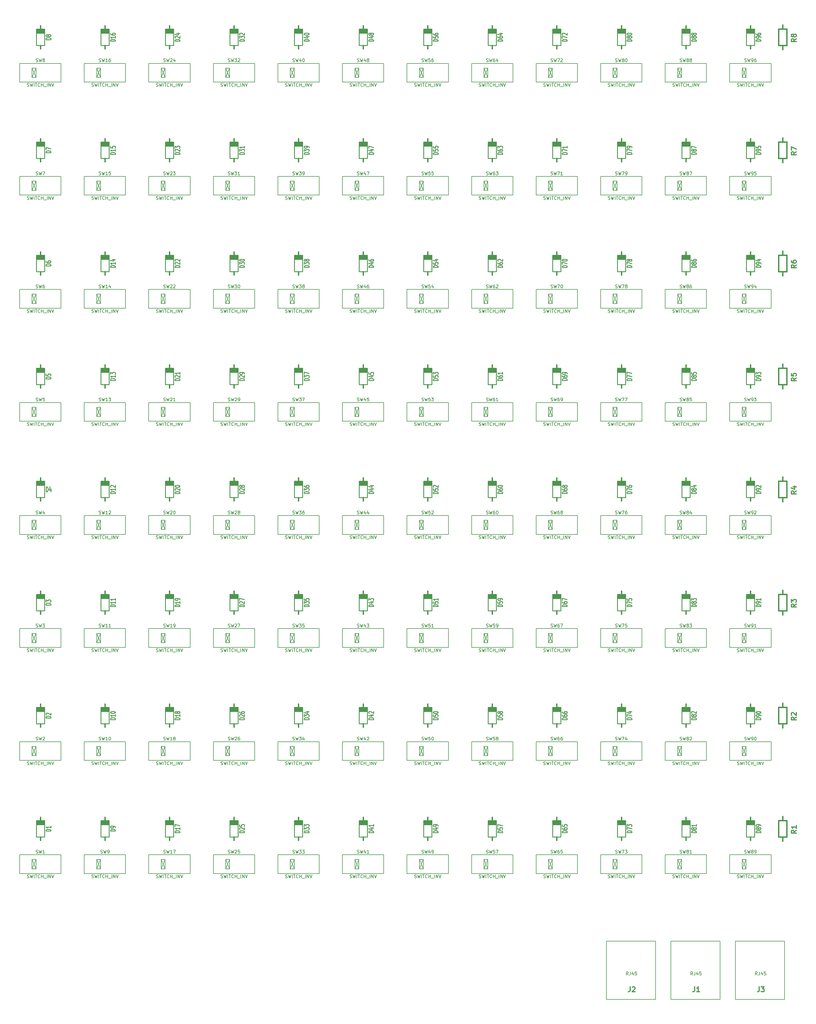
<source format=gbr>
%FSLAX46Y46*%
G04 Gerber Fmt 4.6, Leading zero omitted, Abs format (unit mm)*
G04 Created by KiCad (PCBNEW (2014-10-05 BZR 5164)-product) date Mon 03 Nov 2014 10:46:33 AM CET*
%MOMM*%
G01*
G04 APERTURE LIST*
%ADD10C,0.100000*%
%ADD11C,0.381000*%
%ADD12C,0.127000*%
%ADD13C,0.254000*%
%ADD14C,0.150000*%
%ADD15C,0.304800*%
%ADD16C,0.203200*%
G04 APERTURE END LIST*
D10*
D11*
X420770000Y-282460000D02*
X420770000Y-287540000D01*
X420770000Y-287540000D02*
X418230000Y-287540000D01*
X418230000Y-287540000D02*
X418230000Y-282460000D01*
X418230000Y-282460000D02*
X420770000Y-282460000D01*
X419500000Y-282460000D02*
X419500000Y-281190000D01*
X419500000Y-287540000D02*
X419500000Y-288810000D01*
D12*
X404880000Y-372874000D02*
X420120000Y-372874000D01*
X420120000Y-372874000D02*
X420120000Y-354840000D01*
X420120000Y-354840000D02*
X404880000Y-354840000D01*
X404880000Y-354840000D02*
X404880000Y-372874000D01*
X384880000Y-372874000D02*
X400120000Y-372874000D01*
X400120000Y-372874000D02*
X400120000Y-354840000D01*
X400120000Y-354840000D02*
X384880000Y-354840000D01*
X384880000Y-354840000D02*
X384880000Y-372874000D01*
D11*
X189500000Y-322540000D02*
X189500000Y-323556000D01*
X189500000Y-317714000D02*
X189500000Y-316444000D01*
D13*
X188230000Y-317968000D02*
X190770000Y-317968000D01*
X188230000Y-318222000D02*
X190770000Y-318222000D01*
X188230000Y-318476000D02*
X190770000Y-318476000D01*
X188230000Y-317714000D02*
X190770000Y-317714000D01*
X188230000Y-318730000D02*
X190770000Y-317460000D01*
X188230000Y-317460000D02*
X190770000Y-318730000D01*
X188230000Y-318730000D02*
X190770000Y-318730000D01*
X188230000Y-318095000D02*
X190770000Y-318095000D01*
X190770000Y-317460000D02*
X188230000Y-317460000D01*
X188230000Y-317460000D02*
X188230000Y-322540000D01*
X188230000Y-322540000D02*
X190770000Y-322540000D01*
X190770000Y-322540000D02*
X190770000Y-317460000D01*
D11*
X189500000Y-287540000D02*
X189500000Y-288556000D01*
X189500000Y-282714000D02*
X189500000Y-281444000D01*
D13*
X188230000Y-282968000D02*
X190770000Y-282968000D01*
X188230000Y-283222000D02*
X190770000Y-283222000D01*
X188230000Y-283476000D02*
X190770000Y-283476000D01*
X188230000Y-282714000D02*
X190770000Y-282714000D01*
X188230000Y-283730000D02*
X190770000Y-282460000D01*
X188230000Y-282460000D02*
X190770000Y-283730000D01*
X188230000Y-283730000D02*
X190770000Y-283730000D01*
X188230000Y-283095000D02*
X190770000Y-283095000D01*
X190770000Y-282460000D02*
X188230000Y-282460000D01*
X188230000Y-282460000D02*
X188230000Y-287540000D01*
X188230000Y-287540000D02*
X190770000Y-287540000D01*
X190770000Y-287540000D02*
X190770000Y-282460000D01*
D11*
X189500000Y-252540000D02*
X189500000Y-253556000D01*
X189500000Y-247714000D02*
X189500000Y-246444000D01*
D13*
X188230000Y-247968000D02*
X190770000Y-247968000D01*
X188230000Y-248222000D02*
X190770000Y-248222000D01*
X188230000Y-248476000D02*
X190770000Y-248476000D01*
X188230000Y-247714000D02*
X190770000Y-247714000D01*
X188230000Y-248730000D02*
X190770000Y-247460000D01*
X188230000Y-247460000D02*
X190770000Y-248730000D01*
X188230000Y-248730000D02*
X190770000Y-248730000D01*
X188230000Y-248095000D02*
X190770000Y-248095000D01*
X190770000Y-247460000D02*
X188230000Y-247460000D01*
X188230000Y-247460000D02*
X188230000Y-252540000D01*
X188230000Y-252540000D02*
X190770000Y-252540000D01*
X190770000Y-252540000D02*
X190770000Y-247460000D01*
D11*
X189500000Y-217540000D02*
X189500000Y-218556000D01*
X189500000Y-212714000D02*
X189500000Y-211444000D01*
D13*
X188230000Y-212968000D02*
X190770000Y-212968000D01*
X188230000Y-213222000D02*
X190770000Y-213222000D01*
X188230000Y-213476000D02*
X190770000Y-213476000D01*
X188230000Y-212714000D02*
X190770000Y-212714000D01*
X188230000Y-213730000D02*
X190770000Y-212460000D01*
X188230000Y-212460000D02*
X190770000Y-213730000D01*
X188230000Y-213730000D02*
X190770000Y-213730000D01*
X188230000Y-213095000D02*
X190770000Y-213095000D01*
X190770000Y-212460000D02*
X188230000Y-212460000D01*
X188230000Y-212460000D02*
X188230000Y-217540000D01*
X188230000Y-217540000D02*
X190770000Y-217540000D01*
X190770000Y-217540000D02*
X190770000Y-212460000D01*
D11*
X189500000Y-182540000D02*
X189500000Y-183556000D01*
X189500000Y-177714000D02*
X189500000Y-176444000D01*
D13*
X188230000Y-177968000D02*
X190770000Y-177968000D01*
X188230000Y-178222000D02*
X190770000Y-178222000D01*
X188230000Y-178476000D02*
X190770000Y-178476000D01*
X188230000Y-177714000D02*
X190770000Y-177714000D01*
X188230000Y-178730000D02*
X190770000Y-177460000D01*
X188230000Y-177460000D02*
X190770000Y-178730000D01*
X188230000Y-178730000D02*
X190770000Y-178730000D01*
X188230000Y-178095000D02*
X190770000Y-178095000D01*
X190770000Y-177460000D02*
X188230000Y-177460000D01*
X188230000Y-177460000D02*
X188230000Y-182540000D01*
X188230000Y-182540000D02*
X190770000Y-182540000D01*
X190770000Y-182540000D02*
X190770000Y-177460000D01*
D11*
X189500000Y-147540000D02*
X189500000Y-148556000D01*
X189500000Y-142714000D02*
X189500000Y-141444000D01*
D13*
X188230000Y-142968000D02*
X190770000Y-142968000D01*
X188230000Y-143222000D02*
X190770000Y-143222000D01*
X188230000Y-143476000D02*
X190770000Y-143476000D01*
X188230000Y-142714000D02*
X190770000Y-142714000D01*
X188230000Y-143730000D02*
X190770000Y-142460000D01*
X188230000Y-142460000D02*
X190770000Y-143730000D01*
X188230000Y-143730000D02*
X190770000Y-143730000D01*
X188230000Y-143095000D02*
X190770000Y-143095000D01*
X190770000Y-142460000D02*
X188230000Y-142460000D01*
X188230000Y-142460000D02*
X188230000Y-147540000D01*
X188230000Y-147540000D02*
X190770000Y-147540000D01*
X190770000Y-147540000D02*
X190770000Y-142460000D01*
D11*
X189500000Y-112540000D02*
X189500000Y-113556000D01*
X189500000Y-107714000D02*
X189500000Y-106444000D01*
D13*
X188230000Y-107968000D02*
X190770000Y-107968000D01*
X188230000Y-108222000D02*
X190770000Y-108222000D01*
X188230000Y-108476000D02*
X190770000Y-108476000D01*
X188230000Y-107714000D02*
X190770000Y-107714000D01*
X188230000Y-108730000D02*
X190770000Y-107460000D01*
X188230000Y-107460000D02*
X190770000Y-108730000D01*
X188230000Y-108730000D02*
X190770000Y-108730000D01*
X188230000Y-108095000D02*
X190770000Y-108095000D01*
X190770000Y-107460000D02*
X188230000Y-107460000D01*
X188230000Y-107460000D02*
X188230000Y-112540000D01*
X188230000Y-112540000D02*
X190770000Y-112540000D01*
X190770000Y-112540000D02*
X190770000Y-107460000D01*
D11*
X189500000Y-77540000D02*
X189500000Y-78556000D01*
X189500000Y-72714000D02*
X189500000Y-71444000D01*
D13*
X188230000Y-72968000D02*
X190770000Y-72968000D01*
X188230000Y-73222000D02*
X190770000Y-73222000D01*
X188230000Y-73476000D02*
X190770000Y-73476000D01*
X188230000Y-72714000D02*
X190770000Y-72714000D01*
X188230000Y-73730000D02*
X190770000Y-72460000D01*
X188230000Y-72460000D02*
X190770000Y-73730000D01*
X188230000Y-73730000D02*
X190770000Y-73730000D01*
X188230000Y-73095000D02*
X190770000Y-73095000D01*
X190770000Y-72460000D02*
X188230000Y-72460000D01*
X188230000Y-72460000D02*
X188230000Y-77540000D01*
X188230000Y-77540000D02*
X190770000Y-77540000D01*
X190770000Y-77540000D02*
X190770000Y-72460000D01*
D11*
X209500000Y-322540000D02*
X209500000Y-323556000D01*
X209500000Y-317714000D02*
X209500000Y-316444000D01*
D13*
X208230000Y-317968000D02*
X210770000Y-317968000D01*
X208230000Y-318222000D02*
X210770000Y-318222000D01*
X208230000Y-318476000D02*
X210770000Y-318476000D01*
X208230000Y-317714000D02*
X210770000Y-317714000D01*
X208230000Y-318730000D02*
X210770000Y-317460000D01*
X208230000Y-317460000D02*
X210770000Y-318730000D01*
X208230000Y-318730000D02*
X210770000Y-318730000D01*
X208230000Y-318095000D02*
X210770000Y-318095000D01*
X210770000Y-317460000D02*
X208230000Y-317460000D01*
X208230000Y-317460000D02*
X208230000Y-322540000D01*
X208230000Y-322540000D02*
X210770000Y-322540000D01*
X210770000Y-322540000D02*
X210770000Y-317460000D01*
D11*
X209500000Y-287540000D02*
X209500000Y-288556000D01*
X209500000Y-282714000D02*
X209500000Y-281444000D01*
D13*
X208230000Y-282968000D02*
X210770000Y-282968000D01*
X208230000Y-283222000D02*
X210770000Y-283222000D01*
X208230000Y-283476000D02*
X210770000Y-283476000D01*
X208230000Y-282714000D02*
X210770000Y-282714000D01*
X208230000Y-283730000D02*
X210770000Y-282460000D01*
X208230000Y-282460000D02*
X210770000Y-283730000D01*
X208230000Y-283730000D02*
X210770000Y-283730000D01*
X208230000Y-283095000D02*
X210770000Y-283095000D01*
X210770000Y-282460000D02*
X208230000Y-282460000D01*
X208230000Y-282460000D02*
X208230000Y-287540000D01*
X208230000Y-287540000D02*
X210770000Y-287540000D01*
X210770000Y-287540000D02*
X210770000Y-282460000D01*
D11*
X209500000Y-252540000D02*
X209500000Y-253556000D01*
X209500000Y-247714000D02*
X209500000Y-246444000D01*
D13*
X208230000Y-247968000D02*
X210770000Y-247968000D01*
X208230000Y-248222000D02*
X210770000Y-248222000D01*
X208230000Y-248476000D02*
X210770000Y-248476000D01*
X208230000Y-247714000D02*
X210770000Y-247714000D01*
X208230000Y-248730000D02*
X210770000Y-247460000D01*
X208230000Y-247460000D02*
X210770000Y-248730000D01*
X208230000Y-248730000D02*
X210770000Y-248730000D01*
X208230000Y-248095000D02*
X210770000Y-248095000D01*
X210770000Y-247460000D02*
X208230000Y-247460000D01*
X208230000Y-247460000D02*
X208230000Y-252540000D01*
X208230000Y-252540000D02*
X210770000Y-252540000D01*
X210770000Y-252540000D02*
X210770000Y-247460000D01*
D11*
X209500000Y-217540000D02*
X209500000Y-218556000D01*
X209500000Y-212714000D02*
X209500000Y-211444000D01*
D13*
X208230000Y-212968000D02*
X210770000Y-212968000D01*
X208230000Y-213222000D02*
X210770000Y-213222000D01*
X208230000Y-213476000D02*
X210770000Y-213476000D01*
X208230000Y-212714000D02*
X210770000Y-212714000D01*
X208230000Y-213730000D02*
X210770000Y-212460000D01*
X208230000Y-212460000D02*
X210770000Y-213730000D01*
X208230000Y-213730000D02*
X210770000Y-213730000D01*
X208230000Y-213095000D02*
X210770000Y-213095000D01*
X210770000Y-212460000D02*
X208230000Y-212460000D01*
X208230000Y-212460000D02*
X208230000Y-217540000D01*
X208230000Y-217540000D02*
X210770000Y-217540000D01*
X210770000Y-217540000D02*
X210770000Y-212460000D01*
D11*
X209500000Y-182540000D02*
X209500000Y-183556000D01*
X209500000Y-177714000D02*
X209500000Y-176444000D01*
D13*
X208230000Y-177968000D02*
X210770000Y-177968000D01*
X208230000Y-178222000D02*
X210770000Y-178222000D01*
X208230000Y-178476000D02*
X210770000Y-178476000D01*
X208230000Y-177714000D02*
X210770000Y-177714000D01*
X208230000Y-178730000D02*
X210770000Y-177460000D01*
X208230000Y-177460000D02*
X210770000Y-178730000D01*
X208230000Y-178730000D02*
X210770000Y-178730000D01*
X208230000Y-178095000D02*
X210770000Y-178095000D01*
X210770000Y-177460000D02*
X208230000Y-177460000D01*
X208230000Y-177460000D02*
X208230000Y-182540000D01*
X208230000Y-182540000D02*
X210770000Y-182540000D01*
X210770000Y-182540000D02*
X210770000Y-177460000D01*
D11*
X209500000Y-147540000D02*
X209500000Y-148556000D01*
X209500000Y-142714000D02*
X209500000Y-141444000D01*
D13*
X208230000Y-142968000D02*
X210770000Y-142968000D01*
X208230000Y-143222000D02*
X210770000Y-143222000D01*
X208230000Y-143476000D02*
X210770000Y-143476000D01*
X208230000Y-142714000D02*
X210770000Y-142714000D01*
X208230000Y-143730000D02*
X210770000Y-142460000D01*
X208230000Y-142460000D02*
X210770000Y-143730000D01*
X208230000Y-143730000D02*
X210770000Y-143730000D01*
X208230000Y-143095000D02*
X210770000Y-143095000D01*
X210770000Y-142460000D02*
X208230000Y-142460000D01*
X208230000Y-142460000D02*
X208230000Y-147540000D01*
X208230000Y-147540000D02*
X210770000Y-147540000D01*
X210770000Y-147540000D02*
X210770000Y-142460000D01*
D11*
X209500000Y-112540000D02*
X209500000Y-113556000D01*
X209500000Y-107714000D02*
X209500000Y-106444000D01*
D13*
X208230000Y-107968000D02*
X210770000Y-107968000D01*
X208230000Y-108222000D02*
X210770000Y-108222000D01*
X208230000Y-108476000D02*
X210770000Y-108476000D01*
X208230000Y-107714000D02*
X210770000Y-107714000D01*
X208230000Y-108730000D02*
X210770000Y-107460000D01*
X208230000Y-107460000D02*
X210770000Y-108730000D01*
X208230000Y-108730000D02*
X210770000Y-108730000D01*
X208230000Y-108095000D02*
X210770000Y-108095000D01*
X210770000Y-107460000D02*
X208230000Y-107460000D01*
X208230000Y-107460000D02*
X208230000Y-112540000D01*
X208230000Y-112540000D02*
X210770000Y-112540000D01*
X210770000Y-112540000D02*
X210770000Y-107460000D01*
D11*
X209500000Y-77540000D02*
X209500000Y-78556000D01*
X209500000Y-72714000D02*
X209500000Y-71444000D01*
D13*
X208230000Y-72968000D02*
X210770000Y-72968000D01*
X208230000Y-73222000D02*
X210770000Y-73222000D01*
X208230000Y-73476000D02*
X210770000Y-73476000D01*
X208230000Y-72714000D02*
X210770000Y-72714000D01*
X208230000Y-73730000D02*
X210770000Y-72460000D01*
X208230000Y-72460000D02*
X210770000Y-73730000D01*
X208230000Y-73730000D02*
X210770000Y-73730000D01*
X208230000Y-73095000D02*
X210770000Y-73095000D01*
X210770000Y-72460000D02*
X208230000Y-72460000D01*
X208230000Y-72460000D02*
X208230000Y-77540000D01*
X208230000Y-77540000D02*
X210770000Y-77540000D01*
X210770000Y-77540000D02*
X210770000Y-72460000D01*
D11*
X229500000Y-322540000D02*
X229500000Y-323556000D01*
X229500000Y-317714000D02*
X229500000Y-316444000D01*
D13*
X228230000Y-317968000D02*
X230770000Y-317968000D01*
X228230000Y-318222000D02*
X230770000Y-318222000D01*
X228230000Y-318476000D02*
X230770000Y-318476000D01*
X228230000Y-317714000D02*
X230770000Y-317714000D01*
X228230000Y-318730000D02*
X230770000Y-317460000D01*
X228230000Y-317460000D02*
X230770000Y-318730000D01*
X228230000Y-318730000D02*
X230770000Y-318730000D01*
X228230000Y-318095000D02*
X230770000Y-318095000D01*
X230770000Y-317460000D02*
X228230000Y-317460000D01*
X228230000Y-317460000D02*
X228230000Y-322540000D01*
X228230000Y-322540000D02*
X230770000Y-322540000D01*
X230770000Y-322540000D02*
X230770000Y-317460000D01*
D11*
X229500000Y-287540000D02*
X229500000Y-288556000D01*
X229500000Y-282714000D02*
X229500000Y-281444000D01*
D13*
X228230000Y-282968000D02*
X230770000Y-282968000D01*
X228230000Y-283222000D02*
X230770000Y-283222000D01*
X228230000Y-283476000D02*
X230770000Y-283476000D01*
X228230000Y-282714000D02*
X230770000Y-282714000D01*
X228230000Y-283730000D02*
X230770000Y-282460000D01*
X228230000Y-282460000D02*
X230770000Y-283730000D01*
X228230000Y-283730000D02*
X230770000Y-283730000D01*
X228230000Y-283095000D02*
X230770000Y-283095000D01*
X230770000Y-282460000D02*
X228230000Y-282460000D01*
X228230000Y-282460000D02*
X228230000Y-287540000D01*
X228230000Y-287540000D02*
X230770000Y-287540000D01*
X230770000Y-287540000D02*
X230770000Y-282460000D01*
D11*
X229500000Y-252540000D02*
X229500000Y-253556000D01*
X229500000Y-247714000D02*
X229500000Y-246444000D01*
D13*
X228230000Y-247968000D02*
X230770000Y-247968000D01*
X228230000Y-248222000D02*
X230770000Y-248222000D01*
X228230000Y-248476000D02*
X230770000Y-248476000D01*
X228230000Y-247714000D02*
X230770000Y-247714000D01*
X228230000Y-248730000D02*
X230770000Y-247460000D01*
X228230000Y-247460000D02*
X230770000Y-248730000D01*
X228230000Y-248730000D02*
X230770000Y-248730000D01*
X228230000Y-248095000D02*
X230770000Y-248095000D01*
X230770000Y-247460000D02*
X228230000Y-247460000D01*
X228230000Y-247460000D02*
X228230000Y-252540000D01*
X228230000Y-252540000D02*
X230770000Y-252540000D01*
X230770000Y-252540000D02*
X230770000Y-247460000D01*
D11*
X229500000Y-217540000D02*
X229500000Y-218556000D01*
X229500000Y-212714000D02*
X229500000Y-211444000D01*
D13*
X228230000Y-212968000D02*
X230770000Y-212968000D01*
X228230000Y-213222000D02*
X230770000Y-213222000D01*
X228230000Y-213476000D02*
X230770000Y-213476000D01*
X228230000Y-212714000D02*
X230770000Y-212714000D01*
X228230000Y-213730000D02*
X230770000Y-212460000D01*
X228230000Y-212460000D02*
X230770000Y-213730000D01*
X228230000Y-213730000D02*
X230770000Y-213730000D01*
X228230000Y-213095000D02*
X230770000Y-213095000D01*
X230770000Y-212460000D02*
X228230000Y-212460000D01*
X228230000Y-212460000D02*
X228230000Y-217540000D01*
X228230000Y-217540000D02*
X230770000Y-217540000D01*
X230770000Y-217540000D02*
X230770000Y-212460000D01*
D11*
X229500000Y-182540000D02*
X229500000Y-183556000D01*
X229500000Y-177714000D02*
X229500000Y-176444000D01*
D13*
X228230000Y-177968000D02*
X230770000Y-177968000D01*
X228230000Y-178222000D02*
X230770000Y-178222000D01*
X228230000Y-178476000D02*
X230770000Y-178476000D01*
X228230000Y-177714000D02*
X230770000Y-177714000D01*
X228230000Y-178730000D02*
X230770000Y-177460000D01*
X228230000Y-177460000D02*
X230770000Y-178730000D01*
X228230000Y-178730000D02*
X230770000Y-178730000D01*
X228230000Y-178095000D02*
X230770000Y-178095000D01*
X230770000Y-177460000D02*
X228230000Y-177460000D01*
X228230000Y-177460000D02*
X228230000Y-182540000D01*
X228230000Y-182540000D02*
X230770000Y-182540000D01*
X230770000Y-182540000D02*
X230770000Y-177460000D01*
D11*
X229500000Y-147540000D02*
X229500000Y-148556000D01*
X229500000Y-142714000D02*
X229500000Y-141444000D01*
D13*
X228230000Y-142968000D02*
X230770000Y-142968000D01*
X228230000Y-143222000D02*
X230770000Y-143222000D01*
X228230000Y-143476000D02*
X230770000Y-143476000D01*
X228230000Y-142714000D02*
X230770000Y-142714000D01*
X228230000Y-143730000D02*
X230770000Y-142460000D01*
X228230000Y-142460000D02*
X230770000Y-143730000D01*
X228230000Y-143730000D02*
X230770000Y-143730000D01*
X228230000Y-143095000D02*
X230770000Y-143095000D01*
X230770000Y-142460000D02*
X228230000Y-142460000D01*
X228230000Y-142460000D02*
X228230000Y-147540000D01*
X228230000Y-147540000D02*
X230770000Y-147540000D01*
X230770000Y-147540000D02*
X230770000Y-142460000D01*
D11*
X229500000Y-112540000D02*
X229500000Y-113556000D01*
X229500000Y-107714000D02*
X229500000Y-106444000D01*
D13*
X228230000Y-107968000D02*
X230770000Y-107968000D01*
X228230000Y-108222000D02*
X230770000Y-108222000D01*
X228230000Y-108476000D02*
X230770000Y-108476000D01*
X228230000Y-107714000D02*
X230770000Y-107714000D01*
X228230000Y-108730000D02*
X230770000Y-107460000D01*
X228230000Y-107460000D02*
X230770000Y-108730000D01*
X228230000Y-108730000D02*
X230770000Y-108730000D01*
X228230000Y-108095000D02*
X230770000Y-108095000D01*
X230770000Y-107460000D02*
X228230000Y-107460000D01*
X228230000Y-107460000D02*
X228230000Y-112540000D01*
X228230000Y-112540000D02*
X230770000Y-112540000D01*
X230770000Y-112540000D02*
X230770000Y-107460000D01*
D11*
X229500000Y-77540000D02*
X229500000Y-78556000D01*
X229500000Y-72714000D02*
X229500000Y-71444000D01*
D13*
X228230000Y-72968000D02*
X230770000Y-72968000D01*
X228230000Y-73222000D02*
X230770000Y-73222000D01*
X228230000Y-73476000D02*
X230770000Y-73476000D01*
X228230000Y-72714000D02*
X230770000Y-72714000D01*
X228230000Y-73730000D02*
X230770000Y-72460000D01*
X228230000Y-72460000D02*
X230770000Y-73730000D01*
X228230000Y-73730000D02*
X230770000Y-73730000D01*
X228230000Y-73095000D02*
X230770000Y-73095000D01*
X230770000Y-72460000D02*
X228230000Y-72460000D01*
X228230000Y-72460000D02*
X228230000Y-77540000D01*
X228230000Y-77540000D02*
X230770000Y-77540000D01*
X230770000Y-77540000D02*
X230770000Y-72460000D01*
D11*
X249500000Y-322540000D02*
X249500000Y-323556000D01*
X249500000Y-317714000D02*
X249500000Y-316444000D01*
D13*
X248230000Y-317968000D02*
X250770000Y-317968000D01*
X248230000Y-318222000D02*
X250770000Y-318222000D01*
X248230000Y-318476000D02*
X250770000Y-318476000D01*
X248230000Y-317714000D02*
X250770000Y-317714000D01*
X248230000Y-318730000D02*
X250770000Y-317460000D01*
X248230000Y-317460000D02*
X250770000Y-318730000D01*
X248230000Y-318730000D02*
X250770000Y-318730000D01*
X248230000Y-318095000D02*
X250770000Y-318095000D01*
X250770000Y-317460000D02*
X248230000Y-317460000D01*
X248230000Y-317460000D02*
X248230000Y-322540000D01*
X248230000Y-322540000D02*
X250770000Y-322540000D01*
X250770000Y-322540000D02*
X250770000Y-317460000D01*
D11*
X249500000Y-287540000D02*
X249500000Y-288556000D01*
X249500000Y-282714000D02*
X249500000Y-281444000D01*
D13*
X248230000Y-282968000D02*
X250770000Y-282968000D01*
X248230000Y-283222000D02*
X250770000Y-283222000D01*
X248230000Y-283476000D02*
X250770000Y-283476000D01*
X248230000Y-282714000D02*
X250770000Y-282714000D01*
X248230000Y-283730000D02*
X250770000Y-282460000D01*
X248230000Y-282460000D02*
X250770000Y-283730000D01*
X248230000Y-283730000D02*
X250770000Y-283730000D01*
X248230000Y-283095000D02*
X250770000Y-283095000D01*
X250770000Y-282460000D02*
X248230000Y-282460000D01*
X248230000Y-282460000D02*
X248230000Y-287540000D01*
X248230000Y-287540000D02*
X250770000Y-287540000D01*
X250770000Y-287540000D02*
X250770000Y-282460000D01*
D11*
X249500000Y-252540000D02*
X249500000Y-253556000D01*
X249500000Y-247714000D02*
X249500000Y-246444000D01*
D13*
X248230000Y-247968000D02*
X250770000Y-247968000D01*
X248230000Y-248222000D02*
X250770000Y-248222000D01*
X248230000Y-248476000D02*
X250770000Y-248476000D01*
X248230000Y-247714000D02*
X250770000Y-247714000D01*
X248230000Y-248730000D02*
X250770000Y-247460000D01*
X248230000Y-247460000D02*
X250770000Y-248730000D01*
X248230000Y-248730000D02*
X250770000Y-248730000D01*
X248230000Y-248095000D02*
X250770000Y-248095000D01*
X250770000Y-247460000D02*
X248230000Y-247460000D01*
X248230000Y-247460000D02*
X248230000Y-252540000D01*
X248230000Y-252540000D02*
X250770000Y-252540000D01*
X250770000Y-252540000D02*
X250770000Y-247460000D01*
D11*
X249500000Y-217540000D02*
X249500000Y-218556000D01*
X249500000Y-212714000D02*
X249500000Y-211444000D01*
D13*
X248230000Y-212968000D02*
X250770000Y-212968000D01*
X248230000Y-213222000D02*
X250770000Y-213222000D01*
X248230000Y-213476000D02*
X250770000Y-213476000D01*
X248230000Y-212714000D02*
X250770000Y-212714000D01*
X248230000Y-213730000D02*
X250770000Y-212460000D01*
X248230000Y-212460000D02*
X250770000Y-213730000D01*
X248230000Y-213730000D02*
X250770000Y-213730000D01*
X248230000Y-213095000D02*
X250770000Y-213095000D01*
X250770000Y-212460000D02*
X248230000Y-212460000D01*
X248230000Y-212460000D02*
X248230000Y-217540000D01*
X248230000Y-217540000D02*
X250770000Y-217540000D01*
X250770000Y-217540000D02*
X250770000Y-212460000D01*
D11*
X249500000Y-182540000D02*
X249500000Y-183556000D01*
X249500000Y-177714000D02*
X249500000Y-176444000D01*
D13*
X248230000Y-177968000D02*
X250770000Y-177968000D01*
X248230000Y-178222000D02*
X250770000Y-178222000D01*
X248230000Y-178476000D02*
X250770000Y-178476000D01*
X248230000Y-177714000D02*
X250770000Y-177714000D01*
X248230000Y-178730000D02*
X250770000Y-177460000D01*
X248230000Y-177460000D02*
X250770000Y-178730000D01*
X248230000Y-178730000D02*
X250770000Y-178730000D01*
X248230000Y-178095000D02*
X250770000Y-178095000D01*
X250770000Y-177460000D02*
X248230000Y-177460000D01*
X248230000Y-177460000D02*
X248230000Y-182540000D01*
X248230000Y-182540000D02*
X250770000Y-182540000D01*
X250770000Y-182540000D02*
X250770000Y-177460000D01*
D11*
X249500000Y-147540000D02*
X249500000Y-148556000D01*
X249500000Y-142714000D02*
X249500000Y-141444000D01*
D13*
X248230000Y-142968000D02*
X250770000Y-142968000D01*
X248230000Y-143222000D02*
X250770000Y-143222000D01*
X248230000Y-143476000D02*
X250770000Y-143476000D01*
X248230000Y-142714000D02*
X250770000Y-142714000D01*
X248230000Y-143730000D02*
X250770000Y-142460000D01*
X248230000Y-142460000D02*
X250770000Y-143730000D01*
X248230000Y-143730000D02*
X250770000Y-143730000D01*
X248230000Y-143095000D02*
X250770000Y-143095000D01*
X250770000Y-142460000D02*
X248230000Y-142460000D01*
X248230000Y-142460000D02*
X248230000Y-147540000D01*
X248230000Y-147540000D02*
X250770000Y-147540000D01*
X250770000Y-147540000D02*
X250770000Y-142460000D01*
D11*
X249500000Y-112540000D02*
X249500000Y-113556000D01*
X249500000Y-107714000D02*
X249500000Y-106444000D01*
D13*
X248230000Y-107968000D02*
X250770000Y-107968000D01*
X248230000Y-108222000D02*
X250770000Y-108222000D01*
X248230000Y-108476000D02*
X250770000Y-108476000D01*
X248230000Y-107714000D02*
X250770000Y-107714000D01*
X248230000Y-108730000D02*
X250770000Y-107460000D01*
X248230000Y-107460000D02*
X250770000Y-108730000D01*
X248230000Y-108730000D02*
X250770000Y-108730000D01*
X248230000Y-108095000D02*
X250770000Y-108095000D01*
X250770000Y-107460000D02*
X248230000Y-107460000D01*
X248230000Y-107460000D02*
X248230000Y-112540000D01*
X248230000Y-112540000D02*
X250770000Y-112540000D01*
X250770000Y-112540000D02*
X250770000Y-107460000D01*
D11*
X249500000Y-77540000D02*
X249500000Y-78556000D01*
X249500000Y-72714000D02*
X249500000Y-71444000D01*
D13*
X248230000Y-72968000D02*
X250770000Y-72968000D01*
X248230000Y-73222000D02*
X250770000Y-73222000D01*
X248230000Y-73476000D02*
X250770000Y-73476000D01*
X248230000Y-72714000D02*
X250770000Y-72714000D01*
X248230000Y-73730000D02*
X250770000Y-72460000D01*
X248230000Y-72460000D02*
X250770000Y-73730000D01*
X248230000Y-73730000D02*
X250770000Y-73730000D01*
X248230000Y-73095000D02*
X250770000Y-73095000D01*
X250770000Y-72460000D02*
X248230000Y-72460000D01*
X248230000Y-72460000D02*
X248230000Y-77540000D01*
X248230000Y-77540000D02*
X250770000Y-77540000D01*
X250770000Y-77540000D02*
X250770000Y-72460000D01*
D11*
X269500000Y-322540000D02*
X269500000Y-323556000D01*
X269500000Y-317714000D02*
X269500000Y-316444000D01*
D13*
X268230000Y-317968000D02*
X270770000Y-317968000D01*
X268230000Y-318222000D02*
X270770000Y-318222000D01*
X268230000Y-318476000D02*
X270770000Y-318476000D01*
X268230000Y-317714000D02*
X270770000Y-317714000D01*
X268230000Y-318730000D02*
X270770000Y-317460000D01*
X268230000Y-317460000D02*
X270770000Y-318730000D01*
X268230000Y-318730000D02*
X270770000Y-318730000D01*
X268230000Y-318095000D02*
X270770000Y-318095000D01*
X270770000Y-317460000D02*
X268230000Y-317460000D01*
X268230000Y-317460000D02*
X268230000Y-322540000D01*
X268230000Y-322540000D02*
X270770000Y-322540000D01*
X270770000Y-322540000D02*
X270770000Y-317460000D01*
D11*
X269500000Y-287540000D02*
X269500000Y-288556000D01*
X269500000Y-282714000D02*
X269500000Y-281444000D01*
D13*
X268230000Y-282968000D02*
X270770000Y-282968000D01*
X268230000Y-283222000D02*
X270770000Y-283222000D01*
X268230000Y-283476000D02*
X270770000Y-283476000D01*
X268230000Y-282714000D02*
X270770000Y-282714000D01*
X268230000Y-283730000D02*
X270770000Y-282460000D01*
X268230000Y-282460000D02*
X270770000Y-283730000D01*
X268230000Y-283730000D02*
X270770000Y-283730000D01*
X268230000Y-283095000D02*
X270770000Y-283095000D01*
X270770000Y-282460000D02*
X268230000Y-282460000D01*
X268230000Y-282460000D02*
X268230000Y-287540000D01*
X268230000Y-287540000D02*
X270770000Y-287540000D01*
X270770000Y-287540000D02*
X270770000Y-282460000D01*
D11*
X269500000Y-252540000D02*
X269500000Y-253556000D01*
X269500000Y-247714000D02*
X269500000Y-246444000D01*
D13*
X268230000Y-247968000D02*
X270770000Y-247968000D01*
X268230000Y-248222000D02*
X270770000Y-248222000D01*
X268230000Y-248476000D02*
X270770000Y-248476000D01*
X268230000Y-247714000D02*
X270770000Y-247714000D01*
X268230000Y-248730000D02*
X270770000Y-247460000D01*
X268230000Y-247460000D02*
X270770000Y-248730000D01*
X268230000Y-248730000D02*
X270770000Y-248730000D01*
X268230000Y-248095000D02*
X270770000Y-248095000D01*
X270770000Y-247460000D02*
X268230000Y-247460000D01*
X268230000Y-247460000D02*
X268230000Y-252540000D01*
X268230000Y-252540000D02*
X270770000Y-252540000D01*
X270770000Y-252540000D02*
X270770000Y-247460000D01*
D11*
X269500000Y-217540000D02*
X269500000Y-218556000D01*
X269500000Y-212714000D02*
X269500000Y-211444000D01*
D13*
X268230000Y-212968000D02*
X270770000Y-212968000D01*
X268230000Y-213222000D02*
X270770000Y-213222000D01*
X268230000Y-213476000D02*
X270770000Y-213476000D01*
X268230000Y-212714000D02*
X270770000Y-212714000D01*
X268230000Y-213730000D02*
X270770000Y-212460000D01*
X268230000Y-212460000D02*
X270770000Y-213730000D01*
X268230000Y-213730000D02*
X270770000Y-213730000D01*
X268230000Y-213095000D02*
X270770000Y-213095000D01*
X270770000Y-212460000D02*
X268230000Y-212460000D01*
X268230000Y-212460000D02*
X268230000Y-217540000D01*
X268230000Y-217540000D02*
X270770000Y-217540000D01*
X270770000Y-217540000D02*
X270770000Y-212460000D01*
D11*
X269500000Y-182540000D02*
X269500000Y-183556000D01*
X269500000Y-177714000D02*
X269500000Y-176444000D01*
D13*
X268230000Y-177968000D02*
X270770000Y-177968000D01*
X268230000Y-178222000D02*
X270770000Y-178222000D01*
X268230000Y-178476000D02*
X270770000Y-178476000D01*
X268230000Y-177714000D02*
X270770000Y-177714000D01*
X268230000Y-178730000D02*
X270770000Y-177460000D01*
X268230000Y-177460000D02*
X270770000Y-178730000D01*
X268230000Y-178730000D02*
X270770000Y-178730000D01*
X268230000Y-178095000D02*
X270770000Y-178095000D01*
X270770000Y-177460000D02*
X268230000Y-177460000D01*
X268230000Y-177460000D02*
X268230000Y-182540000D01*
X268230000Y-182540000D02*
X270770000Y-182540000D01*
X270770000Y-182540000D02*
X270770000Y-177460000D01*
D11*
X269500000Y-147540000D02*
X269500000Y-148556000D01*
X269500000Y-142714000D02*
X269500000Y-141444000D01*
D13*
X268230000Y-142968000D02*
X270770000Y-142968000D01*
X268230000Y-143222000D02*
X270770000Y-143222000D01*
X268230000Y-143476000D02*
X270770000Y-143476000D01*
X268230000Y-142714000D02*
X270770000Y-142714000D01*
X268230000Y-143730000D02*
X270770000Y-142460000D01*
X268230000Y-142460000D02*
X270770000Y-143730000D01*
X268230000Y-143730000D02*
X270770000Y-143730000D01*
X268230000Y-143095000D02*
X270770000Y-143095000D01*
X270770000Y-142460000D02*
X268230000Y-142460000D01*
X268230000Y-142460000D02*
X268230000Y-147540000D01*
X268230000Y-147540000D02*
X270770000Y-147540000D01*
X270770000Y-147540000D02*
X270770000Y-142460000D01*
D11*
X269500000Y-112540000D02*
X269500000Y-113556000D01*
X269500000Y-107714000D02*
X269500000Y-106444000D01*
D13*
X268230000Y-107968000D02*
X270770000Y-107968000D01*
X268230000Y-108222000D02*
X270770000Y-108222000D01*
X268230000Y-108476000D02*
X270770000Y-108476000D01*
X268230000Y-107714000D02*
X270770000Y-107714000D01*
X268230000Y-108730000D02*
X270770000Y-107460000D01*
X268230000Y-107460000D02*
X270770000Y-108730000D01*
X268230000Y-108730000D02*
X270770000Y-108730000D01*
X268230000Y-108095000D02*
X270770000Y-108095000D01*
X270770000Y-107460000D02*
X268230000Y-107460000D01*
X268230000Y-107460000D02*
X268230000Y-112540000D01*
X268230000Y-112540000D02*
X270770000Y-112540000D01*
X270770000Y-112540000D02*
X270770000Y-107460000D01*
D11*
X269500000Y-77540000D02*
X269500000Y-78556000D01*
X269500000Y-72714000D02*
X269500000Y-71444000D01*
D13*
X268230000Y-72968000D02*
X270770000Y-72968000D01*
X268230000Y-73222000D02*
X270770000Y-73222000D01*
X268230000Y-73476000D02*
X270770000Y-73476000D01*
X268230000Y-72714000D02*
X270770000Y-72714000D01*
X268230000Y-73730000D02*
X270770000Y-72460000D01*
X268230000Y-72460000D02*
X270770000Y-73730000D01*
X268230000Y-73730000D02*
X270770000Y-73730000D01*
X268230000Y-73095000D02*
X270770000Y-73095000D01*
X270770000Y-72460000D02*
X268230000Y-72460000D01*
X268230000Y-72460000D02*
X268230000Y-77540000D01*
X268230000Y-77540000D02*
X270770000Y-77540000D01*
X270770000Y-77540000D02*
X270770000Y-72460000D01*
D11*
X289500000Y-322540000D02*
X289500000Y-323556000D01*
X289500000Y-317714000D02*
X289500000Y-316444000D01*
D13*
X288230000Y-317968000D02*
X290770000Y-317968000D01*
X288230000Y-318222000D02*
X290770000Y-318222000D01*
X288230000Y-318476000D02*
X290770000Y-318476000D01*
X288230000Y-317714000D02*
X290770000Y-317714000D01*
X288230000Y-318730000D02*
X290770000Y-317460000D01*
X288230000Y-317460000D02*
X290770000Y-318730000D01*
X288230000Y-318730000D02*
X290770000Y-318730000D01*
X288230000Y-318095000D02*
X290770000Y-318095000D01*
X290770000Y-317460000D02*
X288230000Y-317460000D01*
X288230000Y-317460000D02*
X288230000Y-322540000D01*
X288230000Y-322540000D02*
X290770000Y-322540000D01*
X290770000Y-322540000D02*
X290770000Y-317460000D01*
D11*
X289500000Y-287540000D02*
X289500000Y-288556000D01*
X289500000Y-282714000D02*
X289500000Y-281444000D01*
D13*
X288230000Y-282968000D02*
X290770000Y-282968000D01*
X288230000Y-283222000D02*
X290770000Y-283222000D01*
X288230000Y-283476000D02*
X290770000Y-283476000D01*
X288230000Y-282714000D02*
X290770000Y-282714000D01*
X288230000Y-283730000D02*
X290770000Y-282460000D01*
X288230000Y-282460000D02*
X290770000Y-283730000D01*
X288230000Y-283730000D02*
X290770000Y-283730000D01*
X288230000Y-283095000D02*
X290770000Y-283095000D01*
X290770000Y-282460000D02*
X288230000Y-282460000D01*
X288230000Y-282460000D02*
X288230000Y-287540000D01*
X288230000Y-287540000D02*
X290770000Y-287540000D01*
X290770000Y-287540000D02*
X290770000Y-282460000D01*
D11*
X289500000Y-252540000D02*
X289500000Y-253556000D01*
X289500000Y-247714000D02*
X289500000Y-246444000D01*
D13*
X288230000Y-247968000D02*
X290770000Y-247968000D01*
X288230000Y-248222000D02*
X290770000Y-248222000D01*
X288230000Y-248476000D02*
X290770000Y-248476000D01*
X288230000Y-247714000D02*
X290770000Y-247714000D01*
X288230000Y-248730000D02*
X290770000Y-247460000D01*
X288230000Y-247460000D02*
X290770000Y-248730000D01*
X288230000Y-248730000D02*
X290770000Y-248730000D01*
X288230000Y-248095000D02*
X290770000Y-248095000D01*
X290770000Y-247460000D02*
X288230000Y-247460000D01*
X288230000Y-247460000D02*
X288230000Y-252540000D01*
X288230000Y-252540000D02*
X290770000Y-252540000D01*
X290770000Y-252540000D02*
X290770000Y-247460000D01*
D11*
X289500000Y-217540000D02*
X289500000Y-218556000D01*
X289500000Y-212714000D02*
X289500000Y-211444000D01*
D13*
X288230000Y-212968000D02*
X290770000Y-212968000D01*
X288230000Y-213222000D02*
X290770000Y-213222000D01*
X288230000Y-213476000D02*
X290770000Y-213476000D01*
X288230000Y-212714000D02*
X290770000Y-212714000D01*
X288230000Y-213730000D02*
X290770000Y-212460000D01*
X288230000Y-212460000D02*
X290770000Y-213730000D01*
X288230000Y-213730000D02*
X290770000Y-213730000D01*
X288230000Y-213095000D02*
X290770000Y-213095000D01*
X290770000Y-212460000D02*
X288230000Y-212460000D01*
X288230000Y-212460000D02*
X288230000Y-217540000D01*
X288230000Y-217540000D02*
X290770000Y-217540000D01*
X290770000Y-217540000D02*
X290770000Y-212460000D01*
D11*
X289500000Y-182540000D02*
X289500000Y-183556000D01*
X289500000Y-177714000D02*
X289500000Y-176444000D01*
D13*
X288230000Y-177968000D02*
X290770000Y-177968000D01*
X288230000Y-178222000D02*
X290770000Y-178222000D01*
X288230000Y-178476000D02*
X290770000Y-178476000D01*
X288230000Y-177714000D02*
X290770000Y-177714000D01*
X288230000Y-178730000D02*
X290770000Y-177460000D01*
X288230000Y-177460000D02*
X290770000Y-178730000D01*
X288230000Y-178730000D02*
X290770000Y-178730000D01*
X288230000Y-178095000D02*
X290770000Y-178095000D01*
X290770000Y-177460000D02*
X288230000Y-177460000D01*
X288230000Y-177460000D02*
X288230000Y-182540000D01*
X288230000Y-182540000D02*
X290770000Y-182540000D01*
X290770000Y-182540000D02*
X290770000Y-177460000D01*
D11*
X289500000Y-147540000D02*
X289500000Y-148556000D01*
X289500000Y-142714000D02*
X289500000Y-141444000D01*
D13*
X288230000Y-142968000D02*
X290770000Y-142968000D01*
X288230000Y-143222000D02*
X290770000Y-143222000D01*
X288230000Y-143476000D02*
X290770000Y-143476000D01*
X288230000Y-142714000D02*
X290770000Y-142714000D01*
X288230000Y-143730000D02*
X290770000Y-142460000D01*
X288230000Y-142460000D02*
X290770000Y-143730000D01*
X288230000Y-143730000D02*
X290770000Y-143730000D01*
X288230000Y-143095000D02*
X290770000Y-143095000D01*
X290770000Y-142460000D02*
X288230000Y-142460000D01*
X288230000Y-142460000D02*
X288230000Y-147540000D01*
X288230000Y-147540000D02*
X290770000Y-147540000D01*
X290770000Y-147540000D02*
X290770000Y-142460000D01*
D11*
X289500000Y-112540000D02*
X289500000Y-113556000D01*
X289500000Y-107714000D02*
X289500000Y-106444000D01*
D13*
X288230000Y-107968000D02*
X290770000Y-107968000D01*
X288230000Y-108222000D02*
X290770000Y-108222000D01*
X288230000Y-108476000D02*
X290770000Y-108476000D01*
X288230000Y-107714000D02*
X290770000Y-107714000D01*
X288230000Y-108730000D02*
X290770000Y-107460000D01*
X288230000Y-107460000D02*
X290770000Y-108730000D01*
X288230000Y-108730000D02*
X290770000Y-108730000D01*
X288230000Y-108095000D02*
X290770000Y-108095000D01*
X290770000Y-107460000D02*
X288230000Y-107460000D01*
X288230000Y-107460000D02*
X288230000Y-112540000D01*
X288230000Y-112540000D02*
X290770000Y-112540000D01*
X290770000Y-112540000D02*
X290770000Y-107460000D01*
D11*
X289500000Y-77540000D02*
X289500000Y-78556000D01*
X289500000Y-72714000D02*
X289500000Y-71444000D01*
D13*
X288230000Y-72968000D02*
X290770000Y-72968000D01*
X288230000Y-73222000D02*
X290770000Y-73222000D01*
X288230000Y-73476000D02*
X290770000Y-73476000D01*
X288230000Y-72714000D02*
X290770000Y-72714000D01*
X288230000Y-73730000D02*
X290770000Y-72460000D01*
X288230000Y-72460000D02*
X290770000Y-73730000D01*
X288230000Y-73730000D02*
X290770000Y-73730000D01*
X288230000Y-73095000D02*
X290770000Y-73095000D01*
X290770000Y-72460000D02*
X288230000Y-72460000D01*
X288230000Y-72460000D02*
X288230000Y-77540000D01*
X288230000Y-77540000D02*
X290770000Y-77540000D01*
X290770000Y-77540000D02*
X290770000Y-72460000D01*
D11*
X309500000Y-322540000D02*
X309500000Y-323556000D01*
X309500000Y-317714000D02*
X309500000Y-316444000D01*
D13*
X308230000Y-317968000D02*
X310770000Y-317968000D01*
X308230000Y-318222000D02*
X310770000Y-318222000D01*
X308230000Y-318476000D02*
X310770000Y-318476000D01*
X308230000Y-317714000D02*
X310770000Y-317714000D01*
X308230000Y-318730000D02*
X310770000Y-317460000D01*
X308230000Y-317460000D02*
X310770000Y-318730000D01*
X308230000Y-318730000D02*
X310770000Y-318730000D01*
X308230000Y-318095000D02*
X310770000Y-318095000D01*
X310770000Y-317460000D02*
X308230000Y-317460000D01*
X308230000Y-317460000D02*
X308230000Y-322540000D01*
X308230000Y-322540000D02*
X310770000Y-322540000D01*
X310770000Y-322540000D02*
X310770000Y-317460000D01*
D11*
X309500000Y-287540000D02*
X309500000Y-288556000D01*
X309500000Y-282714000D02*
X309500000Y-281444000D01*
D13*
X308230000Y-282968000D02*
X310770000Y-282968000D01*
X308230000Y-283222000D02*
X310770000Y-283222000D01*
X308230000Y-283476000D02*
X310770000Y-283476000D01*
X308230000Y-282714000D02*
X310770000Y-282714000D01*
X308230000Y-283730000D02*
X310770000Y-282460000D01*
X308230000Y-282460000D02*
X310770000Y-283730000D01*
X308230000Y-283730000D02*
X310770000Y-283730000D01*
X308230000Y-283095000D02*
X310770000Y-283095000D01*
X310770000Y-282460000D02*
X308230000Y-282460000D01*
X308230000Y-282460000D02*
X308230000Y-287540000D01*
X308230000Y-287540000D02*
X310770000Y-287540000D01*
X310770000Y-287540000D02*
X310770000Y-282460000D01*
D11*
X309500000Y-252540000D02*
X309500000Y-253556000D01*
X309500000Y-247714000D02*
X309500000Y-246444000D01*
D13*
X308230000Y-247968000D02*
X310770000Y-247968000D01*
X308230000Y-248222000D02*
X310770000Y-248222000D01*
X308230000Y-248476000D02*
X310770000Y-248476000D01*
X308230000Y-247714000D02*
X310770000Y-247714000D01*
X308230000Y-248730000D02*
X310770000Y-247460000D01*
X308230000Y-247460000D02*
X310770000Y-248730000D01*
X308230000Y-248730000D02*
X310770000Y-248730000D01*
X308230000Y-248095000D02*
X310770000Y-248095000D01*
X310770000Y-247460000D02*
X308230000Y-247460000D01*
X308230000Y-247460000D02*
X308230000Y-252540000D01*
X308230000Y-252540000D02*
X310770000Y-252540000D01*
X310770000Y-252540000D02*
X310770000Y-247460000D01*
D11*
X309500000Y-217540000D02*
X309500000Y-218556000D01*
X309500000Y-212714000D02*
X309500000Y-211444000D01*
D13*
X308230000Y-212968000D02*
X310770000Y-212968000D01*
X308230000Y-213222000D02*
X310770000Y-213222000D01*
X308230000Y-213476000D02*
X310770000Y-213476000D01*
X308230000Y-212714000D02*
X310770000Y-212714000D01*
X308230000Y-213730000D02*
X310770000Y-212460000D01*
X308230000Y-212460000D02*
X310770000Y-213730000D01*
X308230000Y-213730000D02*
X310770000Y-213730000D01*
X308230000Y-213095000D02*
X310770000Y-213095000D01*
X310770000Y-212460000D02*
X308230000Y-212460000D01*
X308230000Y-212460000D02*
X308230000Y-217540000D01*
X308230000Y-217540000D02*
X310770000Y-217540000D01*
X310770000Y-217540000D02*
X310770000Y-212460000D01*
D11*
X309500000Y-182540000D02*
X309500000Y-183556000D01*
X309500000Y-177714000D02*
X309500000Y-176444000D01*
D13*
X308230000Y-177968000D02*
X310770000Y-177968000D01*
X308230000Y-178222000D02*
X310770000Y-178222000D01*
X308230000Y-178476000D02*
X310770000Y-178476000D01*
X308230000Y-177714000D02*
X310770000Y-177714000D01*
X308230000Y-178730000D02*
X310770000Y-177460000D01*
X308230000Y-177460000D02*
X310770000Y-178730000D01*
X308230000Y-178730000D02*
X310770000Y-178730000D01*
X308230000Y-178095000D02*
X310770000Y-178095000D01*
X310770000Y-177460000D02*
X308230000Y-177460000D01*
X308230000Y-177460000D02*
X308230000Y-182540000D01*
X308230000Y-182540000D02*
X310770000Y-182540000D01*
X310770000Y-182540000D02*
X310770000Y-177460000D01*
D11*
X309500000Y-147540000D02*
X309500000Y-148556000D01*
X309500000Y-142714000D02*
X309500000Y-141444000D01*
D13*
X308230000Y-142968000D02*
X310770000Y-142968000D01*
X308230000Y-143222000D02*
X310770000Y-143222000D01*
X308230000Y-143476000D02*
X310770000Y-143476000D01*
X308230000Y-142714000D02*
X310770000Y-142714000D01*
X308230000Y-143730000D02*
X310770000Y-142460000D01*
X308230000Y-142460000D02*
X310770000Y-143730000D01*
X308230000Y-143730000D02*
X310770000Y-143730000D01*
X308230000Y-143095000D02*
X310770000Y-143095000D01*
X310770000Y-142460000D02*
X308230000Y-142460000D01*
X308230000Y-142460000D02*
X308230000Y-147540000D01*
X308230000Y-147540000D02*
X310770000Y-147540000D01*
X310770000Y-147540000D02*
X310770000Y-142460000D01*
D11*
X309500000Y-112540000D02*
X309500000Y-113556000D01*
X309500000Y-107714000D02*
X309500000Y-106444000D01*
D13*
X308230000Y-107968000D02*
X310770000Y-107968000D01*
X308230000Y-108222000D02*
X310770000Y-108222000D01*
X308230000Y-108476000D02*
X310770000Y-108476000D01*
X308230000Y-107714000D02*
X310770000Y-107714000D01*
X308230000Y-108730000D02*
X310770000Y-107460000D01*
X308230000Y-107460000D02*
X310770000Y-108730000D01*
X308230000Y-108730000D02*
X310770000Y-108730000D01*
X308230000Y-108095000D02*
X310770000Y-108095000D01*
X310770000Y-107460000D02*
X308230000Y-107460000D01*
X308230000Y-107460000D02*
X308230000Y-112540000D01*
X308230000Y-112540000D02*
X310770000Y-112540000D01*
X310770000Y-112540000D02*
X310770000Y-107460000D01*
D11*
X309500000Y-77540000D02*
X309500000Y-78556000D01*
X309500000Y-72714000D02*
X309500000Y-71444000D01*
D13*
X308230000Y-72968000D02*
X310770000Y-72968000D01*
X308230000Y-73222000D02*
X310770000Y-73222000D01*
X308230000Y-73476000D02*
X310770000Y-73476000D01*
X308230000Y-72714000D02*
X310770000Y-72714000D01*
X308230000Y-73730000D02*
X310770000Y-72460000D01*
X308230000Y-72460000D02*
X310770000Y-73730000D01*
X308230000Y-73730000D02*
X310770000Y-73730000D01*
X308230000Y-73095000D02*
X310770000Y-73095000D01*
X310770000Y-72460000D02*
X308230000Y-72460000D01*
X308230000Y-72460000D02*
X308230000Y-77540000D01*
X308230000Y-77540000D02*
X310770000Y-77540000D01*
X310770000Y-77540000D02*
X310770000Y-72460000D01*
D11*
X329500000Y-322540000D02*
X329500000Y-323556000D01*
X329500000Y-317714000D02*
X329500000Y-316444000D01*
D13*
X328230000Y-317968000D02*
X330770000Y-317968000D01*
X328230000Y-318222000D02*
X330770000Y-318222000D01*
X328230000Y-318476000D02*
X330770000Y-318476000D01*
X328230000Y-317714000D02*
X330770000Y-317714000D01*
X328230000Y-318730000D02*
X330770000Y-317460000D01*
X328230000Y-317460000D02*
X330770000Y-318730000D01*
X328230000Y-318730000D02*
X330770000Y-318730000D01*
X328230000Y-318095000D02*
X330770000Y-318095000D01*
X330770000Y-317460000D02*
X328230000Y-317460000D01*
X328230000Y-317460000D02*
X328230000Y-322540000D01*
X328230000Y-322540000D02*
X330770000Y-322540000D01*
X330770000Y-322540000D02*
X330770000Y-317460000D01*
D11*
X329500000Y-287540000D02*
X329500000Y-288556000D01*
X329500000Y-282714000D02*
X329500000Y-281444000D01*
D13*
X328230000Y-282968000D02*
X330770000Y-282968000D01*
X328230000Y-283222000D02*
X330770000Y-283222000D01*
X328230000Y-283476000D02*
X330770000Y-283476000D01*
X328230000Y-282714000D02*
X330770000Y-282714000D01*
X328230000Y-283730000D02*
X330770000Y-282460000D01*
X328230000Y-282460000D02*
X330770000Y-283730000D01*
X328230000Y-283730000D02*
X330770000Y-283730000D01*
X328230000Y-283095000D02*
X330770000Y-283095000D01*
X330770000Y-282460000D02*
X328230000Y-282460000D01*
X328230000Y-282460000D02*
X328230000Y-287540000D01*
X328230000Y-287540000D02*
X330770000Y-287540000D01*
X330770000Y-287540000D02*
X330770000Y-282460000D01*
D11*
X329500000Y-252540000D02*
X329500000Y-253556000D01*
X329500000Y-247714000D02*
X329500000Y-246444000D01*
D13*
X328230000Y-247968000D02*
X330770000Y-247968000D01*
X328230000Y-248222000D02*
X330770000Y-248222000D01*
X328230000Y-248476000D02*
X330770000Y-248476000D01*
X328230000Y-247714000D02*
X330770000Y-247714000D01*
X328230000Y-248730000D02*
X330770000Y-247460000D01*
X328230000Y-247460000D02*
X330770000Y-248730000D01*
X328230000Y-248730000D02*
X330770000Y-248730000D01*
X328230000Y-248095000D02*
X330770000Y-248095000D01*
X330770000Y-247460000D02*
X328230000Y-247460000D01*
X328230000Y-247460000D02*
X328230000Y-252540000D01*
X328230000Y-252540000D02*
X330770000Y-252540000D01*
X330770000Y-252540000D02*
X330770000Y-247460000D01*
D11*
X329500000Y-217540000D02*
X329500000Y-218556000D01*
X329500000Y-212714000D02*
X329500000Y-211444000D01*
D13*
X328230000Y-212968000D02*
X330770000Y-212968000D01*
X328230000Y-213222000D02*
X330770000Y-213222000D01*
X328230000Y-213476000D02*
X330770000Y-213476000D01*
X328230000Y-212714000D02*
X330770000Y-212714000D01*
X328230000Y-213730000D02*
X330770000Y-212460000D01*
X328230000Y-212460000D02*
X330770000Y-213730000D01*
X328230000Y-213730000D02*
X330770000Y-213730000D01*
X328230000Y-213095000D02*
X330770000Y-213095000D01*
X330770000Y-212460000D02*
X328230000Y-212460000D01*
X328230000Y-212460000D02*
X328230000Y-217540000D01*
X328230000Y-217540000D02*
X330770000Y-217540000D01*
X330770000Y-217540000D02*
X330770000Y-212460000D01*
D11*
X329500000Y-182540000D02*
X329500000Y-183556000D01*
X329500000Y-177714000D02*
X329500000Y-176444000D01*
D13*
X328230000Y-177968000D02*
X330770000Y-177968000D01*
X328230000Y-178222000D02*
X330770000Y-178222000D01*
X328230000Y-178476000D02*
X330770000Y-178476000D01*
X328230000Y-177714000D02*
X330770000Y-177714000D01*
X328230000Y-178730000D02*
X330770000Y-177460000D01*
X328230000Y-177460000D02*
X330770000Y-178730000D01*
X328230000Y-178730000D02*
X330770000Y-178730000D01*
X328230000Y-178095000D02*
X330770000Y-178095000D01*
X330770000Y-177460000D02*
X328230000Y-177460000D01*
X328230000Y-177460000D02*
X328230000Y-182540000D01*
X328230000Y-182540000D02*
X330770000Y-182540000D01*
X330770000Y-182540000D02*
X330770000Y-177460000D01*
D11*
X329500000Y-147540000D02*
X329500000Y-148556000D01*
X329500000Y-142714000D02*
X329500000Y-141444000D01*
D13*
X328230000Y-142968000D02*
X330770000Y-142968000D01*
X328230000Y-143222000D02*
X330770000Y-143222000D01*
X328230000Y-143476000D02*
X330770000Y-143476000D01*
X328230000Y-142714000D02*
X330770000Y-142714000D01*
X328230000Y-143730000D02*
X330770000Y-142460000D01*
X328230000Y-142460000D02*
X330770000Y-143730000D01*
X328230000Y-143730000D02*
X330770000Y-143730000D01*
X328230000Y-143095000D02*
X330770000Y-143095000D01*
X330770000Y-142460000D02*
X328230000Y-142460000D01*
X328230000Y-142460000D02*
X328230000Y-147540000D01*
X328230000Y-147540000D02*
X330770000Y-147540000D01*
X330770000Y-147540000D02*
X330770000Y-142460000D01*
D11*
X329500000Y-112540000D02*
X329500000Y-113556000D01*
X329500000Y-107714000D02*
X329500000Y-106444000D01*
D13*
X328230000Y-107968000D02*
X330770000Y-107968000D01*
X328230000Y-108222000D02*
X330770000Y-108222000D01*
X328230000Y-108476000D02*
X330770000Y-108476000D01*
X328230000Y-107714000D02*
X330770000Y-107714000D01*
X328230000Y-108730000D02*
X330770000Y-107460000D01*
X328230000Y-107460000D02*
X330770000Y-108730000D01*
X328230000Y-108730000D02*
X330770000Y-108730000D01*
X328230000Y-108095000D02*
X330770000Y-108095000D01*
X330770000Y-107460000D02*
X328230000Y-107460000D01*
X328230000Y-107460000D02*
X328230000Y-112540000D01*
X328230000Y-112540000D02*
X330770000Y-112540000D01*
X330770000Y-112540000D02*
X330770000Y-107460000D01*
D11*
X329500000Y-77540000D02*
X329500000Y-78556000D01*
X329500000Y-72714000D02*
X329500000Y-71444000D01*
D13*
X328230000Y-72968000D02*
X330770000Y-72968000D01*
X328230000Y-73222000D02*
X330770000Y-73222000D01*
X328230000Y-73476000D02*
X330770000Y-73476000D01*
X328230000Y-72714000D02*
X330770000Y-72714000D01*
X328230000Y-73730000D02*
X330770000Y-72460000D01*
X328230000Y-72460000D02*
X330770000Y-73730000D01*
X328230000Y-73730000D02*
X330770000Y-73730000D01*
X328230000Y-73095000D02*
X330770000Y-73095000D01*
X330770000Y-72460000D02*
X328230000Y-72460000D01*
X328230000Y-72460000D02*
X328230000Y-77540000D01*
X328230000Y-77540000D02*
X330770000Y-77540000D01*
X330770000Y-77540000D02*
X330770000Y-72460000D01*
D11*
X349500000Y-322540000D02*
X349500000Y-323556000D01*
X349500000Y-317714000D02*
X349500000Y-316444000D01*
D13*
X348230000Y-317968000D02*
X350770000Y-317968000D01*
X348230000Y-318222000D02*
X350770000Y-318222000D01*
X348230000Y-318476000D02*
X350770000Y-318476000D01*
X348230000Y-317714000D02*
X350770000Y-317714000D01*
X348230000Y-318730000D02*
X350770000Y-317460000D01*
X348230000Y-317460000D02*
X350770000Y-318730000D01*
X348230000Y-318730000D02*
X350770000Y-318730000D01*
X348230000Y-318095000D02*
X350770000Y-318095000D01*
X350770000Y-317460000D02*
X348230000Y-317460000D01*
X348230000Y-317460000D02*
X348230000Y-322540000D01*
X348230000Y-322540000D02*
X350770000Y-322540000D01*
X350770000Y-322540000D02*
X350770000Y-317460000D01*
D11*
X349500000Y-287540000D02*
X349500000Y-288556000D01*
X349500000Y-282714000D02*
X349500000Y-281444000D01*
D13*
X348230000Y-282968000D02*
X350770000Y-282968000D01*
X348230000Y-283222000D02*
X350770000Y-283222000D01*
X348230000Y-283476000D02*
X350770000Y-283476000D01*
X348230000Y-282714000D02*
X350770000Y-282714000D01*
X348230000Y-283730000D02*
X350770000Y-282460000D01*
X348230000Y-282460000D02*
X350770000Y-283730000D01*
X348230000Y-283730000D02*
X350770000Y-283730000D01*
X348230000Y-283095000D02*
X350770000Y-283095000D01*
X350770000Y-282460000D02*
X348230000Y-282460000D01*
X348230000Y-282460000D02*
X348230000Y-287540000D01*
X348230000Y-287540000D02*
X350770000Y-287540000D01*
X350770000Y-287540000D02*
X350770000Y-282460000D01*
D11*
X349500000Y-252540000D02*
X349500000Y-253556000D01*
X349500000Y-247714000D02*
X349500000Y-246444000D01*
D13*
X348230000Y-247968000D02*
X350770000Y-247968000D01*
X348230000Y-248222000D02*
X350770000Y-248222000D01*
X348230000Y-248476000D02*
X350770000Y-248476000D01*
X348230000Y-247714000D02*
X350770000Y-247714000D01*
X348230000Y-248730000D02*
X350770000Y-247460000D01*
X348230000Y-247460000D02*
X350770000Y-248730000D01*
X348230000Y-248730000D02*
X350770000Y-248730000D01*
X348230000Y-248095000D02*
X350770000Y-248095000D01*
X350770000Y-247460000D02*
X348230000Y-247460000D01*
X348230000Y-247460000D02*
X348230000Y-252540000D01*
X348230000Y-252540000D02*
X350770000Y-252540000D01*
X350770000Y-252540000D02*
X350770000Y-247460000D01*
D11*
X349500000Y-217540000D02*
X349500000Y-218556000D01*
X349500000Y-212714000D02*
X349500000Y-211444000D01*
D13*
X348230000Y-212968000D02*
X350770000Y-212968000D01*
X348230000Y-213222000D02*
X350770000Y-213222000D01*
X348230000Y-213476000D02*
X350770000Y-213476000D01*
X348230000Y-212714000D02*
X350770000Y-212714000D01*
X348230000Y-213730000D02*
X350770000Y-212460000D01*
X348230000Y-212460000D02*
X350770000Y-213730000D01*
X348230000Y-213730000D02*
X350770000Y-213730000D01*
X348230000Y-213095000D02*
X350770000Y-213095000D01*
X350770000Y-212460000D02*
X348230000Y-212460000D01*
X348230000Y-212460000D02*
X348230000Y-217540000D01*
X348230000Y-217540000D02*
X350770000Y-217540000D01*
X350770000Y-217540000D02*
X350770000Y-212460000D01*
D11*
X349500000Y-182540000D02*
X349500000Y-183556000D01*
X349500000Y-177714000D02*
X349500000Y-176444000D01*
D13*
X348230000Y-177968000D02*
X350770000Y-177968000D01*
X348230000Y-178222000D02*
X350770000Y-178222000D01*
X348230000Y-178476000D02*
X350770000Y-178476000D01*
X348230000Y-177714000D02*
X350770000Y-177714000D01*
X348230000Y-178730000D02*
X350770000Y-177460000D01*
X348230000Y-177460000D02*
X350770000Y-178730000D01*
X348230000Y-178730000D02*
X350770000Y-178730000D01*
X348230000Y-178095000D02*
X350770000Y-178095000D01*
X350770000Y-177460000D02*
X348230000Y-177460000D01*
X348230000Y-177460000D02*
X348230000Y-182540000D01*
X348230000Y-182540000D02*
X350770000Y-182540000D01*
X350770000Y-182540000D02*
X350770000Y-177460000D01*
D11*
X349500000Y-147540000D02*
X349500000Y-148556000D01*
X349500000Y-142714000D02*
X349500000Y-141444000D01*
D13*
X348230000Y-142968000D02*
X350770000Y-142968000D01*
X348230000Y-143222000D02*
X350770000Y-143222000D01*
X348230000Y-143476000D02*
X350770000Y-143476000D01*
X348230000Y-142714000D02*
X350770000Y-142714000D01*
X348230000Y-143730000D02*
X350770000Y-142460000D01*
X348230000Y-142460000D02*
X350770000Y-143730000D01*
X348230000Y-143730000D02*
X350770000Y-143730000D01*
X348230000Y-143095000D02*
X350770000Y-143095000D01*
X350770000Y-142460000D02*
X348230000Y-142460000D01*
X348230000Y-142460000D02*
X348230000Y-147540000D01*
X348230000Y-147540000D02*
X350770000Y-147540000D01*
X350770000Y-147540000D02*
X350770000Y-142460000D01*
D11*
X349500000Y-112540000D02*
X349500000Y-113556000D01*
X349500000Y-107714000D02*
X349500000Y-106444000D01*
D13*
X348230000Y-107968000D02*
X350770000Y-107968000D01*
X348230000Y-108222000D02*
X350770000Y-108222000D01*
X348230000Y-108476000D02*
X350770000Y-108476000D01*
X348230000Y-107714000D02*
X350770000Y-107714000D01*
X348230000Y-108730000D02*
X350770000Y-107460000D01*
X348230000Y-107460000D02*
X350770000Y-108730000D01*
X348230000Y-108730000D02*
X350770000Y-108730000D01*
X348230000Y-108095000D02*
X350770000Y-108095000D01*
X350770000Y-107460000D02*
X348230000Y-107460000D01*
X348230000Y-107460000D02*
X348230000Y-112540000D01*
X348230000Y-112540000D02*
X350770000Y-112540000D01*
X350770000Y-112540000D02*
X350770000Y-107460000D01*
D11*
X349500000Y-77540000D02*
X349500000Y-78556000D01*
X349500000Y-72714000D02*
X349500000Y-71444000D01*
D13*
X348230000Y-72968000D02*
X350770000Y-72968000D01*
X348230000Y-73222000D02*
X350770000Y-73222000D01*
X348230000Y-73476000D02*
X350770000Y-73476000D01*
X348230000Y-72714000D02*
X350770000Y-72714000D01*
X348230000Y-73730000D02*
X350770000Y-72460000D01*
X348230000Y-72460000D02*
X350770000Y-73730000D01*
X348230000Y-73730000D02*
X350770000Y-73730000D01*
X348230000Y-73095000D02*
X350770000Y-73095000D01*
X350770000Y-72460000D02*
X348230000Y-72460000D01*
X348230000Y-72460000D02*
X348230000Y-77540000D01*
X348230000Y-77540000D02*
X350770000Y-77540000D01*
X350770000Y-77540000D02*
X350770000Y-72460000D01*
D11*
X369500000Y-322540000D02*
X369500000Y-323556000D01*
X369500000Y-317714000D02*
X369500000Y-316444000D01*
D13*
X368230000Y-317968000D02*
X370770000Y-317968000D01*
X368230000Y-318222000D02*
X370770000Y-318222000D01*
X368230000Y-318476000D02*
X370770000Y-318476000D01*
X368230000Y-317714000D02*
X370770000Y-317714000D01*
X368230000Y-318730000D02*
X370770000Y-317460000D01*
X368230000Y-317460000D02*
X370770000Y-318730000D01*
X368230000Y-318730000D02*
X370770000Y-318730000D01*
X368230000Y-318095000D02*
X370770000Y-318095000D01*
X370770000Y-317460000D02*
X368230000Y-317460000D01*
X368230000Y-317460000D02*
X368230000Y-322540000D01*
X368230000Y-322540000D02*
X370770000Y-322540000D01*
X370770000Y-322540000D02*
X370770000Y-317460000D01*
D11*
X369500000Y-287540000D02*
X369500000Y-288556000D01*
X369500000Y-282714000D02*
X369500000Y-281444000D01*
D13*
X368230000Y-282968000D02*
X370770000Y-282968000D01*
X368230000Y-283222000D02*
X370770000Y-283222000D01*
X368230000Y-283476000D02*
X370770000Y-283476000D01*
X368230000Y-282714000D02*
X370770000Y-282714000D01*
X368230000Y-283730000D02*
X370770000Y-282460000D01*
X368230000Y-282460000D02*
X370770000Y-283730000D01*
X368230000Y-283730000D02*
X370770000Y-283730000D01*
X368230000Y-283095000D02*
X370770000Y-283095000D01*
X370770000Y-282460000D02*
X368230000Y-282460000D01*
X368230000Y-282460000D02*
X368230000Y-287540000D01*
X368230000Y-287540000D02*
X370770000Y-287540000D01*
X370770000Y-287540000D02*
X370770000Y-282460000D01*
D11*
X369500000Y-252540000D02*
X369500000Y-253556000D01*
X369500000Y-247714000D02*
X369500000Y-246444000D01*
D13*
X368230000Y-247968000D02*
X370770000Y-247968000D01*
X368230000Y-248222000D02*
X370770000Y-248222000D01*
X368230000Y-248476000D02*
X370770000Y-248476000D01*
X368230000Y-247714000D02*
X370770000Y-247714000D01*
X368230000Y-248730000D02*
X370770000Y-247460000D01*
X368230000Y-247460000D02*
X370770000Y-248730000D01*
X368230000Y-248730000D02*
X370770000Y-248730000D01*
X368230000Y-248095000D02*
X370770000Y-248095000D01*
X370770000Y-247460000D02*
X368230000Y-247460000D01*
X368230000Y-247460000D02*
X368230000Y-252540000D01*
X368230000Y-252540000D02*
X370770000Y-252540000D01*
X370770000Y-252540000D02*
X370770000Y-247460000D01*
D11*
X369500000Y-217540000D02*
X369500000Y-218556000D01*
X369500000Y-212714000D02*
X369500000Y-211444000D01*
D13*
X368230000Y-212968000D02*
X370770000Y-212968000D01*
X368230000Y-213222000D02*
X370770000Y-213222000D01*
X368230000Y-213476000D02*
X370770000Y-213476000D01*
X368230000Y-212714000D02*
X370770000Y-212714000D01*
X368230000Y-213730000D02*
X370770000Y-212460000D01*
X368230000Y-212460000D02*
X370770000Y-213730000D01*
X368230000Y-213730000D02*
X370770000Y-213730000D01*
X368230000Y-213095000D02*
X370770000Y-213095000D01*
X370770000Y-212460000D02*
X368230000Y-212460000D01*
X368230000Y-212460000D02*
X368230000Y-217540000D01*
X368230000Y-217540000D02*
X370770000Y-217540000D01*
X370770000Y-217540000D02*
X370770000Y-212460000D01*
D11*
X369500000Y-182540000D02*
X369500000Y-183556000D01*
X369500000Y-177714000D02*
X369500000Y-176444000D01*
D13*
X368230000Y-177968000D02*
X370770000Y-177968000D01*
X368230000Y-178222000D02*
X370770000Y-178222000D01*
X368230000Y-178476000D02*
X370770000Y-178476000D01*
X368230000Y-177714000D02*
X370770000Y-177714000D01*
X368230000Y-178730000D02*
X370770000Y-177460000D01*
X368230000Y-177460000D02*
X370770000Y-178730000D01*
X368230000Y-178730000D02*
X370770000Y-178730000D01*
X368230000Y-178095000D02*
X370770000Y-178095000D01*
X370770000Y-177460000D02*
X368230000Y-177460000D01*
X368230000Y-177460000D02*
X368230000Y-182540000D01*
X368230000Y-182540000D02*
X370770000Y-182540000D01*
X370770000Y-182540000D02*
X370770000Y-177460000D01*
D11*
X369500000Y-147540000D02*
X369500000Y-148556000D01*
X369500000Y-142714000D02*
X369500000Y-141444000D01*
D13*
X368230000Y-142968000D02*
X370770000Y-142968000D01*
X368230000Y-143222000D02*
X370770000Y-143222000D01*
X368230000Y-143476000D02*
X370770000Y-143476000D01*
X368230000Y-142714000D02*
X370770000Y-142714000D01*
X368230000Y-143730000D02*
X370770000Y-142460000D01*
X368230000Y-142460000D02*
X370770000Y-143730000D01*
X368230000Y-143730000D02*
X370770000Y-143730000D01*
X368230000Y-143095000D02*
X370770000Y-143095000D01*
X370770000Y-142460000D02*
X368230000Y-142460000D01*
X368230000Y-142460000D02*
X368230000Y-147540000D01*
X368230000Y-147540000D02*
X370770000Y-147540000D01*
X370770000Y-147540000D02*
X370770000Y-142460000D01*
D11*
X369500000Y-112540000D02*
X369500000Y-113556000D01*
X369500000Y-107714000D02*
X369500000Y-106444000D01*
D13*
X368230000Y-107968000D02*
X370770000Y-107968000D01*
X368230000Y-108222000D02*
X370770000Y-108222000D01*
X368230000Y-108476000D02*
X370770000Y-108476000D01*
X368230000Y-107714000D02*
X370770000Y-107714000D01*
X368230000Y-108730000D02*
X370770000Y-107460000D01*
X368230000Y-107460000D02*
X370770000Y-108730000D01*
X368230000Y-108730000D02*
X370770000Y-108730000D01*
X368230000Y-108095000D02*
X370770000Y-108095000D01*
X370770000Y-107460000D02*
X368230000Y-107460000D01*
X368230000Y-107460000D02*
X368230000Y-112540000D01*
X368230000Y-112540000D02*
X370770000Y-112540000D01*
X370770000Y-112540000D02*
X370770000Y-107460000D01*
D11*
X369500000Y-77540000D02*
X369500000Y-78556000D01*
X369500000Y-72714000D02*
X369500000Y-71444000D01*
D13*
X368230000Y-72968000D02*
X370770000Y-72968000D01*
X368230000Y-73222000D02*
X370770000Y-73222000D01*
X368230000Y-73476000D02*
X370770000Y-73476000D01*
X368230000Y-72714000D02*
X370770000Y-72714000D01*
X368230000Y-73730000D02*
X370770000Y-72460000D01*
X368230000Y-72460000D02*
X370770000Y-73730000D01*
X368230000Y-73730000D02*
X370770000Y-73730000D01*
X368230000Y-73095000D02*
X370770000Y-73095000D01*
X370770000Y-72460000D02*
X368230000Y-72460000D01*
X368230000Y-72460000D02*
X368230000Y-77540000D01*
X368230000Y-77540000D02*
X370770000Y-77540000D01*
X370770000Y-77540000D02*
X370770000Y-72460000D01*
D11*
X389500000Y-322540000D02*
X389500000Y-323556000D01*
X389500000Y-317714000D02*
X389500000Y-316444000D01*
D13*
X388230000Y-317968000D02*
X390770000Y-317968000D01*
X388230000Y-318222000D02*
X390770000Y-318222000D01*
X388230000Y-318476000D02*
X390770000Y-318476000D01*
X388230000Y-317714000D02*
X390770000Y-317714000D01*
X388230000Y-318730000D02*
X390770000Y-317460000D01*
X388230000Y-317460000D02*
X390770000Y-318730000D01*
X388230000Y-318730000D02*
X390770000Y-318730000D01*
X388230000Y-318095000D02*
X390770000Y-318095000D01*
X390770000Y-317460000D02*
X388230000Y-317460000D01*
X388230000Y-317460000D02*
X388230000Y-322540000D01*
X388230000Y-322540000D02*
X390770000Y-322540000D01*
X390770000Y-322540000D02*
X390770000Y-317460000D01*
D11*
X389500000Y-287540000D02*
X389500000Y-288556000D01*
X389500000Y-282714000D02*
X389500000Y-281444000D01*
D13*
X388230000Y-282968000D02*
X390770000Y-282968000D01*
X388230000Y-283222000D02*
X390770000Y-283222000D01*
X388230000Y-283476000D02*
X390770000Y-283476000D01*
X388230000Y-282714000D02*
X390770000Y-282714000D01*
X388230000Y-283730000D02*
X390770000Y-282460000D01*
X388230000Y-282460000D02*
X390770000Y-283730000D01*
X388230000Y-283730000D02*
X390770000Y-283730000D01*
X388230000Y-283095000D02*
X390770000Y-283095000D01*
X390770000Y-282460000D02*
X388230000Y-282460000D01*
X388230000Y-282460000D02*
X388230000Y-287540000D01*
X388230000Y-287540000D02*
X390770000Y-287540000D01*
X390770000Y-287540000D02*
X390770000Y-282460000D01*
D11*
X389500000Y-252540000D02*
X389500000Y-253556000D01*
X389500000Y-247714000D02*
X389500000Y-246444000D01*
D13*
X388230000Y-247968000D02*
X390770000Y-247968000D01*
X388230000Y-248222000D02*
X390770000Y-248222000D01*
X388230000Y-248476000D02*
X390770000Y-248476000D01*
X388230000Y-247714000D02*
X390770000Y-247714000D01*
X388230000Y-248730000D02*
X390770000Y-247460000D01*
X388230000Y-247460000D02*
X390770000Y-248730000D01*
X388230000Y-248730000D02*
X390770000Y-248730000D01*
X388230000Y-248095000D02*
X390770000Y-248095000D01*
X390770000Y-247460000D02*
X388230000Y-247460000D01*
X388230000Y-247460000D02*
X388230000Y-252540000D01*
X388230000Y-252540000D02*
X390770000Y-252540000D01*
X390770000Y-252540000D02*
X390770000Y-247460000D01*
D11*
X389500000Y-217540000D02*
X389500000Y-218556000D01*
X389500000Y-212714000D02*
X389500000Y-211444000D01*
D13*
X388230000Y-212968000D02*
X390770000Y-212968000D01*
X388230000Y-213222000D02*
X390770000Y-213222000D01*
X388230000Y-213476000D02*
X390770000Y-213476000D01*
X388230000Y-212714000D02*
X390770000Y-212714000D01*
X388230000Y-213730000D02*
X390770000Y-212460000D01*
X388230000Y-212460000D02*
X390770000Y-213730000D01*
X388230000Y-213730000D02*
X390770000Y-213730000D01*
X388230000Y-213095000D02*
X390770000Y-213095000D01*
X390770000Y-212460000D02*
X388230000Y-212460000D01*
X388230000Y-212460000D02*
X388230000Y-217540000D01*
X388230000Y-217540000D02*
X390770000Y-217540000D01*
X390770000Y-217540000D02*
X390770000Y-212460000D01*
D11*
X389500000Y-182540000D02*
X389500000Y-183556000D01*
X389500000Y-177714000D02*
X389500000Y-176444000D01*
D13*
X388230000Y-177968000D02*
X390770000Y-177968000D01*
X388230000Y-178222000D02*
X390770000Y-178222000D01*
X388230000Y-178476000D02*
X390770000Y-178476000D01*
X388230000Y-177714000D02*
X390770000Y-177714000D01*
X388230000Y-178730000D02*
X390770000Y-177460000D01*
X388230000Y-177460000D02*
X390770000Y-178730000D01*
X388230000Y-178730000D02*
X390770000Y-178730000D01*
X388230000Y-178095000D02*
X390770000Y-178095000D01*
X390770000Y-177460000D02*
X388230000Y-177460000D01*
X388230000Y-177460000D02*
X388230000Y-182540000D01*
X388230000Y-182540000D02*
X390770000Y-182540000D01*
X390770000Y-182540000D02*
X390770000Y-177460000D01*
D11*
X389500000Y-147540000D02*
X389500000Y-148556000D01*
X389500000Y-142714000D02*
X389500000Y-141444000D01*
D13*
X388230000Y-142968000D02*
X390770000Y-142968000D01*
X388230000Y-143222000D02*
X390770000Y-143222000D01*
X388230000Y-143476000D02*
X390770000Y-143476000D01*
X388230000Y-142714000D02*
X390770000Y-142714000D01*
X388230000Y-143730000D02*
X390770000Y-142460000D01*
X388230000Y-142460000D02*
X390770000Y-143730000D01*
X388230000Y-143730000D02*
X390770000Y-143730000D01*
X388230000Y-143095000D02*
X390770000Y-143095000D01*
X390770000Y-142460000D02*
X388230000Y-142460000D01*
X388230000Y-142460000D02*
X388230000Y-147540000D01*
X388230000Y-147540000D02*
X390770000Y-147540000D01*
X390770000Y-147540000D02*
X390770000Y-142460000D01*
D11*
X389500000Y-112540000D02*
X389500000Y-113556000D01*
X389500000Y-107714000D02*
X389500000Y-106444000D01*
D13*
X388230000Y-107968000D02*
X390770000Y-107968000D01*
X388230000Y-108222000D02*
X390770000Y-108222000D01*
X388230000Y-108476000D02*
X390770000Y-108476000D01*
X388230000Y-107714000D02*
X390770000Y-107714000D01*
X388230000Y-108730000D02*
X390770000Y-107460000D01*
X388230000Y-107460000D02*
X390770000Y-108730000D01*
X388230000Y-108730000D02*
X390770000Y-108730000D01*
X388230000Y-108095000D02*
X390770000Y-108095000D01*
X390770000Y-107460000D02*
X388230000Y-107460000D01*
X388230000Y-107460000D02*
X388230000Y-112540000D01*
X388230000Y-112540000D02*
X390770000Y-112540000D01*
X390770000Y-112540000D02*
X390770000Y-107460000D01*
D11*
X389500000Y-77540000D02*
X389500000Y-78556000D01*
X389500000Y-72714000D02*
X389500000Y-71444000D01*
D13*
X388230000Y-72968000D02*
X390770000Y-72968000D01*
X388230000Y-73222000D02*
X390770000Y-73222000D01*
X388230000Y-73476000D02*
X390770000Y-73476000D01*
X388230000Y-72714000D02*
X390770000Y-72714000D01*
X388230000Y-73730000D02*
X390770000Y-72460000D01*
X388230000Y-72460000D02*
X390770000Y-73730000D01*
X388230000Y-73730000D02*
X390770000Y-73730000D01*
X388230000Y-73095000D02*
X390770000Y-73095000D01*
X390770000Y-72460000D02*
X388230000Y-72460000D01*
X388230000Y-72460000D02*
X388230000Y-77540000D01*
X388230000Y-77540000D02*
X390770000Y-77540000D01*
X390770000Y-77540000D02*
X390770000Y-72460000D01*
D11*
X409500000Y-322540000D02*
X409500000Y-323556000D01*
X409500000Y-317714000D02*
X409500000Y-316444000D01*
D13*
X408230000Y-317968000D02*
X410770000Y-317968000D01*
X408230000Y-318222000D02*
X410770000Y-318222000D01*
X408230000Y-318476000D02*
X410770000Y-318476000D01*
X408230000Y-317714000D02*
X410770000Y-317714000D01*
X408230000Y-318730000D02*
X410770000Y-317460000D01*
X408230000Y-317460000D02*
X410770000Y-318730000D01*
X408230000Y-318730000D02*
X410770000Y-318730000D01*
X408230000Y-318095000D02*
X410770000Y-318095000D01*
X410770000Y-317460000D02*
X408230000Y-317460000D01*
X408230000Y-317460000D02*
X408230000Y-322540000D01*
X408230000Y-322540000D02*
X410770000Y-322540000D01*
X410770000Y-322540000D02*
X410770000Y-317460000D01*
D11*
X409500000Y-287540000D02*
X409500000Y-288556000D01*
X409500000Y-282714000D02*
X409500000Y-281444000D01*
D13*
X408230000Y-282968000D02*
X410770000Y-282968000D01*
X408230000Y-283222000D02*
X410770000Y-283222000D01*
X408230000Y-283476000D02*
X410770000Y-283476000D01*
X408230000Y-282714000D02*
X410770000Y-282714000D01*
X408230000Y-283730000D02*
X410770000Y-282460000D01*
X408230000Y-282460000D02*
X410770000Y-283730000D01*
X408230000Y-283730000D02*
X410770000Y-283730000D01*
X408230000Y-283095000D02*
X410770000Y-283095000D01*
X410770000Y-282460000D02*
X408230000Y-282460000D01*
X408230000Y-282460000D02*
X408230000Y-287540000D01*
X408230000Y-287540000D02*
X410770000Y-287540000D01*
X410770000Y-287540000D02*
X410770000Y-282460000D01*
D11*
X409500000Y-252540000D02*
X409500000Y-253556000D01*
X409500000Y-247714000D02*
X409500000Y-246444000D01*
D13*
X408230000Y-247968000D02*
X410770000Y-247968000D01*
X408230000Y-248222000D02*
X410770000Y-248222000D01*
X408230000Y-248476000D02*
X410770000Y-248476000D01*
X408230000Y-247714000D02*
X410770000Y-247714000D01*
X408230000Y-248730000D02*
X410770000Y-247460000D01*
X408230000Y-247460000D02*
X410770000Y-248730000D01*
X408230000Y-248730000D02*
X410770000Y-248730000D01*
X408230000Y-248095000D02*
X410770000Y-248095000D01*
X410770000Y-247460000D02*
X408230000Y-247460000D01*
X408230000Y-247460000D02*
X408230000Y-252540000D01*
X408230000Y-252540000D02*
X410770000Y-252540000D01*
X410770000Y-252540000D02*
X410770000Y-247460000D01*
D11*
X409500000Y-217540000D02*
X409500000Y-218556000D01*
X409500000Y-212714000D02*
X409500000Y-211444000D01*
D13*
X408230000Y-212968000D02*
X410770000Y-212968000D01*
X408230000Y-213222000D02*
X410770000Y-213222000D01*
X408230000Y-213476000D02*
X410770000Y-213476000D01*
X408230000Y-212714000D02*
X410770000Y-212714000D01*
X408230000Y-213730000D02*
X410770000Y-212460000D01*
X408230000Y-212460000D02*
X410770000Y-213730000D01*
X408230000Y-213730000D02*
X410770000Y-213730000D01*
X408230000Y-213095000D02*
X410770000Y-213095000D01*
X410770000Y-212460000D02*
X408230000Y-212460000D01*
X408230000Y-212460000D02*
X408230000Y-217540000D01*
X408230000Y-217540000D02*
X410770000Y-217540000D01*
X410770000Y-217540000D02*
X410770000Y-212460000D01*
D11*
X409500000Y-182540000D02*
X409500000Y-183556000D01*
X409500000Y-177714000D02*
X409500000Y-176444000D01*
D13*
X408230000Y-177968000D02*
X410770000Y-177968000D01*
X408230000Y-178222000D02*
X410770000Y-178222000D01*
X408230000Y-178476000D02*
X410770000Y-178476000D01*
X408230000Y-177714000D02*
X410770000Y-177714000D01*
X408230000Y-178730000D02*
X410770000Y-177460000D01*
X408230000Y-177460000D02*
X410770000Y-178730000D01*
X408230000Y-178730000D02*
X410770000Y-178730000D01*
X408230000Y-178095000D02*
X410770000Y-178095000D01*
X410770000Y-177460000D02*
X408230000Y-177460000D01*
X408230000Y-177460000D02*
X408230000Y-182540000D01*
X408230000Y-182540000D02*
X410770000Y-182540000D01*
X410770000Y-182540000D02*
X410770000Y-177460000D01*
D11*
X409500000Y-147540000D02*
X409500000Y-148556000D01*
X409500000Y-142714000D02*
X409500000Y-141444000D01*
D13*
X408230000Y-142968000D02*
X410770000Y-142968000D01*
X408230000Y-143222000D02*
X410770000Y-143222000D01*
X408230000Y-143476000D02*
X410770000Y-143476000D01*
X408230000Y-142714000D02*
X410770000Y-142714000D01*
X408230000Y-143730000D02*
X410770000Y-142460000D01*
X408230000Y-142460000D02*
X410770000Y-143730000D01*
X408230000Y-143730000D02*
X410770000Y-143730000D01*
X408230000Y-143095000D02*
X410770000Y-143095000D01*
X410770000Y-142460000D02*
X408230000Y-142460000D01*
X408230000Y-142460000D02*
X408230000Y-147540000D01*
X408230000Y-147540000D02*
X410770000Y-147540000D01*
X410770000Y-147540000D02*
X410770000Y-142460000D01*
D11*
X409500000Y-112540000D02*
X409500000Y-113556000D01*
X409500000Y-107714000D02*
X409500000Y-106444000D01*
D13*
X408230000Y-107968000D02*
X410770000Y-107968000D01*
X408230000Y-108222000D02*
X410770000Y-108222000D01*
X408230000Y-108476000D02*
X410770000Y-108476000D01*
X408230000Y-107714000D02*
X410770000Y-107714000D01*
X408230000Y-108730000D02*
X410770000Y-107460000D01*
X408230000Y-107460000D02*
X410770000Y-108730000D01*
X408230000Y-108730000D02*
X410770000Y-108730000D01*
X408230000Y-108095000D02*
X410770000Y-108095000D01*
X410770000Y-107460000D02*
X408230000Y-107460000D01*
X408230000Y-107460000D02*
X408230000Y-112540000D01*
X408230000Y-112540000D02*
X410770000Y-112540000D01*
X410770000Y-112540000D02*
X410770000Y-107460000D01*
D11*
X409500000Y-77540000D02*
X409500000Y-78556000D01*
X409500000Y-72714000D02*
X409500000Y-71444000D01*
D13*
X408230000Y-72968000D02*
X410770000Y-72968000D01*
X408230000Y-73222000D02*
X410770000Y-73222000D01*
X408230000Y-73476000D02*
X410770000Y-73476000D01*
X408230000Y-72714000D02*
X410770000Y-72714000D01*
X408230000Y-73730000D02*
X410770000Y-72460000D01*
X408230000Y-72460000D02*
X410770000Y-73730000D01*
X408230000Y-73730000D02*
X410770000Y-73730000D01*
X408230000Y-73095000D02*
X410770000Y-73095000D01*
X410770000Y-72460000D02*
X408230000Y-72460000D01*
X408230000Y-72460000D02*
X408230000Y-77540000D01*
X408230000Y-77540000D02*
X410770000Y-77540000D01*
X410770000Y-77540000D02*
X410770000Y-72460000D01*
D12*
X364880000Y-372874000D02*
X380120000Y-372874000D01*
X380120000Y-372874000D02*
X380120000Y-354840000D01*
X380120000Y-354840000D02*
X364880000Y-354840000D01*
X364880000Y-354840000D02*
X364880000Y-372874000D01*
D11*
X420770000Y-317460000D02*
X420770000Y-322540000D01*
X420770000Y-322540000D02*
X418230000Y-322540000D01*
X418230000Y-322540000D02*
X418230000Y-317460000D01*
X418230000Y-317460000D02*
X420770000Y-317460000D01*
X419500000Y-317460000D02*
X419500000Y-316190000D01*
X419500000Y-322540000D02*
X419500000Y-323810000D01*
X420770000Y-247460000D02*
X420770000Y-252540000D01*
X420770000Y-252540000D02*
X418230000Y-252540000D01*
X418230000Y-252540000D02*
X418230000Y-247460000D01*
X418230000Y-247460000D02*
X420770000Y-247460000D01*
X419500000Y-247460000D02*
X419500000Y-246190000D01*
X419500000Y-252540000D02*
X419500000Y-253810000D01*
X420770000Y-212460000D02*
X420770000Y-217540000D01*
X420770000Y-217540000D02*
X418230000Y-217540000D01*
X418230000Y-217540000D02*
X418230000Y-212460000D01*
X418230000Y-212460000D02*
X420770000Y-212460000D01*
X419500000Y-212460000D02*
X419500000Y-211190000D01*
X419500000Y-217540000D02*
X419500000Y-218810000D01*
X420770000Y-177460000D02*
X420770000Y-182540000D01*
X420770000Y-182540000D02*
X418230000Y-182540000D01*
X418230000Y-182540000D02*
X418230000Y-177460000D01*
X418230000Y-177460000D02*
X420770000Y-177460000D01*
X419500000Y-177460000D02*
X419500000Y-176190000D01*
X419500000Y-182540000D02*
X419500000Y-183810000D01*
X420770000Y-142460000D02*
X420770000Y-147540000D01*
X420770000Y-147540000D02*
X418230000Y-147540000D01*
X418230000Y-147540000D02*
X418230000Y-142460000D01*
X418230000Y-142460000D02*
X420770000Y-142460000D01*
X419500000Y-142460000D02*
X419500000Y-141190000D01*
X419500000Y-147540000D02*
X419500000Y-148810000D01*
X420770000Y-107460000D02*
X420770000Y-112540000D01*
X420770000Y-112540000D02*
X418230000Y-112540000D01*
X418230000Y-112540000D02*
X418230000Y-107460000D01*
X418230000Y-107460000D02*
X420770000Y-107460000D01*
X419500000Y-107460000D02*
X419500000Y-106190000D01*
X419500000Y-112540000D02*
X419500000Y-113810000D01*
X420770000Y-72460000D02*
X420770000Y-77540000D01*
X420770000Y-77540000D02*
X418230000Y-77540000D01*
X418230000Y-77540000D02*
X418230000Y-72460000D01*
X418230000Y-72460000D02*
X420770000Y-72460000D01*
X419500000Y-72460000D02*
X419500000Y-71190000D01*
X419500000Y-77540000D02*
X419500000Y-78810000D01*
D14*
X186950000Y-332450000D02*
X188150000Y-329550000D01*
X186950000Y-329550000D02*
X188150000Y-332450000D01*
X186950000Y-332450000D02*
X186950000Y-331000000D01*
X188150000Y-332450000D02*
X186950000Y-332450000D01*
X188150000Y-329550000D02*
X188150000Y-332450000D01*
X186950000Y-329550000D02*
X188150000Y-329550000D01*
X186950000Y-331000000D02*
X186950000Y-329550000D01*
X183100000Y-328100000D02*
X189500000Y-328100000D01*
X183100000Y-333900000D02*
X183100000Y-328100000D01*
X195900000Y-333900000D02*
X183100000Y-333900000D01*
X195900000Y-328100000D02*
X195900000Y-333900000D01*
X189500000Y-328100000D02*
X195900000Y-328100000D01*
X186950000Y-297450000D02*
X188150000Y-294550000D01*
X186950000Y-294550000D02*
X188150000Y-297450000D01*
X186950000Y-297450000D02*
X186950000Y-296000000D01*
X188150000Y-297450000D02*
X186950000Y-297450000D01*
X188150000Y-294550000D02*
X188150000Y-297450000D01*
X186950000Y-294550000D02*
X188150000Y-294550000D01*
X186950000Y-296000000D02*
X186950000Y-294550000D01*
X183100000Y-293100000D02*
X189500000Y-293100000D01*
X183100000Y-298900000D02*
X183100000Y-293100000D01*
X195900000Y-298900000D02*
X183100000Y-298900000D01*
X195900000Y-293100000D02*
X195900000Y-298900000D01*
X189500000Y-293100000D02*
X195900000Y-293100000D01*
X186950000Y-262450000D02*
X188150000Y-259550000D01*
X186950000Y-259550000D02*
X188150000Y-262450000D01*
X186950000Y-262450000D02*
X186950000Y-261000000D01*
X188150000Y-262450000D02*
X186950000Y-262450000D01*
X188150000Y-259550000D02*
X188150000Y-262450000D01*
X186950000Y-259550000D02*
X188150000Y-259550000D01*
X186950000Y-261000000D02*
X186950000Y-259550000D01*
X183100000Y-258100000D02*
X189500000Y-258100000D01*
X183100000Y-263900000D02*
X183100000Y-258100000D01*
X195900000Y-263900000D02*
X183100000Y-263900000D01*
X195900000Y-258100000D02*
X195900000Y-263900000D01*
X189500000Y-258100000D02*
X195900000Y-258100000D01*
X186950000Y-227450000D02*
X188150000Y-224550000D01*
X186950000Y-224550000D02*
X188150000Y-227450000D01*
X186950000Y-227450000D02*
X186950000Y-226000000D01*
X188150000Y-227450000D02*
X186950000Y-227450000D01*
X188150000Y-224550000D02*
X188150000Y-227450000D01*
X186950000Y-224550000D02*
X188150000Y-224550000D01*
X186950000Y-226000000D02*
X186950000Y-224550000D01*
X183100000Y-223100000D02*
X189500000Y-223100000D01*
X183100000Y-228900000D02*
X183100000Y-223100000D01*
X195900000Y-228900000D02*
X183100000Y-228900000D01*
X195900000Y-223100000D02*
X195900000Y-228900000D01*
X189500000Y-223100000D02*
X195900000Y-223100000D01*
X186950000Y-192450000D02*
X188150000Y-189550000D01*
X186950000Y-189550000D02*
X188150000Y-192450000D01*
X186950000Y-192450000D02*
X186950000Y-191000000D01*
X188150000Y-192450000D02*
X186950000Y-192450000D01*
X188150000Y-189550000D02*
X188150000Y-192450000D01*
X186950000Y-189550000D02*
X188150000Y-189550000D01*
X186950000Y-191000000D02*
X186950000Y-189550000D01*
X183100000Y-188100000D02*
X189500000Y-188100000D01*
X183100000Y-193900000D02*
X183100000Y-188100000D01*
X195900000Y-193900000D02*
X183100000Y-193900000D01*
X195900000Y-188100000D02*
X195900000Y-193900000D01*
X189500000Y-188100000D02*
X195900000Y-188100000D01*
X186950000Y-157450000D02*
X188150000Y-154550000D01*
X186950000Y-154550000D02*
X188150000Y-157450000D01*
X186950000Y-157450000D02*
X186950000Y-156000000D01*
X188150000Y-157450000D02*
X186950000Y-157450000D01*
X188150000Y-154550000D02*
X188150000Y-157450000D01*
X186950000Y-154550000D02*
X188150000Y-154550000D01*
X186950000Y-156000000D02*
X186950000Y-154550000D01*
X183100000Y-153100000D02*
X189500000Y-153100000D01*
X183100000Y-158900000D02*
X183100000Y-153100000D01*
X195900000Y-158900000D02*
X183100000Y-158900000D01*
X195900000Y-153100000D02*
X195900000Y-158900000D01*
X189500000Y-153100000D02*
X195900000Y-153100000D01*
X186950000Y-122450000D02*
X188150000Y-119550000D01*
X186950000Y-119550000D02*
X188150000Y-122450000D01*
X186950000Y-122450000D02*
X186950000Y-121000000D01*
X188150000Y-122450000D02*
X186950000Y-122450000D01*
X188150000Y-119550000D02*
X188150000Y-122450000D01*
X186950000Y-119550000D02*
X188150000Y-119550000D01*
X186950000Y-121000000D02*
X186950000Y-119550000D01*
X183100000Y-118100000D02*
X189500000Y-118100000D01*
X183100000Y-123900000D02*
X183100000Y-118100000D01*
X195900000Y-123900000D02*
X183100000Y-123900000D01*
X195900000Y-118100000D02*
X195900000Y-123900000D01*
X189500000Y-118100000D02*
X195900000Y-118100000D01*
X186950000Y-87450000D02*
X188150000Y-84550000D01*
X186950000Y-84550000D02*
X188150000Y-87450000D01*
X186950000Y-87450000D02*
X186950000Y-86000000D01*
X188150000Y-87450000D02*
X186950000Y-87450000D01*
X188150000Y-84550000D02*
X188150000Y-87450000D01*
X186950000Y-84550000D02*
X188150000Y-84550000D01*
X186950000Y-86000000D02*
X186950000Y-84550000D01*
X183100000Y-83100000D02*
X189500000Y-83100000D01*
X183100000Y-88900000D02*
X183100000Y-83100000D01*
X195900000Y-88900000D02*
X183100000Y-88900000D01*
X195900000Y-83100000D02*
X195900000Y-88900000D01*
X189500000Y-83100000D02*
X195900000Y-83100000D01*
X206950000Y-332450000D02*
X208150000Y-329550000D01*
X206950000Y-329550000D02*
X208150000Y-332450000D01*
X206950000Y-332450000D02*
X206950000Y-331000000D01*
X208150000Y-332450000D02*
X206950000Y-332450000D01*
X208150000Y-329550000D02*
X208150000Y-332450000D01*
X206950000Y-329550000D02*
X208150000Y-329550000D01*
X206950000Y-331000000D02*
X206950000Y-329550000D01*
X203100000Y-328100000D02*
X209500000Y-328100000D01*
X203100000Y-333900000D02*
X203100000Y-328100000D01*
X215900000Y-333900000D02*
X203100000Y-333900000D01*
X215900000Y-328100000D02*
X215900000Y-333900000D01*
X209500000Y-328100000D02*
X215900000Y-328100000D01*
X206950000Y-297450000D02*
X208150000Y-294550000D01*
X206950000Y-294550000D02*
X208150000Y-297450000D01*
X206950000Y-297450000D02*
X206950000Y-296000000D01*
X208150000Y-297450000D02*
X206950000Y-297450000D01*
X208150000Y-294550000D02*
X208150000Y-297450000D01*
X206950000Y-294550000D02*
X208150000Y-294550000D01*
X206950000Y-296000000D02*
X206950000Y-294550000D01*
X203100000Y-293100000D02*
X209500000Y-293100000D01*
X203100000Y-298900000D02*
X203100000Y-293100000D01*
X215900000Y-298900000D02*
X203100000Y-298900000D01*
X215900000Y-293100000D02*
X215900000Y-298900000D01*
X209500000Y-293100000D02*
X215900000Y-293100000D01*
X206950000Y-262450000D02*
X208150000Y-259550000D01*
X206950000Y-259550000D02*
X208150000Y-262450000D01*
X206950000Y-262450000D02*
X206950000Y-261000000D01*
X208150000Y-262450000D02*
X206950000Y-262450000D01*
X208150000Y-259550000D02*
X208150000Y-262450000D01*
X206950000Y-259550000D02*
X208150000Y-259550000D01*
X206950000Y-261000000D02*
X206950000Y-259550000D01*
X203100000Y-258100000D02*
X209500000Y-258100000D01*
X203100000Y-263900000D02*
X203100000Y-258100000D01*
X215900000Y-263900000D02*
X203100000Y-263900000D01*
X215900000Y-258100000D02*
X215900000Y-263900000D01*
X209500000Y-258100000D02*
X215900000Y-258100000D01*
X206950000Y-227450000D02*
X208150000Y-224550000D01*
X206950000Y-224550000D02*
X208150000Y-227450000D01*
X206950000Y-227450000D02*
X206950000Y-226000000D01*
X208150000Y-227450000D02*
X206950000Y-227450000D01*
X208150000Y-224550000D02*
X208150000Y-227450000D01*
X206950000Y-224550000D02*
X208150000Y-224550000D01*
X206950000Y-226000000D02*
X206950000Y-224550000D01*
X203100000Y-223100000D02*
X209500000Y-223100000D01*
X203100000Y-228900000D02*
X203100000Y-223100000D01*
X215900000Y-228900000D02*
X203100000Y-228900000D01*
X215900000Y-223100000D02*
X215900000Y-228900000D01*
X209500000Y-223100000D02*
X215900000Y-223100000D01*
X206950000Y-192450000D02*
X208150000Y-189550000D01*
X206950000Y-189550000D02*
X208150000Y-192450000D01*
X206950000Y-192450000D02*
X206950000Y-191000000D01*
X208150000Y-192450000D02*
X206950000Y-192450000D01*
X208150000Y-189550000D02*
X208150000Y-192450000D01*
X206950000Y-189550000D02*
X208150000Y-189550000D01*
X206950000Y-191000000D02*
X206950000Y-189550000D01*
X203100000Y-188100000D02*
X209500000Y-188100000D01*
X203100000Y-193900000D02*
X203100000Y-188100000D01*
X215900000Y-193900000D02*
X203100000Y-193900000D01*
X215900000Y-188100000D02*
X215900000Y-193900000D01*
X209500000Y-188100000D02*
X215900000Y-188100000D01*
X206950000Y-157450000D02*
X208150000Y-154550000D01*
X206950000Y-154550000D02*
X208150000Y-157450000D01*
X206950000Y-157450000D02*
X206950000Y-156000000D01*
X208150000Y-157450000D02*
X206950000Y-157450000D01*
X208150000Y-154550000D02*
X208150000Y-157450000D01*
X206950000Y-154550000D02*
X208150000Y-154550000D01*
X206950000Y-156000000D02*
X206950000Y-154550000D01*
X203100000Y-153100000D02*
X209500000Y-153100000D01*
X203100000Y-158900000D02*
X203100000Y-153100000D01*
X215900000Y-158900000D02*
X203100000Y-158900000D01*
X215900000Y-153100000D02*
X215900000Y-158900000D01*
X209500000Y-153100000D02*
X215900000Y-153100000D01*
X206950000Y-122450000D02*
X208150000Y-119550000D01*
X206950000Y-119550000D02*
X208150000Y-122450000D01*
X206950000Y-122450000D02*
X206950000Y-121000000D01*
X208150000Y-122450000D02*
X206950000Y-122450000D01*
X208150000Y-119550000D02*
X208150000Y-122450000D01*
X206950000Y-119550000D02*
X208150000Y-119550000D01*
X206950000Y-121000000D02*
X206950000Y-119550000D01*
X203100000Y-118100000D02*
X209500000Y-118100000D01*
X203100000Y-123900000D02*
X203100000Y-118100000D01*
X215900000Y-123900000D02*
X203100000Y-123900000D01*
X215900000Y-118100000D02*
X215900000Y-123900000D01*
X209500000Y-118100000D02*
X215900000Y-118100000D01*
X206950000Y-87450000D02*
X208150000Y-84550000D01*
X206950000Y-84550000D02*
X208150000Y-87450000D01*
X206950000Y-87450000D02*
X206950000Y-86000000D01*
X208150000Y-87450000D02*
X206950000Y-87450000D01*
X208150000Y-84550000D02*
X208150000Y-87450000D01*
X206950000Y-84550000D02*
X208150000Y-84550000D01*
X206950000Y-86000000D02*
X206950000Y-84550000D01*
X203100000Y-83100000D02*
X209500000Y-83100000D01*
X203100000Y-88900000D02*
X203100000Y-83100000D01*
X215900000Y-88900000D02*
X203100000Y-88900000D01*
X215900000Y-83100000D02*
X215900000Y-88900000D01*
X209500000Y-83100000D02*
X215900000Y-83100000D01*
X226950000Y-332450000D02*
X228150000Y-329550000D01*
X226950000Y-329550000D02*
X228150000Y-332450000D01*
X226950000Y-332450000D02*
X226950000Y-331000000D01*
X228150000Y-332450000D02*
X226950000Y-332450000D01*
X228150000Y-329550000D02*
X228150000Y-332450000D01*
X226950000Y-329550000D02*
X228150000Y-329550000D01*
X226950000Y-331000000D02*
X226950000Y-329550000D01*
X223100000Y-328100000D02*
X229500000Y-328100000D01*
X223100000Y-333900000D02*
X223100000Y-328100000D01*
X235900000Y-333900000D02*
X223100000Y-333900000D01*
X235900000Y-328100000D02*
X235900000Y-333900000D01*
X229500000Y-328100000D02*
X235900000Y-328100000D01*
X226950000Y-297450000D02*
X228150000Y-294550000D01*
X226950000Y-294550000D02*
X228150000Y-297450000D01*
X226950000Y-297450000D02*
X226950000Y-296000000D01*
X228150000Y-297450000D02*
X226950000Y-297450000D01*
X228150000Y-294550000D02*
X228150000Y-297450000D01*
X226950000Y-294550000D02*
X228150000Y-294550000D01*
X226950000Y-296000000D02*
X226950000Y-294550000D01*
X223100000Y-293100000D02*
X229500000Y-293100000D01*
X223100000Y-298900000D02*
X223100000Y-293100000D01*
X235900000Y-298900000D02*
X223100000Y-298900000D01*
X235900000Y-293100000D02*
X235900000Y-298900000D01*
X229500000Y-293100000D02*
X235900000Y-293100000D01*
X226950000Y-262450000D02*
X228150000Y-259550000D01*
X226950000Y-259550000D02*
X228150000Y-262450000D01*
X226950000Y-262450000D02*
X226950000Y-261000000D01*
X228150000Y-262450000D02*
X226950000Y-262450000D01*
X228150000Y-259550000D02*
X228150000Y-262450000D01*
X226950000Y-259550000D02*
X228150000Y-259550000D01*
X226950000Y-261000000D02*
X226950000Y-259550000D01*
X223100000Y-258100000D02*
X229500000Y-258100000D01*
X223100000Y-263900000D02*
X223100000Y-258100000D01*
X235900000Y-263900000D02*
X223100000Y-263900000D01*
X235900000Y-258100000D02*
X235900000Y-263900000D01*
X229500000Y-258100000D02*
X235900000Y-258100000D01*
X226950000Y-227450000D02*
X228150000Y-224550000D01*
X226950000Y-224550000D02*
X228150000Y-227450000D01*
X226950000Y-227450000D02*
X226950000Y-226000000D01*
X228150000Y-227450000D02*
X226950000Y-227450000D01*
X228150000Y-224550000D02*
X228150000Y-227450000D01*
X226950000Y-224550000D02*
X228150000Y-224550000D01*
X226950000Y-226000000D02*
X226950000Y-224550000D01*
X223100000Y-223100000D02*
X229500000Y-223100000D01*
X223100000Y-228900000D02*
X223100000Y-223100000D01*
X235900000Y-228900000D02*
X223100000Y-228900000D01*
X235900000Y-223100000D02*
X235900000Y-228900000D01*
X229500000Y-223100000D02*
X235900000Y-223100000D01*
X226950000Y-192450000D02*
X228150000Y-189550000D01*
X226950000Y-189550000D02*
X228150000Y-192450000D01*
X226950000Y-192450000D02*
X226950000Y-191000000D01*
X228150000Y-192450000D02*
X226950000Y-192450000D01*
X228150000Y-189550000D02*
X228150000Y-192450000D01*
X226950000Y-189550000D02*
X228150000Y-189550000D01*
X226950000Y-191000000D02*
X226950000Y-189550000D01*
X223100000Y-188100000D02*
X229500000Y-188100000D01*
X223100000Y-193900000D02*
X223100000Y-188100000D01*
X235900000Y-193900000D02*
X223100000Y-193900000D01*
X235900000Y-188100000D02*
X235900000Y-193900000D01*
X229500000Y-188100000D02*
X235900000Y-188100000D01*
X226950000Y-157450000D02*
X228150000Y-154550000D01*
X226950000Y-154550000D02*
X228150000Y-157450000D01*
X226950000Y-157450000D02*
X226950000Y-156000000D01*
X228150000Y-157450000D02*
X226950000Y-157450000D01*
X228150000Y-154550000D02*
X228150000Y-157450000D01*
X226950000Y-154550000D02*
X228150000Y-154550000D01*
X226950000Y-156000000D02*
X226950000Y-154550000D01*
X223100000Y-153100000D02*
X229500000Y-153100000D01*
X223100000Y-158900000D02*
X223100000Y-153100000D01*
X235900000Y-158900000D02*
X223100000Y-158900000D01*
X235900000Y-153100000D02*
X235900000Y-158900000D01*
X229500000Y-153100000D02*
X235900000Y-153100000D01*
X226950000Y-122450000D02*
X228150000Y-119550000D01*
X226950000Y-119550000D02*
X228150000Y-122450000D01*
X226950000Y-122450000D02*
X226950000Y-121000000D01*
X228150000Y-122450000D02*
X226950000Y-122450000D01*
X228150000Y-119550000D02*
X228150000Y-122450000D01*
X226950000Y-119550000D02*
X228150000Y-119550000D01*
X226950000Y-121000000D02*
X226950000Y-119550000D01*
X223100000Y-118100000D02*
X229500000Y-118100000D01*
X223100000Y-123900000D02*
X223100000Y-118100000D01*
X235900000Y-123900000D02*
X223100000Y-123900000D01*
X235900000Y-118100000D02*
X235900000Y-123900000D01*
X229500000Y-118100000D02*
X235900000Y-118100000D01*
X226950000Y-87450000D02*
X228150000Y-84550000D01*
X226950000Y-84550000D02*
X228150000Y-87450000D01*
X226950000Y-87450000D02*
X226950000Y-86000000D01*
X228150000Y-87450000D02*
X226950000Y-87450000D01*
X228150000Y-84550000D02*
X228150000Y-87450000D01*
X226950000Y-84550000D02*
X228150000Y-84550000D01*
X226950000Y-86000000D02*
X226950000Y-84550000D01*
X223100000Y-83100000D02*
X229500000Y-83100000D01*
X223100000Y-88900000D02*
X223100000Y-83100000D01*
X235900000Y-88900000D02*
X223100000Y-88900000D01*
X235900000Y-83100000D02*
X235900000Y-88900000D01*
X229500000Y-83100000D02*
X235900000Y-83100000D01*
X246950000Y-332450000D02*
X248150000Y-329550000D01*
X246950000Y-329550000D02*
X248150000Y-332450000D01*
X246950000Y-332450000D02*
X246950000Y-331000000D01*
X248150000Y-332450000D02*
X246950000Y-332450000D01*
X248150000Y-329550000D02*
X248150000Y-332450000D01*
X246950000Y-329550000D02*
X248150000Y-329550000D01*
X246950000Y-331000000D02*
X246950000Y-329550000D01*
X243100000Y-328100000D02*
X249500000Y-328100000D01*
X243100000Y-333900000D02*
X243100000Y-328100000D01*
X255900000Y-333900000D02*
X243100000Y-333900000D01*
X255900000Y-328100000D02*
X255900000Y-333900000D01*
X249500000Y-328100000D02*
X255900000Y-328100000D01*
X246950000Y-297450000D02*
X248150000Y-294550000D01*
X246950000Y-294550000D02*
X248150000Y-297450000D01*
X246950000Y-297450000D02*
X246950000Y-296000000D01*
X248150000Y-297450000D02*
X246950000Y-297450000D01*
X248150000Y-294550000D02*
X248150000Y-297450000D01*
X246950000Y-294550000D02*
X248150000Y-294550000D01*
X246950000Y-296000000D02*
X246950000Y-294550000D01*
X243100000Y-293100000D02*
X249500000Y-293100000D01*
X243100000Y-298900000D02*
X243100000Y-293100000D01*
X255900000Y-298900000D02*
X243100000Y-298900000D01*
X255900000Y-293100000D02*
X255900000Y-298900000D01*
X249500000Y-293100000D02*
X255900000Y-293100000D01*
X246950000Y-262450000D02*
X248150000Y-259550000D01*
X246950000Y-259550000D02*
X248150000Y-262450000D01*
X246950000Y-262450000D02*
X246950000Y-261000000D01*
X248150000Y-262450000D02*
X246950000Y-262450000D01*
X248150000Y-259550000D02*
X248150000Y-262450000D01*
X246950000Y-259550000D02*
X248150000Y-259550000D01*
X246950000Y-261000000D02*
X246950000Y-259550000D01*
X243100000Y-258100000D02*
X249500000Y-258100000D01*
X243100000Y-263900000D02*
X243100000Y-258100000D01*
X255900000Y-263900000D02*
X243100000Y-263900000D01*
X255900000Y-258100000D02*
X255900000Y-263900000D01*
X249500000Y-258100000D02*
X255900000Y-258100000D01*
X246950000Y-227450000D02*
X248150000Y-224550000D01*
X246950000Y-224550000D02*
X248150000Y-227450000D01*
X246950000Y-227450000D02*
X246950000Y-226000000D01*
X248150000Y-227450000D02*
X246950000Y-227450000D01*
X248150000Y-224550000D02*
X248150000Y-227450000D01*
X246950000Y-224550000D02*
X248150000Y-224550000D01*
X246950000Y-226000000D02*
X246950000Y-224550000D01*
X243100000Y-223100000D02*
X249500000Y-223100000D01*
X243100000Y-228900000D02*
X243100000Y-223100000D01*
X255900000Y-228900000D02*
X243100000Y-228900000D01*
X255900000Y-223100000D02*
X255900000Y-228900000D01*
X249500000Y-223100000D02*
X255900000Y-223100000D01*
X246950000Y-192450000D02*
X248150000Y-189550000D01*
X246950000Y-189550000D02*
X248150000Y-192450000D01*
X246950000Y-192450000D02*
X246950000Y-191000000D01*
X248150000Y-192450000D02*
X246950000Y-192450000D01*
X248150000Y-189550000D02*
X248150000Y-192450000D01*
X246950000Y-189550000D02*
X248150000Y-189550000D01*
X246950000Y-191000000D02*
X246950000Y-189550000D01*
X243100000Y-188100000D02*
X249500000Y-188100000D01*
X243100000Y-193900000D02*
X243100000Y-188100000D01*
X255900000Y-193900000D02*
X243100000Y-193900000D01*
X255900000Y-188100000D02*
X255900000Y-193900000D01*
X249500000Y-188100000D02*
X255900000Y-188100000D01*
X246950000Y-157450000D02*
X248150000Y-154550000D01*
X246950000Y-154550000D02*
X248150000Y-157450000D01*
X246950000Y-157450000D02*
X246950000Y-156000000D01*
X248150000Y-157450000D02*
X246950000Y-157450000D01*
X248150000Y-154550000D02*
X248150000Y-157450000D01*
X246950000Y-154550000D02*
X248150000Y-154550000D01*
X246950000Y-156000000D02*
X246950000Y-154550000D01*
X243100000Y-153100000D02*
X249500000Y-153100000D01*
X243100000Y-158900000D02*
X243100000Y-153100000D01*
X255900000Y-158900000D02*
X243100000Y-158900000D01*
X255900000Y-153100000D02*
X255900000Y-158900000D01*
X249500000Y-153100000D02*
X255900000Y-153100000D01*
X246950000Y-122450000D02*
X248150000Y-119550000D01*
X246950000Y-119550000D02*
X248150000Y-122450000D01*
X246950000Y-122450000D02*
X246950000Y-121000000D01*
X248150000Y-122450000D02*
X246950000Y-122450000D01*
X248150000Y-119550000D02*
X248150000Y-122450000D01*
X246950000Y-119550000D02*
X248150000Y-119550000D01*
X246950000Y-121000000D02*
X246950000Y-119550000D01*
X243100000Y-118100000D02*
X249500000Y-118100000D01*
X243100000Y-123900000D02*
X243100000Y-118100000D01*
X255900000Y-123900000D02*
X243100000Y-123900000D01*
X255900000Y-118100000D02*
X255900000Y-123900000D01*
X249500000Y-118100000D02*
X255900000Y-118100000D01*
X246950000Y-87450000D02*
X248150000Y-84550000D01*
X246950000Y-84550000D02*
X248150000Y-87450000D01*
X246950000Y-87450000D02*
X246950000Y-86000000D01*
X248150000Y-87450000D02*
X246950000Y-87450000D01*
X248150000Y-84550000D02*
X248150000Y-87450000D01*
X246950000Y-84550000D02*
X248150000Y-84550000D01*
X246950000Y-86000000D02*
X246950000Y-84550000D01*
X243100000Y-83100000D02*
X249500000Y-83100000D01*
X243100000Y-88900000D02*
X243100000Y-83100000D01*
X255900000Y-88900000D02*
X243100000Y-88900000D01*
X255900000Y-83100000D02*
X255900000Y-88900000D01*
X249500000Y-83100000D02*
X255900000Y-83100000D01*
X266950000Y-332450000D02*
X268150000Y-329550000D01*
X266950000Y-329550000D02*
X268150000Y-332450000D01*
X266950000Y-332450000D02*
X266950000Y-331000000D01*
X268150000Y-332450000D02*
X266950000Y-332450000D01*
X268150000Y-329550000D02*
X268150000Y-332450000D01*
X266950000Y-329550000D02*
X268150000Y-329550000D01*
X266950000Y-331000000D02*
X266950000Y-329550000D01*
X263100000Y-328100000D02*
X269500000Y-328100000D01*
X263100000Y-333900000D02*
X263100000Y-328100000D01*
X275900000Y-333900000D02*
X263100000Y-333900000D01*
X275900000Y-328100000D02*
X275900000Y-333900000D01*
X269500000Y-328100000D02*
X275900000Y-328100000D01*
X266950000Y-297450000D02*
X268150000Y-294550000D01*
X266950000Y-294550000D02*
X268150000Y-297450000D01*
X266950000Y-297450000D02*
X266950000Y-296000000D01*
X268150000Y-297450000D02*
X266950000Y-297450000D01*
X268150000Y-294550000D02*
X268150000Y-297450000D01*
X266950000Y-294550000D02*
X268150000Y-294550000D01*
X266950000Y-296000000D02*
X266950000Y-294550000D01*
X263100000Y-293100000D02*
X269500000Y-293100000D01*
X263100000Y-298900000D02*
X263100000Y-293100000D01*
X275900000Y-298900000D02*
X263100000Y-298900000D01*
X275900000Y-293100000D02*
X275900000Y-298900000D01*
X269500000Y-293100000D02*
X275900000Y-293100000D01*
X266950000Y-262450000D02*
X268150000Y-259550000D01*
X266950000Y-259550000D02*
X268150000Y-262450000D01*
X266950000Y-262450000D02*
X266950000Y-261000000D01*
X268150000Y-262450000D02*
X266950000Y-262450000D01*
X268150000Y-259550000D02*
X268150000Y-262450000D01*
X266950000Y-259550000D02*
X268150000Y-259550000D01*
X266950000Y-261000000D02*
X266950000Y-259550000D01*
X263100000Y-258100000D02*
X269500000Y-258100000D01*
X263100000Y-263900000D02*
X263100000Y-258100000D01*
X275900000Y-263900000D02*
X263100000Y-263900000D01*
X275900000Y-258100000D02*
X275900000Y-263900000D01*
X269500000Y-258100000D02*
X275900000Y-258100000D01*
X266950000Y-227450000D02*
X268150000Y-224550000D01*
X266950000Y-224550000D02*
X268150000Y-227450000D01*
X266950000Y-227450000D02*
X266950000Y-226000000D01*
X268150000Y-227450000D02*
X266950000Y-227450000D01*
X268150000Y-224550000D02*
X268150000Y-227450000D01*
X266950000Y-224550000D02*
X268150000Y-224550000D01*
X266950000Y-226000000D02*
X266950000Y-224550000D01*
X263100000Y-223100000D02*
X269500000Y-223100000D01*
X263100000Y-228900000D02*
X263100000Y-223100000D01*
X275900000Y-228900000D02*
X263100000Y-228900000D01*
X275900000Y-223100000D02*
X275900000Y-228900000D01*
X269500000Y-223100000D02*
X275900000Y-223100000D01*
X266950000Y-192450000D02*
X268150000Y-189550000D01*
X266950000Y-189550000D02*
X268150000Y-192450000D01*
X266950000Y-192450000D02*
X266950000Y-191000000D01*
X268150000Y-192450000D02*
X266950000Y-192450000D01*
X268150000Y-189550000D02*
X268150000Y-192450000D01*
X266950000Y-189550000D02*
X268150000Y-189550000D01*
X266950000Y-191000000D02*
X266950000Y-189550000D01*
X263100000Y-188100000D02*
X269500000Y-188100000D01*
X263100000Y-193900000D02*
X263100000Y-188100000D01*
X275900000Y-193900000D02*
X263100000Y-193900000D01*
X275900000Y-188100000D02*
X275900000Y-193900000D01*
X269500000Y-188100000D02*
X275900000Y-188100000D01*
X266950000Y-157450000D02*
X268150000Y-154550000D01*
X266950000Y-154550000D02*
X268150000Y-157450000D01*
X266950000Y-157450000D02*
X266950000Y-156000000D01*
X268150000Y-157450000D02*
X266950000Y-157450000D01*
X268150000Y-154550000D02*
X268150000Y-157450000D01*
X266950000Y-154550000D02*
X268150000Y-154550000D01*
X266950000Y-156000000D02*
X266950000Y-154550000D01*
X263100000Y-153100000D02*
X269500000Y-153100000D01*
X263100000Y-158900000D02*
X263100000Y-153100000D01*
X275900000Y-158900000D02*
X263100000Y-158900000D01*
X275900000Y-153100000D02*
X275900000Y-158900000D01*
X269500000Y-153100000D02*
X275900000Y-153100000D01*
X266950000Y-122450000D02*
X268150000Y-119550000D01*
X266950000Y-119550000D02*
X268150000Y-122450000D01*
X266950000Y-122450000D02*
X266950000Y-121000000D01*
X268150000Y-122450000D02*
X266950000Y-122450000D01*
X268150000Y-119550000D02*
X268150000Y-122450000D01*
X266950000Y-119550000D02*
X268150000Y-119550000D01*
X266950000Y-121000000D02*
X266950000Y-119550000D01*
X263100000Y-118100000D02*
X269500000Y-118100000D01*
X263100000Y-123900000D02*
X263100000Y-118100000D01*
X275900000Y-123900000D02*
X263100000Y-123900000D01*
X275900000Y-118100000D02*
X275900000Y-123900000D01*
X269500000Y-118100000D02*
X275900000Y-118100000D01*
X266950000Y-87450000D02*
X268150000Y-84550000D01*
X266950000Y-84550000D02*
X268150000Y-87450000D01*
X266950000Y-87450000D02*
X266950000Y-86000000D01*
X268150000Y-87450000D02*
X266950000Y-87450000D01*
X268150000Y-84550000D02*
X268150000Y-87450000D01*
X266950000Y-84550000D02*
X268150000Y-84550000D01*
X266950000Y-86000000D02*
X266950000Y-84550000D01*
X263100000Y-83100000D02*
X269500000Y-83100000D01*
X263100000Y-88900000D02*
X263100000Y-83100000D01*
X275900000Y-88900000D02*
X263100000Y-88900000D01*
X275900000Y-83100000D02*
X275900000Y-88900000D01*
X269500000Y-83100000D02*
X275900000Y-83100000D01*
X286950000Y-332450000D02*
X288150000Y-329550000D01*
X286950000Y-329550000D02*
X288150000Y-332450000D01*
X286950000Y-332450000D02*
X286950000Y-331000000D01*
X288150000Y-332450000D02*
X286950000Y-332450000D01*
X288150000Y-329550000D02*
X288150000Y-332450000D01*
X286950000Y-329550000D02*
X288150000Y-329550000D01*
X286950000Y-331000000D02*
X286950000Y-329550000D01*
X283100000Y-328100000D02*
X289500000Y-328100000D01*
X283100000Y-333900000D02*
X283100000Y-328100000D01*
X295900000Y-333900000D02*
X283100000Y-333900000D01*
X295900000Y-328100000D02*
X295900000Y-333900000D01*
X289500000Y-328100000D02*
X295900000Y-328100000D01*
X286950000Y-297450000D02*
X288150000Y-294550000D01*
X286950000Y-294550000D02*
X288150000Y-297450000D01*
X286950000Y-297450000D02*
X286950000Y-296000000D01*
X288150000Y-297450000D02*
X286950000Y-297450000D01*
X288150000Y-294550000D02*
X288150000Y-297450000D01*
X286950000Y-294550000D02*
X288150000Y-294550000D01*
X286950000Y-296000000D02*
X286950000Y-294550000D01*
X283100000Y-293100000D02*
X289500000Y-293100000D01*
X283100000Y-298900000D02*
X283100000Y-293100000D01*
X295900000Y-298900000D02*
X283100000Y-298900000D01*
X295900000Y-293100000D02*
X295900000Y-298900000D01*
X289500000Y-293100000D02*
X295900000Y-293100000D01*
X286950000Y-262450000D02*
X288150000Y-259550000D01*
X286950000Y-259550000D02*
X288150000Y-262450000D01*
X286950000Y-262450000D02*
X286950000Y-261000000D01*
X288150000Y-262450000D02*
X286950000Y-262450000D01*
X288150000Y-259550000D02*
X288150000Y-262450000D01*
X286950000Y-259550000D02*
X288150000Y-259550000D01*
X286950000Y-261000000D02*
X286950000Y-259550000D01*
X283100000Y-258100000D02*
X289500000Y-258100000D01*
X283100000Y-263900000D02*
X283100000Y-258100000D01*
X295900000Y-263900000D02*
X283100000Y-263900000D01*
X295900000Y-258100000D02*
X295900000Y-263900000D01*
X289500000Y-258100000D02*
X295900000Y-258100000D01*
X286950000Y-227450000D02*
X288150000Y-224550000D01*
X286950000Y-224550000D02*
X288150000Y-227450000D01*
X286950000Y-227450000D02*
X286950000Y-226000000D01*
X288150000Y-227450000D02*
X286950000Y-227450000D01*
X288150000Y-224550000D02*
X288150000Y-227450000D01*
X286950000Y-224550000D02*
X288150000Y-224550000D01*
X286950000Y-226000000D02*
X286950000Y-224550000D01*
X283100000Y-223100000D02*
X289500000Y-223100000D01*
X283100000Y-228900000D02*
X283100000Y-223100000D01*
X295900000Y-228900000D02*
X283100000Y-228900000D01*
X295900000Y-223100000D02*
X295900000Y-228900000D01*
X289500000Y-223100000D02*
X295900000Y-223100000D01*
X286950000Y-192450000D02*
X288150000Y-189550000D01*
X286950000Y-189550000D02*
X288150000Y-192450000D01*
X286950000Y-192450000D02*
X286950000Y-191000000D01*
X288150000Y-192450000D02*
X286950000Y-192450000D01*
X288150000Y-189550000D02*
X288150000Y-192450000D01*
X286950000Y-189550000D02*
X288150000Y-189550000D01*
X286950000Y-191000000D02*
X286950000Y-189550000D01*
X283100000Y-188100000D02*
X289500000Y-188100000D01*
X283100000Y-193900000D02*
X283100000Y-188100000D01*
X295900000Y-193900000D02*
X283100000Y-193900000D01*
X295900000Y-188100000D02*
X295900000Y-193900000D01*
X289500000Y-188100000D02*
X295900000Y-188100000D01*
X286950000Y-157450000D02*
X288150000Y-154550000D01*
X286950000Y-154550000D02*
X288150000Y-157450000D01*
X286950000Y-157450000D02*
X286950000Y-156000000D01*
X288150000Y-157450000D02*
X286950000Y-157450000D01*
X288150000Y-154550000D02*
X288150000Y-157450000D01*
X286950000Y-154550000D02*
X288150000Y-154550000D01*
X286950000Y-156000000D02*
X286950000Y-154550000D01*
X283100000Y-153100000D02*
X289500000Y-153100000D01*
X283100000Y-158900000D02*
X283100000Y-153100000D01*
X295900000Y-158900000D02*
X283100000Y-158900000D01*
X295900000Y-153100000D02*
X295900000Y-158900000D01*
X289500000Y-153100000D02*
X295900000Y-153100000D01*
X286950000Y-122450000D02*
X288150000Y-119550000D01*
X286950000Y-119550000D02*
X288150000Y-122450000D01*
X286950000Y-122450000D02*
X286950000Y-121000000D01*
X288150000Y-122450000D02*
X286950000Y-122450000D01*
X288150000Y-119550000D02*
X288150000Y-122450000D01*
X286950000Y-119550000D02*
X288150000Y-119550000D01*
X286950000Y-121000000D02*
X286950000Y-119550000D01*
X283100000Y-118100000D02*
X289500000Y-118100000D01*
X283100000Y-123900000D02*
X283100000Y-118100000D01*
X295900000Y-123900000D02*
X283100000Y-123900000D01*
X295900000Y-118100000D02*
X295900000Y-123900000D01*
X289500000Y-118100000D02*
X295900000Y-118100000D01*
X286950000Y-87450000D02*
X288150000Y-84550000D01*
X286950000Y-84550000D02*
X288150000Y-87450000D01*
X286950000Y-87450000D02*
X286950000Y-86000000D01*
X288150000Y-87450000D02*
X286950000Y-87450000D01*
X288150000Y-84550000D02*
X288150000Y-87450000D01*
X286950000Y-84550000D02*
X288150000Y-84550000D01*
X286950000Y-86000000D02*
X286950000Y-84550000D01*
X283100000Y-83100000D02*
X289500000Y-83100000D01*
X283100000Y-88900000D02*
X283100000Y-83100000D01*
X295900000Y-88900000D02*
X283100000Y-88900000D01*
X295900000Y-83100000D02*
X295900000Y-88900000D01*
X289500000Y-83100000D02*
X295900000Y-83100000D01*
X306950000Y-332450000D02*
X308150000Y-329550000D01*
X306950000Y-329550000D02*
X308150000Y-332450000D01*
X306950000Y-332450000D02*
X306950000Y-331000000D01*
X308150000Y-332450000D02*
X306950000Y-332450000D01*
X308150000Y-329550000D02*
X308150000Y-332450000D01*
X306950000Y-329550000D02*
X308150000Y-329550000D01*
X306950000Y-331000000D02*
X306950000Y-329550000D01*
X303100000Y-328100000D02*
X309500000Y-328100000D01*
X303100000Y-333900000D02*
X303100000Y-328100000D01*
X315900000Y-333900000D02*
X303100000Y-333900000D01*
X315900000Y-328100000D02*
X315900000Y-333900000D01*
X309500000Y-328100000D02*
X315900000Y-328100000D01*
X306950000Y-297450000D02*
X308150000Y-294550000D01*
X306950000Y-294550000D02*
X308150000Y-297450000D01*
X306950000Y-297450000D02*
X306950000Y-296000000D01*
X308150000Y-297450000D02*
X306950000Y-297450000D01*
X308150000Y-294550000D02*
X308150000Y-297450000D01*
X306950000Y-294550000D02*
X308150000Y-294550000D01*
X306950000Y-296000000D02*
X306950000Y-294550000D01*
X303100000Y-293100000D02*
X309500000Y-293100000D01*
X303100000Y-298900000D02*
X303100000Y-293100000D01*
X315900000Y-298900000D02*
X303100000Y-298900000D01*
X315900000Y-293100000D02*
X315900000Y-298900000D01*
X309500000Y-293100000D02*
X315900000Y-293100000D01*
X306950000Y-262450000D02*
X308150000Y-259550000D01*
X306950000Y-259550000D02*
X308150000Y-262450000D01*
X306950000Y-262450000D02*
X306950000Y-261000000D01*
X308150000Y-262450000D02*
X306950000Y-262450000D01*
X308150000Y-259550000D02*
X308150000Y-262450000D01*
X306950000Y-259550000D02*
X308150000Y-259550000D01*
X306950000Y-261000000D02*
X306950000Y-259550000D01*
X303100000Y-258100000D02*
X309500000Y-258100000D01*
X303100000Y-263900000D02*
X303100000Y-258100000D01*
X315900000Y-263900000D02*
X303100000Y-263900000D01*
X315900000Y-258100000D02*
X315900000Y-263900000D01*
X309500000Y-258100000D02*
X315900000Y-258100000D01*
X306950000Y-227450000D02*
X308150000Y-224550000D01*
X306950000Y-224550000D02*
X308150000Y-227450000D01*
X306950000Y-227450000D02*
X306950000Y-226000000D01*
X308150000Y-227450000D02*
X306950000Y-227450000D01*
X308150000Y-224550000D02*
X308150000Y-227450000D01*
X306950000Y-224550000D02*
X308150000Y-224550000D01*
X306950000Y-226000000D02*
X306950000Y-224550000D01*
X303100000Y-223100000D02*
X309500000Y-223100000D01*
X303100000Y-228900000D02*
X303100000Y-223100000D01*
X315900000Y-228900000D02*
X303100000Y-228900000D01*
X315900000Y-223100000D02*
X315900000Y-228900000D01*
X309500000Y-223100000D02*
X315900000Y-223100000D01*
X306950000Y-192450000D02*
X308150000Y-189550000D01*
X306950000Y-189550000D02*
X308150000Y-192450000D01*
X306950000Y-192450000D02*
X306950000Y-191000000D01*
X308150000Y-192450000D02*
X306950000Y-192450000D01*
X308150000Y-189550000D02*
X308150000Y-192450000D01*
X306950000Y-189550000D02*
X308150000Y-189550000D01*
X306950000Y-191000000D02*
X306950000Y-189550000D01*
X303100000Y-188100000D02*
X309500000Y-188100000D01*
X303100000Y-193900000D02*
X303100000Y-188100000D01*
X315900000Y-193900000D02*
X303100000Y-193900000D01*
X315900000Y-188100000D02*
X315900000Y-193900000D01*
X309500000Y-188100000D02*
X315900000Y-188100000D01*
X306950000Y-157450000D02*
X308150000Y-154550000D01*
X306950000Y-154550000D02*
X308150000Y-157450000D01*
X306950000Y-157450000D02*
X306950000Y-156000000D01*
X308150000Y-157450000D02*
X306950000Y-157450000D01*
X308150000Y-154550000D02*
X308150000Y-157450000D01*
X306950000Y-154550000D02*
X308150000Y-154550000D01*
X306950000Y-156000000D02*
X306950000Y-154550000D01*
X303100000Y-153100000D02*
X309500000Y-153100000D01*
X303100000Y-158900000D02*
X303100000Y-153100000D01*
X315900000Y-158900000D02*
X303100000Y-158900000D01*
X315900000Y-153100000D02*
X315900000Y-158900000D01*
X309500000Y-153100000D02*
X315900000Y-153100000D01*
X306950000Y-122450000D02*
X308150000Y-119550000D01*
X306950000Y-119550000D02*
X308150000Y-122450000D01*
X306950000Y-122450000D02*
X306950000Y-121000000D01*
X308150000Y-122450000D02*
X306950000Y-122450000D01*
X308150000Y-119550000D02*
X308150000Y-122450000D01*
X306950000Y-119550000D02*
X308150000Y-119550000D01*
X306950000Y-121000000D02*
X306950000Y-119550000D01*
X303100000Y-118100000D02*
X309500000Y-118100000D01*
X303100000Y-123900000D02*
X303100000Y-118100000D01*
X315900000Y-123900000D02*
X303100000Y-123900000D01*
X315900000Y-118100000D02*
X315900000Y-123900000D01*
X309500000Y-118100000D02*
X315900000Y-118100000D01*
X306950000Y-87450000D02*
X308150000Y-84550000D01*
X306950000Y-84550000D02*
X308150000Y-87450000D01*
X306950000Y-87450000D02*
X306950000Y-86000000D01*
X308150000Y-87450000D02*
X306950000Y-87450000D01*
X308150000Y-84550000D02*
X308150000Y-87450000D01*
X306950000Y-84550000D02*
X308150000Y-84550000D01*
X306950000Y-86000000D02*
X306950000Y-84550000D01*
X303100000Y-83100000D02*
X309500000Y-83100000D01*
X303100000Y-88900000D02*
X303100000Y-83100000D01*
X315900000Y-88900000D02*
X303100000Y-88900000D01*
X315900000Y-83100000D02*
X315900000Y-88900000D01*
X309500000Y-83100000D02*
X315900000Y-83100000D01*
X326950000Y-332450000D02*
X328150000Y-329550000D01*
X326950000Y-329550000D02*
X328150000Y-332450000D01*
X326950000Y-332450000D02*
X326950000Y-331000000D01*
X328150000Y-332450000D02*
X326950000Y-332450000D01*
X328150000Y-329550000D02*
X328150000Y-332450000D01*
X326950000Y-329550000D02*
X328150000Y-329550000D01*
X326950000Y-331000000D02*
X326950000Y-329550000D01*
X323100000Y-328100000D02*
X329500000Y-328100000D01*
X323100000Y-333900000D02*
X323100000Y-328100000D01*
X335900000Y-333900000D02*
X323100000Y-333900000D01*
X335900000Y-328100000D02*
X335900000Y-333900000D01*
X329500000Y-328100000D02*
X335900000Y-328100000D01*
X326950000Y-297450000D02*
X328150000Y-294550000D01*
X326950000Y-294550000D02*
X328150000Y-297450000D01*
X326950000Y-297450000D02*
X326950000Y-296000000D01*
X328150000Y-297450000D02*
X326950000Y-297450000D01*
X328150000Y-294550000D02*
X328150000Y-297450000D01*
X326950000Y-294550000D02*
X328150000Y-294550000D01*
X326950000Y-296000000D02*
X326950000Y-294550000D01*
X323100000Y-293100000D02*
X329500000Y-293100000D01*
X323100000Y-298900000D02*
X323100000Y-293100000D01*
X335900000Y-298900000D02*
X323100000Y-298900000D01*
X335900000Y-293100000D02*
X335900000Y-298900000D01*
X329500000Y-293100000D02*
X335900000Y-293100000D01*
X326950000Y-262450000D02*
X328150000Y-259550000D01*
X326950000Y-259550000D02*
X328150000Y-262450000D01*
X326950000Y-262450000D02*
X326950000Y-261000000D01*
X328150000Y-262450000D02*
X326950000Y-262450000D01*
X328150000Y-259550000D02*
X328150000Y-262450000D01*
X326950000Y-259550000D02*
X328150000Y-259550000D01*
X326950000Y-261000000D02*
X326950000Y-259550000D01*
X323100000Y-258100000D02*
X329500000Y-258100000D01*
X323100000Y-263900000D02*
X323100000Y-258100000D01*
X335900000Y-263900000D02*
X323100000Y-263900000D01*
X335900000Y-258100000D02*
X335900000Y-263900000D01*
X329500000Y-258100000D02*
X335900000Y-258100000D01*
X326950000Y-227450000D02*
X328150000Y-224550000D01*
X326950000Y-224550000D02*
X328150000Y-227450000D01*
X326950000Y-227450000D02*
X326950000Y-226000000D01*
X328150000Y-227450000D02*
X326950000Y-227450000D01*
X328150000Y-224550000D02*
X328150000Y-227450000D01*
X326950000Y-224550000D02*
X328150000Y-224550000D01*
X326950000Y-226000000D02*
X326950000Y-224550000D01*
X323100000Y-223100000D02*
X329500000Y-223100000D01*
X323100000Y-228900000D02*
X323100000Y-223100000D01*
X335900000Y-228900000D02*
X323100000Y-228900000D01*
X335900000Y-223100000D02*
X335900000Y-228900000D01*
X329500000Y-223100000D02*
X335900000Y-223100000D01*
X326950000Y-192450000D02*
X328150000Y-189550000D01*
X326950000Y-189550000D02*
X328150000Y-192450000D01*
X326950000Y-192450000D02*
X326950000Y-191000000D01*
X328150000Y-192450000D02*
X326950000Y-192450000D01*
X328150000Y-189550000D02*
X328150000Y-192450000D01*
X326950000Y-189550000D02*
X328150000Y-189550000D01*
X326950000Y-191000000D02*
X326950000Y-189550000D01*
X323100000Y-188100000D02*
X329500000Y-188100000D01*
X323100000Y-193900000D02*
X323100000Y-188100000D01*
X335900000Y-193900000D02*
X323100000Y-193900000D01*
X335900000Y-188100000D02*
X335900000Y-193900000D01*
X329500000Y-188100000D02*
X335900000Y-188100000D01*
X326950000Y-157450000D02*
X328150000Y-154550000D01*
X326950000Y-154550000D02*
X328150000Y-157450000D01*
X326950000Y-157450000D02*
X326950000Y-156000000D01*
X328150000Y-157450000D02*
X326950000Y-157450000D01*
X328150000Y-154550000D02*
X328150000Y-157450000D01*
X326950000Y-154550000D02*
X328150000Y-154550000D01*
X326950000Y-156000000D02*
X326950000Y-154550000D01*
X323100000Y-153100000D02*
X329500000Y-153100000D01*
X323100000Y-158900000D02*
X323100000Y-153100000D01*
X335900000Y-158900000D02*
X323100000Y-158900000D01*
X335900000Y-153100000D02*
X335900000Y-158900000D01*
X329500000Y-153100000D02*
X335900000Y-153100000D01*
X326950000Y-122450000D02*
X328150000Y-119550000D01*
X326950000Y-119550000D02*
X328150000Y-122450000D01*
X326950000Y-122450000D02*
X326950000Y-121000000D01*
X328150000Y-122450000D02*
X326950000Y-122450000D01*
X328150000Y-119550000D02*
X328150000Y-122450000D01*
X326950000Y-119550000D02*
X328150000Y-119550000D01*
X326950000Y-121000000D02*
X326950000Y-119550000D01*
X323100000Y-118100000D02*
X329500000Y-118100000D01*
X323100000Y-123900000D02*
X323100000Y-118100000D01*
X335900000Y-123900000D02*
X323100000Y-123900000D01*
X335900000Y-118100000D02*
X335900000Y-123900000D01*
X329500000Y-118100000D02*
X335900000Y-118100000D01*
X326950000Y-87450000D02*
X328150000Y-84550000D01*
X326950000Y-84550000D02*
X328150000Y-87450000D01*
X326950000Y-87450000D02*
X326950000Y-86000000D01*
X328150000Y-87450000D02*
X326950000Y-87450000D01*
X328150000Y-84550000D02*
X328150000Y-87450000D01*
X326950000Y-84550000D02*
X328150000Y-84550000D01*
X326950000Y-86000000D02*
X326950000Y-84550000D01*
X323100000Y-83100000D02*
X329500000Y-83100000D01*
X323100000Y-88900000D02*
X323100000Y-83100000D01*
X335900000Y-88900000D02*
X323100000Y-88900000D01*
X335900000Y-83100000D02*
X335900000Y-88900000D01*
X329500000Y-83100000D02*
X335900000Y-83100000D01*
X346950000Y-332450000D02*
X348150000Y-329550000D01*
X346950000Y-329550000D02*
X348150000Y-332450000D01*
X346950000Y-332450000D02*
X346950000Y-331000000D01*
X348150000Y-332450000D02*
X346950000Y-332450000D01*
X348150000Y-329550000D02*
X348150000Y-332450000D01*
X346950000Y-329550000D02*
X348150000Y-329550000D01*
X346950000Y-331000000D02*
X346950000Y-329550000D01*
X343100000Y-328100000D02*
X349500000Y-328100000D01*
X343100000Y-333900000D02*
X343100000Y-328100000D01*
X355900000Y-333900000D02*
X343100000Y-333900000D01*
X355900000Y-328100000D02*
X355900000Y-333900000D01*
X349500000Y-328100000D02*
X355900000Y-328100000D01*
X346950000Y-297450000D02*
X348150000Y-294550000D01*
X346950000Y-294550000D02*
X348150000Y-297450000D01*
X346950000Y-297450000D02*
X346950000Y-296000000D01*
X348150000Y-297450000D02*
X346950000Y-297450000D01*
X348150000Y-294550000D02*
X348150000Y-297450000D01*
X346950000Y-294550000D02*
X348150000Y-294550000D01*
X346950000Y-296000000D02*
X346950000Y-294550000D01*
X343100000Y-293100000D02*
X349500000Y-293100000D01*
X343100000Y-298900000D02*
X343100000Y-293100000D01*
X355900000Y-298900000D02*
X343100000Y-298900000D01*
X355900000Y-293100000D02*
X355900000Y-298900000D01*
X349500000Y-293100000D02*
X355900000Y-293100000D01*
X346950000Y-262450000D02*
X348150000Y-259550000D01*
X346950000Y-259550000D02*
X348150000Y-262450000D01*
X346950000Y-262450000D02*
X346950000Y-261000000D01*
X348150000Y-262450000D02*
X346950000Y-262450000D01*
X348150000Y-259550000D02*
X348150000Y-262450000D01*
X346950000Y-259550000D02*
X348150000Y-259550000D01*
X346950000Y-261000000D02*
X346950000Y-259550000D01*
X343100000Y-258100000D02*
X349500000Y-258100000D01*
X343100000Y-263900000D02*
X343100000Y-258100000D01*
X355900000Y-263900000D02*
X343100000Y-263900000D01*
X355900000Y-258100000D02*
X355900000Y-263900000D01*
X349500000Y-258100000D02*
X355900000Y-258100000D01*
X346950000Y-227450000D02*
X348150000Y-224550000D01*
X346950000Y-224550000D02*
X348150000Y-227450000D01*
X346950000Y-227450000D02*
X346950000Y-226000000D01*
X348150000Y-227450000D02*
X346950000Y-227450000D01*
X348150000Y-224550000D02*
X348150000Y-227450000D01*
X346950000Y-224550000D02*
X348150000Y-224550000D01*
X346950000Y-226000000D02*
X346950000Y-224550000D01*
X343100000Y-223100000D02*
X349500000Y-223100000D01*
X343100000Y-228900000D02*
X343100000Y-223100000D01*
X355900000Y-228900000D02*
X343100000Y-228900000D01*
X355900000Y-223100000D02*
X355900000Y-228900000D01*
X349500000Y-223100000D02*
X355900000Y-223100000D01*
X346950000Y-192450000D02*
X348150000Y-189550000D01*
X346950000Y-189550000D02*
X348150000Y-192450000D01*
X346950000Y-192450000D02*
X346950000Y-191000000D01*
X348150000Y-192450000D02*
X346950000Y-192450000D01*
X348150000Y-189550000D02*
X348150000Y-192450000D01*
X346950000Y-189550000D02*
X348150000Y-189550000D01*
X346950000Y-191000000D02*
X346950000Y-189550000D01*
X343100000Y-188100000D02*
X349500000Y-188100000D01*
X343100000Y-193900000D02*
X343100000Y-188100000D01*
X355900000Y-193900000D02*
X343100000Y-193900000D01*
X355900000Y-188100000D02*
X355900000Y-193900000D01*
X349500000Y-188100000D02*
X355900000Y-188100000D01*
X346950000Y-157450000D02*
X348150000Y-154550000D01*
X346950000Y-154550000D02*
X348150000Y-157450000D01*
X346950000Y-157450000D02*
X346950000Y-156000000D01*
X348150000Y-157450000D02*
X346950000Y-157450000D01*
X348150000Y-154550000D02*
X348150000Y-157450000D01*
X346950000Y-154550000D02*
X348150000Y-154550000D01*
X346950000Y-156000000D02*
X346950000Y-154550000D01*
X343100000Y-153100000D02*
X349500000Y-153100000D01*
X343100000Y-158900000D02*
X343100000Y-153100000D01*
X355900000Y-158900000D02*
X343100000Y-158900000D01*
X355900000Y-153100000D02*
X355900000Y-158900000D01*
X349500000Y-153100000D02*
X355900000Y-153100000D01*
X346950000Y-122450000D02*
X348150000Y-119550000D01*
X346950000Y-119550000D02*
X348150000Y-122450000D01*
X346950000Y-122450000D02*
X346950000Y-121000000D01*
X348150000Y-122450000D02*
X346950000Y-122450000D01*
X348150000Y-119550000D02*
X348150000Y-122450000D01*
X346950000Y-119550000D02*
X348150000Y-119550000D01*
X346950000Y-121000000D02*
X346950000Y-119550000D01*
X343100000Y-118100000D02*
X349500000Y-118100000D01*
X343100000Y-123900000D02*
X343100000Y-118100000D01*
X355900000Y-123900000D02*
X343100000Y-123900000D01*
X355900000Y-118100000D02*
X355900000Y-123900000D01*
X349500000Y-118100000D02*
X355900000Y-118100000D01*
X346950000Y-87450000D02*
X348150000Y-84550000D01*
X346950000Y-84550000D02*
X348150000Y-87450000D01*
X346950000Y-87450000D02*
X346950000Y-86000000D01*
X348150000Y-87450000D02*
X346950000Y-87450000D01*
X348150000Y-84550000D02*
X348150000Y-87450000D01*
X346950000Y-84550000D02*
X348150000Y-84550000D01*
X346950000Y-86000000D02*
X346950000Y-84550000D01*
X343100000Y-83100000D02*
X349500000Y-83100000D01*
X343100000Y-88900000D02*
X343100000Y-83100000D01*
X355900000Y-88900000D02*
X343100000Y-88900000D01*
X355900000Y-83100000D02*
X355900000Y-88900000D01*
X349500000Y-83100000D02*
X355900000Y-83100000D01*
X366950000Y-332450000D02*
X368150000Y-329550000D01*
X366950000Y-329550000D02*
X368150000Y-332450000D01*
X366950000Y-332450000D02*
X366950000Y-331000000D01*
X368150000Y-332450000D02*
X366950000Y-332450000D01*
X368150000Y-329550000D02*
X368150000Y-332450000D01*
X366950000Y-329550000D02*
X368150000Y-329550000D01*
X366950000Y-331000000D02*
X366950000Y-329550000D01*
X363100000Y-328100000D02*
X369500000Y-328100000D01*
X363100000Y-333900000D02*
X363100000Y-328100000D01*
X375900000Y-333900000D02*
X363100000Y-333900000D01*
X375900000Y-328100000D02*
X375900000Y-333900000D01*
X369500000Y-328100000D02*
X375900000Y-328100000D01*
X366950000Y-297450000D02*
X368150000Y-294550000D01*
X366950000Y-294550000D02*
X368150000Y-297450000D01*
X366950000Y-297450000D02*
X366950000Y-296000000D01*
X368150000Y-297450000D02*
X366950000Y-297450000D01*
X368150000Y-294550000D02*
X368150000Y-297450000D01*
X366950000Y-294550000D02*
X368150000Y-294550000D01*
X366950000Y-296000000D02*
X366950000Y-294550000D01*
X363100000Y-293100000D02*
X369500000Y-293100000D01*
X363100000Y-298900000D02*
X363100000Y-293100000D01*
X375900000Y-298900000D02*
X363100000Y-298900000D01*
X375900000Y-293100000D02*
X375900000Y-298900000D01*
X369500000Y-293100000D02*
X375900000Y-293100000D01*
X366950000Y-262450000D02*
X368150000Y-259550000D01*
X366950000Y-259550000D02*
X368150000Y-262450000D01*
X366950000Y-262450000D02*
X366950000Y-261000000D01*
X368150000Y-262450000D02*
X366950000Y-262450000D01*
X368150000Y-259550000D02*
X368150000Y-262450000D01*
X366950000Y-259550000D02*
X368150000Y-259550000D01*
X366950000Y-261000000D02*
X366950000Y-259550000D01*
X363100000Y-258100000D02*
X369500000Y-258100000D01*
X363100000Y-263900000D02*
X363100000Y-258100000D01*
X375900000Y-263900000D02*
X363100000Y-263900000D01*
X375900000Y-258100000D02*
X375900000Y-263900000D01*
X369500000Y-258100000D02*
X375900000Y-258100000D01*
X366950000Y-227450000D02*
X368150000Y-224550000D01*
X366950000Y-224550000D02*
X368150000Y-227450000D01*
X366950000Y-227450000D02*
X366950000Y-226000000D01*
X368150000Y-227450000D02*
X366950000Y-227450000D01*
X368150000Y-224550000D02*
X368150000Y-227450000D01*
X366950000Y-224550000D02*
X368150000Y-224550000D01*
X366950000Y-226000000D02*
X366950000Y-224550000D01*
X363100000Y-223100000D02*
X369500000Y-223100000D01*
X363100000Y-228900000D02*
X363100000Y-223100000D01*
X375900000Y-228900000D02*
X363100000Y-228900000D01*
X375900000Y-223100000D02*
X375900000Y-228900000D01*
X369500000Y-223100000D02*
X375900000Y-223100000D01*
X366950000Y-192450000D02*
X368150000Y-189550000D01*
X366950000Y-189550000D02*
X368150000Y-192450000D01*
X366950000Y-192450000D02*
X366950000Y-191000000D01*
X368150000Y-192450000D02*
X366950000Y-192450000D01*
X368150000Y-189550000D02*
X368150000Y-192450000D01*
X366950000Y-189550000D02*
X368150000Y-189550000D01*
X366950000Y-191000000D02*
X366950000Y-189550000D01*
X363100000Y-188100000D02*
X369500000Y-188100000D01*
X363100000Y-193900000D02*
X363100000Y-188100000D01*
X375900000Y-193900000D02*
X363100000Y-193900000D01*
X375900000Y-188100000D02*
X375900000Y-193900000D01*
X369500000Y-188100000D02*
X375900000Y-188100000D01*
X366950000Y-157450000D02*
X368150000Y-154550000D01*
X366950000Y-154550000D02*
X368150000Y-157450000D01*
X366950000Y-157450000D02*
X366950000Y-156000000D01*
X368150000Y-157450000D02*
X366950000Y-157450000D01*
X368150000Y-154550000D02*
X368150000Y-157450000D01*
X366950000Y-154550000D02*
X368150000Y-154550000D01*
X366950000Y-156000000D02*
X366950000Y-154550000D01*
X363100000Y-153100000D02*
X369500000Y-153100000D01*
X363100000Y-158900000D02*
X363100000Y-153100000D01*
X375900000Y-158900000D02*
X363100000Y-158900000D01*
X375900000Y-153100000D02*
X375900000Y-158900000D01*
X369500000Y-153100000D02*
X375900000Y-153100000D01*
X366950000Y-122450000D02*
X368150000Y-119550000D01*
X366950000Y-119550000D02*
X368150000Y-122450000D01*
X366950000Y-122450000D02*
X366950000Y-121000000D01*
X368150000Y-122450000D02*
X366950000Y-122450000D01*
X368150000Y-119550000D02*
X368150000Y-122450000D01*
X366950000Y-119550000D02*
X368150000Y-119550000D01*
X366950000Y-121000000D02*
X366950000Y-119550000D01*
X363100000Y-118100000D02*
X369500000Y-118100000D01*
X363100000Y-123900000D02*
X363100000Y-118100000D01*
X375900000Y-123900000D02*
X363100000Y-123900000D01*
X375900000Y-118100000D02*
X375900000Y-123900000D01*
X369500000Y-118100000D02*
X375900000Y-118100000D01*
X366950000Y-87450000D02*
X368150000Y-84550000D01*
X366950000Y-84550000D02*
X368150000Y-87450000D01*
X366950000Y-87450000D02*
X366950000Y-86000000D01*
X368150000Y-87450000D02*
X366950000Y-87450000D01*
X368150000Y-84550000D02*
X368150000Y-87450000D01*
X366950000Y-84550000D02*
X368150000Y-84550000D01*
X366950000Y-86000000D02*
X366950000Y-84550000D01*
X363100000Y-83100000D02*
X369500000Y-83100000D01*
X363100000Y-88900000D02*
X363100000Y-83100000D01*
X375900000Y-88900000D02*
X363100000Y-88900000D01*
X375900000Y-83100000D02*
X375900000Y-88900000D01*
X369500000Y-83100000D02*
X375900000Y-83100000D01*
X386950000Y-332450000D02*
X388150000Y-329550000D01*
X386950000Y-329550000D02*
X388150000Y-332450000D01*
X386950000Y-332450000D02*
X386950000Y-331000000D01*
X388150000Y-332450000D02*
X386950000Y-332450000D01*
X388150000Y-329550000D02*
X388150000Y-332450000D01*
X386950000Y-329550000D02*
X388150000Y-329550000D01*
X386950000Y-331000000D02*
X386950000Y-329550000D01*
X383100000Y-328100000D02*
X389500000Y-328100000D01*
X383100000Y-333900000D02*
X383100000Y-328100000D01*
X395900000Y-333900000D02*
X383100000Y-333900000D01*
X395900000Y-328100000D02*
X395900000Y-333900000D01*
X389500000Y-328100000D02*
X395900000Y-328100000D01*
X386950000Y-297450000D02*
X388150000Y-294550000D01*
X386950000Y-294550000D02*
X388150000Y-297450000D01*
X386950000Y-297450000D02*
X386950000Y-296000000D01*
X388150000Y-297450000D02*
X386950000Y-297450000D01*
X388150000Y-294550000D02*
X388150000Y-297450000D01*
X386950000Y-294550000D02*
X388150000Y-294550000D01*
X386950000Y-296000000D02*
X386950000Y-294550000D01*
X383100000Y-293100000D02*
X389500000Y-293100000D01*
X383100000Y-298900000D02*
X383100000Y-293100000D01*
X395900000Y-298900000D02*
X383100000Y-298900000D01*
X395900000Y-293100000D02*
X395900000Y-298900000D01*
X389500000Y-293100000D02*
X395900000Y-293100000D01*
X386950000Y-262450000D02*
X388150000Y-259550000D01*
X386950000Y-259550000D02*
X388150000Y-262450000D01*
X386950000Y-262450000D02*
X386950000Y-261000000D01*
X388150000Y-262450000D02*
X386950000Y-262450000D01*
X388150000Y-259550000D02*
X388150000Y-262450000D01*
X386950000Y-259550000D02*
X388150000Y-259550000D01*
X386950000Y-261000000D02*
X386950000Y-259550000D01*
X383100000Y-258100000D02*
X389500000Y-258100000D01*
X383100000Y-263900000D02*
X383100000Y-258100000D01*
X395900000Y-263900000D02*
X383100000Y-263900000D01*
X395900000Y-258100000D02*
X395900000Y-263900000D01*
X389500000Y-258100000D02*
X395900000Y-258100000D01*
X386950000Y-227450000D02*
X388150000Y-224550000D01*
X386950000Y-224550000D02*
X388150000Y-227450000D01*
X386950000Y-227450000D02*
X386950000Y-226000000D01*
X388150000Y-227450000D02*
X386950000Y-227450000D01*
X388150000Y-224550000D02*
X388150000Y-227450000D01*
X386950000Y-224550000D02*
X388150000Y-224550000D01*
X386950000Y-226000000D02*
X386950000Y-224550000D01*
X383100000Y-223100000D02*
X389500000Y-223100000D01*
X383100000Y-228900000D02*
X383100000Y-223100000D01*
X395900000Y-228900000D02*
X383100000Y-228900000D01*
X395900000Y-223100000D02*
X395900000Y-228900000D01*
X389500000Y-223100000D02*
X395900000Y-223100000D01*
X386950000Y-192450000D02*
X388150000Y-189550000D01*
X386950000Y-189550000D02*
X388150000Y-192450000D01*
X386950000Y-192450000D02*
X386950000Y-191000000D01*
X388150000Y-192450000D02*
X386950000Y-192450000D01*
X388150000Y-189550000D02*
X388150000Y-192450000D01*
X386950000Y-189550000D02*
X388150000Y-189550000D01*
X386950000Y-191000000D02*
X386950000Y-189550000D01*
X383100000Y-188100000D02*
X389500000Y-188100000D01*
X383100000Y-193900000D02*
X383100000Y-188100000D01*
X395900000Y-193900000D02*
X383100000Y-193900000D01*
X395900000Y-188100000D02*
X395900000Y-193900000D01*
X389500000Y-188100000D02*
X395900000Y-188100000D01*
X386950000Y-157450000D02*
X388150000Y-154550000D01*
X386950000Y-154550000D02*
X388150000Y-157450000D01*
X386950000Y-157450000D02*
X386950000Y-156000000D01*
X388150000Y-157450000D02*
X386950000Y-157450000D01*
X388150000Y-154550000D02*
X388150000Y-157450000D01*
X386950000Y-154550000D02*
X388150000Y-154550000D01*
X386950000Y-156000000D02*
X386950000Y-154550000D01*
X383100000Y-153100000D02*
X389500000Y-153100000D01*
X383100000Y-158900000D02*
X383100000Y-153100000D01*
X395900000Y-158900000D02*
X383100000Y-158900000D01*
X395900000Y-153100000D02*
X395900000Y-158900000D01*
X389500000Y-153100000D02*
X395900000Y-153100000D01*
X386950000Y-122450000D02*
X388150000Y-119550000D01*
X386950000Y-119550000D02*
X388150000Y-122450000D01*
X386950000Y-122450000D02*
X386950000Y-121000000D01*
X388150000Y-122450000D02*
X386950000Y-122450000D01*
X388150000Y-119550000D02*
X388150000Y-122450000D01*
X386950000Y-119550000D02*
X388150000Y-119550000D01*
X386950000Y-121000000D02*
X386950000Y-119550000D01*
X383100000Y-118100000D02*
X389500000Y-118100000D01*
X383100000Y-123900000D02*
X383100000Y-118100000D01*
X395900000Y-123900000D02*
X383100000Y-123900000D01*
X395900000Y-118100000D02*
X395900000Y-123900000D01*
X389500000Y-118100000D02*
X395900000Y-118100000D01*
X386950000Y-87450000D02*
X388150000Y-84550000D01*
X386950000Y-84550000D02*
X388150000Y-87450000D01*
X386950000Y-87450000D02*
X386950000Y-86000000D01*
X388150000Y-87450000D02*
X386950000Y-87450000D01*
X388150000Y-84550000D02*
X388150000Y-87450000D01*
X386950000Y-84550000D02*
X388150000Y-84550000D01*
X386950000Y-86000000D02*
X386950000Y-84550000D01*
X383100000Y-83100000D02*
X389500000Y-83100000D01*
X383100000Y-88900000D02*
X383100000Y-83100000D01*
X395900000Y-88900000D02*
X383100000Y-88900000D01*
X395900000Y-83100000D02*
X395900000Y-88900000D01*
X389500000Y-83100000D02*
X395900000Y-83100000D01*
X406950000Y-332450000D02*
X408150000Y-329550000D01*
X406950000Y-329550000D02*
X408150000Y-332450000D01*
X406950000Y-332450000D02*
X406950000Y-331000000D01*
X408150000Y-332450000D02*
X406950000Y-332450000D01*
X408150000Y-329550000D02*
X408150000Y-332450000D01*
X406950000Y-329550000D02*
X408150000Y-329550000D01*
X406950000Y-331000000D02*
X406950000Y-329550000D01*
X403100000Y-328100000D02*
X409500000Y-328100000D01*
X403100000Y-333900000D02*
X403100000Y-328100000D01*
X415900000Y-333900000D02*
X403100000Y-333900000D01*
X415900000Y-328100000D02*
X415900000Y-333900000D01*
X409500000Y-328100000D02*
X415900000Y-328100000D01*
X406950000Y-297450000D02*
X408150000Y-294550000D01*
X406950000Y-294550000D02*
X408150000Y-297450000D01*
X406950000Y-297450000D02*
X406950000Y-296000000D01*
X408150000Y-297450000D02*
X406950000Y-297450000D01*
X408150000Y-294550000D02*
X408150000Y-297450000D01*
X406950000Y-294550000D02*
X408150000Y-294550000D01*
X406950000Y-296000000D02*
X406950000Y-294550000D01*
X403100000Y-293100000D02*
X409500000Y-293100000D01*
X403100000Y-298900000D02*
X403100000Y-293100000D01*
X415900000Y-298900000D02*
X403100000Y-298900000D01*
X415900000Y-293100000D02*
X415900000Y-298900000D01*
X409500000Y-293100000D02*
X415900000Y-293100000D01*
X406950000Y-262450000D02*
X408150000Y-259550000D01*
X406950000Y-259550000D02*
X408150000Y-262450000D01*
X406950000Y-262450000D02*
X406950000Y-261000000D01*
X408150000Y-262450000D02*
X406950000Y-262450000D01*
X408150000Y-259550000D02*
X408150000Y-262450000D01*
X406950000Y-259550000D02*
X408150000Y-259550000D01*
X406950000Y-261000000D02*
X406950000Y-259550000D01*
X403100000Y-258100000D02*
X409500000Y-258100000D01*
X403100000Y-263900000D02*
X403100000Y-258100000D01*
X415900000Y-263900000D02*
X403100000Y-263900000D01*
X415900000Y-258100000D02*
X415900000Y-263900000D01*
X409500000Y-258100000D02*
X415900000Y-258100000D01*
X406950000Y-227450000D02*
X408150000Y-224550000D01*
X406950000Y-224550000D02*
X408150000Y-227450000D01*
X406950000Y-227450000D02*
X406950000Y-226000000D01*
X408150000Y-227450000D02*
X406950000Y-227450000D01*
X408150000Y-224550000D02*
X408150000Y-227450000D01*
X406950000Y-224550000D02*
X408150000Y-224550000D01*
X406950000Y-226000000D02*
X406950000Y-224550000D01*
X403100000Y-223100000D02*
X409500000Y-223100000D01*
X403100000Y-228900000D02*
X403100000Y-223100000D01*
X415900000Y-228900000D02*
X403100000Y-228900000D01*
X415900000Y-223100000D02*
X415900000Y-228900000D01*
X409500000Y-223100000D02*
X415900000Y-223100000D01*
X406950000Y-192450000D02*
X408150000Y-189550000D01*
X406950000Y-189550000D02*
X408150000Y-192450000D01*
X406950000Y-192450000D02*
X406950000Y-191000000D01*
X408150000Y-192450000D02*
X406950000Y-192450000D01*
X408150000Y-189550000D02*
X408150000Y-192450000D01*
X406950000Y-189550000D02*
X408150000Y-189550000D01*
X406950000Y-191000000D02*
X406950000Y-189550000D01*
X403100000Y-188100000D02*
X409500000Y-188100000D01*
X403100000Y-193900000D02*
X403100000Y-188100000D01*
X415900000Y-193900000D02*
X403100000Y-193900000D01*
X415900000Y-188100000D02*
X415900000Y-193900000D01*
X409500000Y-188100000D02*
X415900000Y-188100000D01*
X406950000Y-157450000D02*
X408150000Y-154550000D01*
X406950000Y-154550000D02*
X408150000Y-157450000D01*
X406950000Y-157450000D02*
X406950000Y-156000000D01*
X408150000Y-157450000D02*
X406950000Y-157450000D01*
X408150000Y-154550000D02*
X408150000Y-157450000D01*
X406950000Y-154550000D02*
X408150000Y-154550000D01*
X406950000Y-156000000D02*
X406950000Y-154550000D01*
X403100000Y-153100000D02*
X409500000Y-153100000D01*
X403100000Y-158900000D02*
X403100000Y-153100000D01*
X415900000Y-158900000D02*
X403100000Y-158900000D01*
X415900000Y-153100000D02*
X415900000Y-158900000D01*
X409500000Y-153100000D02*
X415900000Y-153100000D01*
X406950000Y-122450000D02*
X408150000Y-119550000D01*
X406950000Y-119550000D02*
X408150000Y-122450000D01*
X406950000Y-122450000D02*
X406950000Y-121000000D01*
X408150000Y-122450000D02*
X406950000Y-122450000D01*
X408150000Y-119550000D02*
X408150000Y-122450000D01*
X406950000Y-119550000D02*
X408150000Y-119550000D01*
X406950000Y-121000000D02*
X406950000Y-119550000D01*
X403100000Y-118100000D02*
X409500000Y-118100000D01*
X403100000Y-123900000D02*
X403100000Y-118100000D01*
X415900000Y-123900000D02*
X403100000Y-123900000D01*
X415900000Y-118100000D02*
X415900000Y-123900000D01*
X409500000Y-118100000D02*
X415900000Y-118100000D01*
X406950000Y-87450000D02*
X408150000Y-84550000D01*
X406950000Y-84550000D02*
X408150000Y-87450000D01*
X406950000Y-87450000D02*
X406950000Y-86000000D01*
X408150000Y-87450000D02*
X406950000Y-87450000D01*
X408150000Y-84550000D02*
X408150000Y-87450000D01*
X406950000Y-84550000D02*
X408150000Y-84550000D01*
X406950000Y-86000000D02*
X406950000Y-84550000D01*
X403100000Y-83100000D02*
X409500000Y-83100000D01*
X403100000Y-88900000D02*
X403100000Y-83100000D01*
X415900000Y-88900000D02*
X403100000Y-88900000D01*
X415900000Y-83100000D02*
X415900000Y-88900000D01*
X409500000Y-83100000D02*
X415900000Y-83100000D01*
D15*
X423689549Y-285502920D02*
X422963834Y-286010920D01*
X423689549Y-286373777D02*
X422165549Y-286373777D01*
X422165549Y-285793205D01*
X422238120Y-285648063D01*
X422310691Y-285575491D01*
X422455834Y-285502920D01*
X422673549Y-285502920D01*
X422818691Y-285575491D01*
X422891263Y-285648063D01*
X422963834Y-285793205D01*
X422963834Y-286373777D01*
X422310691Y-284922348D02*
X422238120Y-284849777D01*
X422165549Y-284704634D01*
X422165549Y-284341777D01*
X422238120Y-284196634D01*
X422310691Y-284124063D01*
X422455834Y-284051491D01*
X422600977Y-284051491D01*
X422818691Y-284124063D01*
X423689549Y-284994920D01*
X423689549Y-284051491D01*
X412246000Y-368991429D02*
X412246000Y-370080000D01*
X412173428Y-370297714D01*
X412028285Y-370442857D01*
X411810571Y-370515429D01*
X411665428Y-370515429D01*
X412826571Y-368991429D02*
X413770000Y-368991429D01*
X413262000Y-369572000D01*
X413479714Y-369572000D01*
X413624857Y-369644571D01*
X413697428Y-369717143D01*
X413770000Y-369862286D01*
X413770000Y-370225143D01*
X413697428Y-370370286D01*
X413624857Y-370442857D01*
X413479714Y-370515429D01*
X413044286Y-370515429D01*
X412899143Y-370442857D01*
X412826571Y-370370286D01*
D16*
X411617652Y-365351125D02*
X411284065Y-364874572D01*
X411045789Y-365351125D02*
X411045789Y-364350365D01*
X411427031Y-364350365D01*
X411522342Y-364398020D01*
X411569997Y-364445675D01*
X411617652Y-364540986D01*
X411617652Y-364683951D01*
X411569997Y-364779262D01*
X411522342Y-364826917D01*
X411427031Y-364874572D01*
X411045789Y-364874572D01*
X412332481Y-364350365D02*
X412332481Y-365065193D01*
X412284825Y-365208159D01*
X412189515Y-365303470D01*
X412046549Y-365351125D01*
X411951239Y-365351125D01*
X413237930Y-364683951D02*
X413237930Y-365351125D01*
X412999654Y-364302710D02*
X412761378Y-365017538D01*
X413380896Y-365017538D01*
X414238691Y-364350365D02*
X413762138Y-364350365D01*
X413714483Y-364826917D01*
X413762138Y-364779262D01*
X413857449Y-364731607D01*
X414095725Y-364731607D01*
X414191035Y-364779262D01*
X414238691Y-364826917D01*
X414286346Y-364922228D01*
X414286346Y-365160504D01*
X414238691Y-365255814D01*
X414191035Y-365303470D01*
X414095725Y-365351125D01*
X413857449Y-365351125D01*
X413762138Y-365303470D01*
X413714483Y-365255814D01*
D15*
X392246000Y-368991429D02*
X392246000Y-370080000D01*
X392173428Y-370297714D01*
X392028285Y-370442857D01*
X391810571Y-370515429D01*
X391665428Y-370515429D01*
X393770000Y-370515429D02*
X392899143Y-370515429D01*
X393334571Y-370515429D02*
X393334571Y-368991429D01*
X393189428Y-369209143D01*
X393044286Y-369354286D01*
X392899143Y-369426857D01*
D16*
X391617652Y-365351125D02*
X391284065Y-364874572D01*
X391045789Y-365351125D02*
X391045789Y-364350365D01*
X391427031Y-364350365D01*
X391522342Y-364398020D01*
X391569997Y-364445675D01*
X391617652Y-364540986D01*
X391617652Y-364683951D01*
X391569997Y-364779262D01*
X391522342Y-364826917D01*
X391427031Y-364874572D01*
X391045789Y-364874572D01*
X392332481Y-364350365D02*
X392332481Y-365065193D01*
X392284825Y-365208159D01*
X392189515Y-365303470D01*
X392046549Y-365351125D01*
X391951239Y-365351125D01*
X393237930Y-364683951D02*
X393237930Y-365351125D01*
X392999654Y-364302710D02*
X392761378Y-365017538D01*
X393380896Y-365017538D01*
X394238691Y-364350365D02*
X393762138Y-364350365D01*
X393714483Y-364826917D01*
X393762138Y-364779262D01*
X393857449Y-364731607D01*
X394095725Y-364731607D01*
X394191035Y-364779262D01*
X394238691Y-364826917D01*
X394286346Y-364922228D01*
X394286346Y-365160504D01*
X394238691Y-365255814D01*
X394191035Y-365303470D01*
X394095725Y-365351125D01*
X393857449Y-365351125D01*
X393762138Y-365303470D01*
X393714483Y-365255814D01*
D13*
X192729429Y-320749904D02*
X191205429Y-320749904D01*
X191205429Y-320507999D01*
X191278000Y-320362857D01*
X191423143Y-320266095D01*
X191568286Y-320217714D01*
X191858571Y-320169333D01*
X192076286Y-320169333D01*
X192366571Y-320217714D01*
X192511714Y-320266095D01*
X192656857Y-320362857D01*
X192729429Y-320507999D01*
X192729429Y-320749904D01*
X192729429Y-319201714D02*
X192729429Y-319782285D01*
X192729429Y-319491999D02*
X191205429Y-319491999D01*
X191423143Y-319588761D01*
X191568286Y-319685523D01*
X191640857Y-319782285D01*
X192729429Y-285749904D02*
X191205429Y-285749904D01*
X191205429Y-285507999D01*
X191278000Y-285362857D01*
X191423143Y-285266095D01*
X191568286Y-285217714D01*
X191858571Y-285169333D01*
X192076286Y-285169333D01*
X192366571Y-285217714D01*
X192511714Y-285266095D01*
X192656857Y-285362857D01*
X192729429Y-285507999D01*
X192729429Y-285749904D01*
X191350571Y-284782285D02*
X191278000Y-284733904D01*
X191205429Y-284637142D01*
X191205429Y-284395238D01*
X191278000Y-284298476D01*
X191350571Y-284250095D01*
X191495714Y-284201714D01*
X191640857Y-284201714D01*
X191858571Y-284250095D01*
X192729429Y-284830666D01*
X192729429Y-284201714D01*
X192729429Y-250749904D02*
X191205429Y-250749904D01*
X191205429Y-250507999D01*
X191278000Y-250362857D01*
X191423143Y-250266095D01*
X191568286Y-250217714D01*
X191858571Y-250169333D01*
X192076286Y-250169333D01*
X192366571Y-250217714D01*
X192511714Y-250266095D01*
X192656857Y-250362857D01*
X192729429Y-250507999D01*
X192729429Y-250749904D01*
X191205429Y-249830666D02*
X191205429Y-249201714D01*
X191786000Y-249540380D01*
X191786000Y-249395238D01*
X191858571Y-249298476D01*
X191931143Y-249250095D01*
X192076286Y-249201714D01*
X192439143Y-249201714D01*
X192584286Y-249250095D01*
X192656857Y-249298476D01*
X192729429Y-249395238D01*
X192729429Y-249685523D01*
X192656857Y-249782285D01*
X192584286Y-249830666D01*
X191290096Y-215689429D02*
X191290096Y-214165429D01*
X191532001Y-214165429D01*
X191677143Y-214238000D01*
X191773905Y-214383143D01*
X191822286Y-214528286D01*
X191870667Y-214818571D01*
X191870667Y-215036286D01*
X191822286Y-215326571D01*
X191773905Y-215471714D01*
X191677143Y-215616857D01*
X191532001Y-215689429D01*
X191290096Y-215689429D01*
X192741524Y-214673429D02*
X192741524Y-215689429D01*
X192499620Y-214092857D02*
X192257715Y-215181429D01*
X192886667Y-215181429D01*
X192729429Y-180749904D02*
X191205429Y-180749904D01*
X191205429Y-180507999D01*
X191278000Y-180362857D01*
X191423143Y-180266095D01*
X191568286Y-180217714D01*
X191858571Y-180169333D01*
X192076286Y-180169333D01*
X192366571Y-180217714D01*
X192511714Y-180266095D01*
X192656857Y-180362857D01*
X192729429Y-180507999D01*
X192729429Y-180749904D01*
X191205429Y-179250095D02*
X191205429Y-179733904D01*
X191931143Y-179782285D01*
X191858571Y-179733904D01*
X191786000Y-179637142D01*
X191786000Y-179395238D01*
X191858571Y-179298476D01*
X191931143Y-179250095D01*
X192076286Y-179201714D01*
X192439143Y-179201714D01*
X192584286Y-179250095D01*
X192656857Y-179298476D01*
X192729429Y-179395238D01*
X192729429Y-179637142D01*
X192656857Y-179733904D01*
X192584286Y-179782285D01*
X192729429Y-145749904D02*
X191205429Y-145749904D01*
X191205429Y-145507999D01*
X191278000Y-145362857D01*
X191423143Y-145266095D01*
X191568286Y-145217714D01*
X191858571Y-145169333D01*
X192076286Y-145169333D01*
X192366571Y-145217714D01*
X192511714Y-145266095D01*
X192656857Y-145362857D01*
X192729429Y-145507999D01*
X192729429Y-145749904D01*
X191205429Y-144298476D02*
X191205429Y-144491999D01*
X191278000Y-144588761D01*
X191350571Y-144637142D01*
X191568286Y-144733904D01*
X191858571Y-144782285D01*
X192439143Y-144782285D01*
X192584286Y-144733904D01*
X192656857Y-144685523D01*
X192729429Y-144588761D01*
X192729429Y-144395238D01*
X192656857Y-144298476D01*
X192584286Y-144250095D01*
X192439143Y-144201714D01*
X192076286Y-144201714D01*
X191931143Y-144250095D01*
X191858571Y-144298476D01*
X191786000Y-144395238D01*
X191786000Y-144588761D01*
X191858571Y-144685523D01*
X191931143Y-144733904D01*
X192076286Y-144782285D01*
X192729429Y-110749904D02*
X191205429Y-110749904D01*
X191205429Y-110507999D01*
X191278000Y-110362857D01*
X191423143Y-110266095D01*
X191568286Y-110217714D01*
X191858571Y-110169333D01*
X192076286Y-110169333D01*
X192366571Y-110217714D01*
X192511714Y-110266095D01*
X192656857Y-110362857D01*
X192729429Y-110507999D01*
X192729429Y-110749904D01*
X191205429Y-109830666D02*
X191205429Y-109153333D01*
X192729429Y-109588761D01*
X192729429Y-75749904D02*
X191205429Y-75749904D01*
X191205429Y-75507999D01*
X191278000Y-75362857D01*
X191423143Y-75266095D01*
X191568286Y-75217714D01*
X191858571Y-75169333D01*
X192076286Y-75169333D01*
X192366571Y-75217714D01*
X192511714Y-75266095D01*
X192656857Y-75362857D01*
X192729429Y-75507999D01*
X192729429Y-75749904D01*
X191858571Y-74588761D02*
X191786000Y-74685523D01*
X191713429Y-74733904D01*
X191568286Y-74782285D01*
X191495714Y-74782285D01*
X191350571Y-74733904D01*
X191278000Y-74685523D01*
X191205429Y-74588761D01*
X191205429Y-74395238D01*
X191278000Y-74298476D01*
X191350571Y-74250095D01*
X191495714Y-74201714D01*
X191568286Y-74201714D01*
X191713429Y-74250095D01*
X191786000Y-74298476D01*
X191858571Y-74395238D01*
X191858571Y-74588761D01*
X191931143Y-74685523D01*
X192003714Y-74733904D01*
X192148857Y-74782285D01*
X192439143Y-74782285D01*
X192584286Y-74733904D01*
X192656857Y-74685523D01*
X192729429Y-74588761D01*
X192729429Y-74395238D01*
X192656857Y-74298476D01*
X192584286Y-74250095D01*
X192439143Y-74201714D01*
X192148857Y-74201714D01*
X192003714Y-74250095D01*
X191931143Y-74298476D01*
X191858571Y-74395238D01*
X212729429Y-320749904D02*
X211205429Y-320749904D01*
X211205429Y-320507999D01*
X211278000Y-320362857D01*
X211423143Y-320266095D01*
X211568286Y-320217714D01*
X211858571Y-320169333D01*
X212076286Y-320169333D01*
X212366571Y-320217714D01*
X212511714Y-320266095D01*
X212656857Y-320362857D01*
X212729429Y-320507999D01*
X212729429Y-320749904D01*
X212729429Y-319685523D02*
X212729429Y-319491999D01*
X212656857Y-319395238D01*
X212584286Y-319346857D01*
X212366571Y-319250095D01*
X212076286Y-319201714D01*
X211495714Y-319201714D01*
X211350571Y-319250095D01*
X211278000Y-319298476D01*
X211205429Y-319395238D01*
X211205429Y-319588761D01*
X211278000Y-319685523D01*
X211350571Y-319733904D01*
X211495714Y-319782285D01*
X211858571Y-319782285D01*
X212003714Y-319733904D01*
X212076286Y-319685523D01*
X212148857Y-319588761D01*
X212148857Y-319395238D01*
X212076286Y-319298476D01*
X212003714Y-319250095D01*
X211858571Y-319201714D01*
X212729429Y-286233714D02*
X211205429Y-286233714D01*
X211205429Y-285991809D01*
X211278000Y-285846667D01*
X211423143Y-285749905D01*
X211568286Y-285701524D01*
X211858571Y-285653143D01*
X212076286Y-285653143D01*
X212366571Y-285701524D01*
X212511714Y-285749905D01*
X212656857Y-285846667D01*
X212729429Y-285991809D01*
X212729429Y-286233714D01*
X212729429Y-284685524D02*
X212729429Y-285266095D01*
X212729429Y-284975809D02*
X211205429Y-284975809D01*
X211423143Y-285072571D01*
X211568286Y-285169333D01*
X211640857Y-285266095D01*
X211205429Y-284056571D02*
X211205429Y-283959810D01*
X211278000Y-283863048D01*
X211350571Y-283814667D01*
X211495714Y-283766286D01*
X211786000Y-283717905D01*
X212148857Y-283717905D01*
X212439143Y-283766286D01*
X212584286Y-283814667D01*
X212656857Y-283863048D01*
X212729429Y-283959810D01*
X212729429Y-284056571D01*
X212656857Y-284153333D01*
X212584286Y-284201714D01*
X212439143Y-284250095D01*
X212148857Y-284298476D01*
X211786000Y-284298476D01*
X211495714Y-284250095D01*
X211350571Y-284201714D01*
X211278000Y-284153333D01*
X211205429Y-284056571D01*
X212729429Y-251233714D02*
X211205429Y-251233714D01*
X211205429Y-250991809D01*
X211278000Y-250846667D01*
X211423143Y-250749905D01*
X211568286Y-250701524D01*
X211858571Y-250653143D01*
X212076286Y-250653143D01*
X212366571Y-250701524D01*
X212511714Y-250749905D01*
X212656857Y-250846667D01*
X212729429Y-250991809D01*
X212729429Y-251233714D01*
X212729429Y-249685524D02*
X212729429Y-250266095D01*
X212729429Y-249975809D02*
X211205429Y-249975809D01*
X211423143Y-250072571D01*
X211568286Y-250169333D01*
X211640857Y-250266095D01*
X212729429Y-248717905D02*
X212729429Y-249298476D01*
X212729429Y-249008190D02*
X211205429Y-249008190D01*
X211423143Y-249104952D01*
X211568286Y-249201714D01*
X211640857Y-249298476D01*
X212729429Y-216233714D02*
X211205429Y-216233714D01*
X211205429Y-215991809D01*
X211278000Y-215846667D01*
X211423143Y-215749905D01*
X211568286Y-215701524D01*
X211858571Y-215653143D01*
X212076286Y-215653143D01*
X212366571Y-215701524D01*
X212511714Y-215749905D01*
X212656857Y-215846667D01*
X212729429Y-215991809D01*
X212729429Y-216233714D01*
X212729429Y-214685524D02*
X212729429Y-215266095D01*
X212729429Y-214975809D02*
X211205429Y-214975809D01*
X211423143Y-215072571D01*
X211568286Y-215169333D01*
X211640857Y-215266095D01*
X211350571Y-214298476D02*
X211278000Y-214250095D01*
X211205429Y-214153333D01*
X211205429Y-213911429D01*
X211278000Y-213814667D01*
X211350571Y-213766286D01*
X211495714Y-213717905D01*
X211640857Y-213717905D01*
X211858571Y-213766286D01*
X212729429Y-214346857D01*
X212729429Y-213717905D01*
X212729429Y-181233714D02*
X211205429Y-181233714D01*
X211205429Y-180991809D01*
X211278000Y-180846667D01*
X211423143Y-180749905D01*
X211568286Y-180701524D01*
X211858571Y-180653143D01*
X212076286Y-180653143D01*
X212366571Y-180701524D01*
X212511714Y-180749905D01*
X212656857Y-180846667D01*
X212729429Y-180991809D01*
X212729429Y-181233714D01*
X212729429Y-179685524D02*
X212729429Y-180266095D01*
X212729429Y-179975809D02*
X211205429Y-179975809D01*
X211423143Y-180072571D01*
X211568286Y-180169333D01*
X211640857Y-180266095D01*
X211205429Y-179346857D02*
X211205429Y-178717905D01*
X211786000Y-179056571D01*
X211786000Y-178911429D01*
X211858571Y-178814667D01*
X211931143Y-178766286D01*
X212076286Y-178717905D01*
X212439143Y-178717905D01*
X212584286Y-178766286D01*
X212656857Y-178814667D01*
X212729429Y-178911429D01*
X212729429Y-179201714D01*
X212656857Y-179298476D01*
X212584286Y-179346857D01*
X212729429Y-146233714D02*
X211205429Y-146233714D01*
X211205429Y-145991809D01*
X211278000Y-145846667D01*
X211423143Y-145749905D01*
X211568286Y-145701524D01*
X211858571Y-145653143D01*
X212076286Y-145653143D01*
X212366571Y-145701524D01*
X212511714Y-145749905D01*
X212656857Y-145846667D01*
X212729429Y-145991809D01*
X212729429Y-146233714D01*
X212729429Y-144685524D02*
X212729429Y-145266095D01*
X212729429Y-144975809D02*
X211205429Y-144975809D01*
X211423143Y-145072571D01*
X211568286Y-145169333D01*
X211640857Y-145266095D01*
X211713429Y-143814667D02*
X212729429Y-143814667D01*
X211132857Y-144056571D02*
X212221429Y-144298476D01*
X212221429Y-143669524D01*
X212729429Y-111233714D02*
X211205429Y-111233714D01*
X211205429Y-110991809D01*
X211278000Y-110846667D01*
X211423143Y-110749905D01*
X211568286Y-110701524D01*
X211858571Y-110653143D01*
X212076286Y-110653143D01*
X212366571Y-110701524D01*
X212511714Y-110749905D01*
X212656857Y-110846667D01*
X212729429Y-110991809D01*
X212729429Y-111233714D01*
X212729429Y-109685524D02*
X212729429Y-110266095D01*
X212729429Y-109975809D02*
X211205429Y-109975809D01*
X211423143Y-110072571D01*
X211568286Y-110169333D01*
X211640857Y-110266095D01*
X211205429Y-108766286D02*
X211205429Y-109250095D01*
X211931143Y-109298476D01*
X211858571Y-109250095D01*
X211786000Y-109153333D01*
X211786000Y-108911429D01*
X211858571Y-108814667D01*
X211931143Y-108766286D01*
X212076286Y-108717905D01*
X212439143Y-108717905D01*
X212584286Y-108766286D01*
X212656857Y-108814667D01*
X212729429Y-108911429D01*
X212729429Y-109153333D01*
X212656857Y-109250095D01*
X212584286Y-109298476D01*
X212729429Y-76233714D02*
X211205429Y-76233714D01*
X211205429Y-75991809D01*
X211278000Y-75846667D01*
X211423143Y-75749905D01*
X211568286Y-75701524D01*
X211858571Y-75653143D01*
X212076286Y-75653143D01*
X212366571Y-75701524D01*
X212511714Y-75749905D01*
X212656857Y-75846667D01*
X212729429Y-75991809D01*
X212729429Y-76233714D01*
X212729429Y-74685524D02*
X212729429Y-75266095D01*
X212729429Y-74975809D02*
X211205429Y-74975809D01*
X211423143Y-75072571D01*
X211568286Y-75169333D01*
X211640857Y-75266095D01*
X211205429Y-73814667D02*
X211205429Y-74008190D01*
X211278000Y-74104952D01*
X211350571Y-74153333D01*
X211568286Y-74250095D01*
X211858571Y-74298476D01*
X212439143Y-74298476D01*
X212584286Y-74250095D01*
X212656857Y-74201714D01*
X212729429Y-74104952D01*
X212729429Y-73911429D01*
X212656857Y-73814667D01*
X212584286Y-73766286D01*
X212439143Y-73717905D01*
X212076286Y-73717905D01*
X211931143Y-73766286D01*
X211858571Y-73814667D01*
X211786000Y-73911429D01*
X211786000Y-74104952D01*
X211858571Y-74201714D01*
X211931143Y-74250095D01*
X212076286Y-74298476D01*
X232729429Y-321233714D02*
X231205429Y-321233714D01*
X231205429Y-320991809D01*
X231278000Y-320846667D01*
X231423143Y-320749905D01*
X231568286Y-320701524D01*
X231858571Y-320653143D01*
X232076286Y-320653143D01*
X232366571Y-320701524D01*
X232511714Y-320749905D01*
X232656857Y-320846667D01*
X232729429Y-320991809D01*
X232729429Y-321233714D01*
X232729429Y-319685524D02*
X232729429Y-320266095D01*
X232729429Y-319975809D02*
X231205429Y-319975809D01*
X231423143Y-320072571D01*
X231568286Y-320169333D01*
X231640857Y-320266095D01*
X231205429Y-319346857D02*
X231205429Y-318669524D01*
X232729429Y-319104952D01*
X232729429Y-286233714D02*
X231205429Y-286233714D01*
X231205429Y-285991809D01*
X231278000Y-285846667D01*
X231423143Y-285749905D01*
X231568286Y-285701524D01*
X231858571Y-285653143D01*
X232076286Y-285653143D01*
X232366571Y-285701524D01*
X232511714Y-285749905D01*
X232656857Y-285846667D01*
X232729429Y-285991809D01*
X232729429Y-286233714D01*
X232729429Y-284685524D02*
X232729429Y-285266095D01*
X232729429Y-284975809D02*
X231205429Y-284975809D01*
X231423143Y-285072571D01*
X231568286Y-285169333D01*
X231640857Y-285266095D01*
X231858571Y-284104952D02*
X231786000Y-284201714D01*
X231713429Y-284250095D01*
X231568286Y-284298476D01*
X231495714Y-284298476D01*
X231350571Y-284250095D01*
X231278000Y-284201714D01*
X231205429Y-284104952D01*
X231205429Y-283911429D01*
X231278000Y-283814667D01*
X231350571Y-283766286D01*
X231495714Y-283717905D01*
X231568286Y-283717905D01*
X231713429Y-283766286D01*
X231786000Y-283814667D01*
X231858571Y-283911429D01*
X231858571Y-284104952D01*
X231931143Y-284201714D01*
X232003714Y-284250095D01*
X232148857Y-284298476D01*
X232439143Y-284298476D01*
X232584286Y-284250095D01*
X232656857Y-284201714D01*
X232729429Y-284104952D01*
X232729429Y-283911429D01*
X232656857Y-283814667D01*
X232584286Y-283766286D01*
X232439143Y-283717905D01*
X232148857Y-283717905D01*
X232003714Y-283766286D01*
X231931143Y-283814667D01*
X231858571Y-283911429D01*
X232729429Y-251233714D02*
X231205429Y-251233714D01*
X231205429Y-250991809D01*
X231278000Y-250846667D01*
X231423143Y-250749905D01*
X231568286Y-250701524D01*
X231858571Y-250653143D01*
X232076286Y-250653143D01*
X232366571Y-250701524D01*
X232511714Y-250749905D01*
X232656857Y-250846667D01*
X232729429Y-250991809D01*
X232729429Y-251233714D01*
X232729429Y-249685524D02*
X232729429Y-250266095D01*
X232729429Y-249975809D02*
X231205429Y-249975809D01*
X231423143Y-250072571D01*
X231568286Y-250169333D01*
X231640857Y-250266095D01*
X232729429Y-249201714D02*
X232729429Y-249008190D01*
X232656857Y-248911429D01*
X232584286Y-248863048D01*
X232366571Y-248766286D01*
X232076286Y-248717905D01*
X231495714Y-248717905D01*
X231350571Y-248766286D01*
X231278000Y-248814667D01*
X231205429Y-248911429D01*
X231205429Y-249104952D01*
X231278000Y-249201714D01*
X231350571Y-249250095D01*
X231495714Y-249298476D01*
X231858571Y-249298476D01*
X232003714Y-249250095D01*
X232076286Y-249201714D01*
X232148857Y-249104952D01*
X232148857Y-248911429D01*
X232076286Y-248814667D01*
X232003714Y-248766286D01*
X231858571Y-248717905D01*
X232729429Y-216233714D02*
X231205429Y-216233714D01*
X231205429Y-215991809D01*
X231278000Y-215846667D01*
X231423143Y-215749905D01*
X231568286Y-215701524D01*
X231858571Y-215653143D01*
X232076286Y-215653143D01*
X232366571Y-215701524D01*
X232511714Y-215749905D01*
X232656857Y-215846667D01*
X232729429Y-215991809D01*
X232729429Y-216233714D01*
X231350571Y-215266095D02*
X231278000Y-215217714D01*
X231205429Y-215120952D01*
X231205429Y-214879048D01*
X231278000Y-214782286D01*
X231350571Y-214733905D01*
X231495714Y-214685524D01*
X231640857Y-214685524D01*
X231858571Y-214733905D01*
X232729429Y-215314476D01*
X232729429Y-214685524D01*
X231205429Y-214056571D02*
X231205429Y-213959810D01*
X231278000Y-213863048D01*
X231350571Y-213814667D01*
X231495714Y-213766286D01*
X231786000Y-213717905D01*
X232148857Y-213717905D01*
X232439143Y-213766286D01*
X232584286Y-213814667D01*
X232656857Y-213863048D01*
X232729429Y-213959810D01*
X232729429Y-214056571D01*
X232656857Y-214153333D01*
X232584286Y-214201714D01*
X232439143Y-214250095D01*
X232148857Y-214298476D01*
X231786000Y-214298476D01*
X231495714Y-214250095D01*
X231350571Y-214201714D01*
X231278000Y-214153333D01*
X231205429Y-214056571D01*
X232729429Y-181233714D02*
X231205429Y-181233714D01*
X231205429Y-180991809D01*
X231278000Y-180846667D01*
X231423143Y-180749905D01*
X231568286Y-180701524D01*
X231858571Y-180653143D01*
X232076286Y-180653143D01*
X232366571Y-180701524D01*
X232511714Y-180749905D01*
X232656857Y-180846667D01*
X232729429Y-180991809D01*
X232729429Y-181233714D01*
X231350571Y-180266095D02*
X231278000Y-180217714D01*
X231205429Y-180120952D01*
X231205429Y-179879048D01*
X231278000Y-179782286D01*
X231350571Y-179733905D01*
X231495714Y-179685524D01*
X231640857Y-179685524D01*
X231858571Y-179733905D01*
X232729429Y-180314476D01*
X232729429Y-179685524D01*
X232729429Y-178717905D02*
X232729429Y-179298476D01*
X232729429Y-179008190D02*
X231205429Y-179008190D01*
X231423143Y-179104952D01*
X231568286Y-179201714D01*
X231640857Y-179298476D01*
X232729429Y-146233714D02*
X231205429Y-146233714D01*
X231205429Y-145991809D01*
X231278000Y-145846667D01*
X231423143Y-145749905D01*
X231568286Y-145701524D01*
X231858571Y-145653143D01*
X232076286Y-145653143D01*
X232366571Y-145701524D01*
X232511714Y-145749905D01*
X232656857Y-145846667D01*
X232729429Y-145991809D01*
X232729429Y-146233714D01*
X231350571Y-145266095D02*
X231278000Y-145217714D01*
X231205429Y-145120952D01*
X231205429Y-144879048D01*
X231278000Y-144782286D01*
X231350571Y-144733905D01*
X231495714Y-144685524D01*
X231640857Y-144685524D01*
X231858571Y-144733905D01*
X232729429Y-145314476D01*
X232729429Y-144685524D01*
X231350571Y-144298476D02*
X231278000Y-144250095D01*
X231205429Y-144153333D01*
X231205429Y-143911429D01*
X231278000Y-143814667D01*
X231350571Y-143766286D01*
X231495714Y-143717905D01*
X231640857Y-143717905D01*
X231858571Y-143766286D01*
X232729429Y-144346857D01*
X232729429Y-143717905D01*
X232729429Y-111233714D02*
X231205429Y-111233714D01*
X231205429Y-110991809D01*
X231278000Y-110846667D01*
X231423143Y-110749905D01*
X231568286Y-110701524D01*
X231858571Y-110653143D01*
X232076286Y-110653143D01*
X232366571Y-110701524D01*
X232511714Y-110749905D01*
X232656857Y-110846667D01*
X232729429Y-110991809D01*
X232729429Y-111233714D01*
X231350571Y-110266095D02*
X231278000Y-110217714D01*
X231205429Y-110120952D01*
X231205429Y-109879048D01*
X231278000Y-109782286D01*
X231350571Y-109733905D01*
X231495714Y-109685524D01*
X231640857Y-109685524D01*
X231858571Y-109733905D01*
X232729429Y-110314476D01*
X232729429Y-109685524D01*
X231205429Y-109346857D02*
X231205429Y-108717905D01*
X231786000Y-109056571D01*
X231786000Y-108911429D01*
X231858571Y-108814667D01*
X231931143Y-108766286D01*
X232076286Y-108717905D01*
X232439143Y-108717905D01*
X232584286Y-108766286D01*
X232656857Y-108814667D01*
X232729429Y-108911429D01*
X232729429Y-109201714D01*
X232656857Y-109298476D01*
X232584286Y-109346857D01*
X232729429Y-76233714D02*
X231205429Y-76233714D01*
X231205429Y-75991809D01*
X231278000Y-75846667D01*
X231423143Y-75749905D01*
X231568286Y-75701524D01*
X231858571Y-75653143D01*
X232076286Y-75653143D01*
X232366571Y-75701524D01*
X232511714Y-75749905D01*
X232656857Y-75846667D01*
X232729429Y-75991809D01*
X232729429Y-76233714D01*
X231350571Y-75266095D02*
X231278000Y-75217714D01*
X231205429Y-75120952D01*
X231205429Y-74879048D01*
X231278000Y-74782286D01*
X231350571Y-74733905D01*
X231495714Y-74685524D01*
X231640857Y-74685524D01*
X231858571Y-74733905D01*
X232729429Y-75314476D01*
X232729429Y-74685524D01*
X231713429Y-73814667D02*
X232729429Y-73814667D01*
X231132857Y-74056571D02*
X232221429Y-74298476D01*
X232221429Y-73669524D01*
X252729429Y-321233714D02*
X251205429Y-321233714D01*
X251205429Y-320991809D01*
X251278000Y-320846667D01*
X251423143Y-320749905D01*
X251568286Y-320701524D01*
X251858571Y-320653143D01*
X252076286Y-320653143D01*
X252366571Y-320701524D01*
X252511714Y-320749905D01*
X252656857Y-320846667D01*
X252729429Y-320991809D01*
X252729429Y-321233714D01*
X251350571Y-320266095D02*
X251278000Y-320217714D01*
X251205429Y-320120952D01*
X251205429Y-319879048D01*
X251278000Y-319782286D01*
X251350571Y-319733905D01*
X251495714Y-319685524D01*
X251640857Y-319685524D01*
X251858571Y-319733905D01*
X252729429Y-320314476D01*
X252729429Y-319685524D01*
X251205429Y-318766286D02*
X251205429Y-319250095D01*
X251931143Y-319298476D01*
X251858571Y-319250095D01*
X251786000Y-319153333D01*
X251786000Y-318911429D01*
X251858571Y-318814667D01*
X251931143Y-318766286D01*
X252076286Y-318717905D01*
X252439143Y-318717905D01*
X252584286Y-318766286D01*
X252656857Y-318814667D01*
X252729429Y-318911429D01*
X252729429Y-319153333D01*
X252656857Y-319250095D01*
X252584286Y-319298476D01*
X252729429Y-286233714D02*
X251205429Y-286233714D01*
X251205429Y-285991809D01*
X251278000Y-285846667D01*
X251423143Y-285749905D01*
X251568286Y-285701524D01*
X251858571Y-285653143D01*
X252076286Y-285653143D01*
X252366571Y-285701524D01*
X252511714Y-285749905D01*
X252656857Y-285846667D01*
X252729429Y-285991809D01*
X252729429Y-286233714D01*
X251350571Y-285266095D02*
X251278000Y-285217714D01*
X251205429Y-285120952D01*
X251205429Y-284879048D01*
X251278000Y-284782286D01*
X251350571Y-284733905D01*
X251495714Y-284685524D01*
X251640857Y-284685524D01*
X251858571Y-284733905D01*
X252729429Y-285314476D01*
X252729429Y-284685524D01*
X251205429Y-283814667D02*
X251205429Y-284008190D01*
X251278000Y-284104952D01*
X251350571Y-284153333D01*
X251568286Y-284250095D01*
X251858571Y-284298476D01*
X252439143Y-284298476D01*
X252584286Y-284250095D01*
X252656857Y-284201714D01*
X252729429Y-284104952D01*
X252729429Y-283911429D01*
X252656857Y-283814667D01*
X252584286Y-283766286D01*
X252439143Y-283717905D01*
X252076286Y-283717905D01*
X251931143Y-283766286D01*
X251858571Y-283814667D01*
X251786000Y-283911429D01*
X251786000Y-284104952D01*
X251858571Y-284201714D01*
X251931143Y-284250095D01*
X252076286Y-284298476D01*
X252729429Y-251233714D02*
X251205429Y-251233714D01*
X251205429Y-250991809D01*
X251278000Y-250846667D01*
X251423143Y-250749905D01*
X251568286Y-250701524D01*
X251858571Y-250653143D01*
X252076286Y-250653143D01*
X252366571Y-250701524D01*
X252511714Y-250749905D01*
X252656857Y-250846667D01*
X252729429Y-250991809D01*
X252729429Y-251233714D01*
X251350571Y-250266095D02*
X251278000Y-250217714D01*
X251205429Y-250120952D01*
X251205429Y-249879048D01*
X251278000Y-249782286D01*
X251350571Y-249733905D01*
X251495714Y-249685524D01*
X251640857Y-249685524D01*
X251858571Y-249733905D01*
X252729429Y-250314476D01*
X252729429Y-249685524D01*
X251205429Y-249346857D02*
X251205429Y-248669524D01*
X252729429Y-249104952D01*
X252729429Y-216233714D02*
X251205429Y-216233714D01*
X251205429Y-215991809D01*
X251278000Y-215846667D01*
X251423143Y-215749905D01*
X251568286Y-215701524D01*
X251858571Y-215653143D01*
X252076286Y-215653143D01*
X252366571Y-215701524D01*
X252511714Y-215749905D01*
X252656857Y-215846667D01*
X252729429Y-215991809D01*
X252729429Y-216233714D01*
X251350571Y-215266095D02*
X251278000Y-215217714D01*
X251205429Y-215120952D01*
X251205429Y-214879048D01*
X251278000Y-214782286D01*
X251350571Y-214733905D01*
X251495714Y-214685524D01*
X251640857Y-214685524D01*
X251858571Y-214733905D01*
X252729429Y-215314476D01*
X252729429Y-214685524D01*
X251858571Y-214104952D02*
X251786000Y-214201714D01*
X251713429Y-214250095D01*
X251568286Y-214298476D01*
X251495714Y-214298476D01*
X251350571Y-214250095D01*
X251278000Y-214201714D01*
X251205429Y-214104952D01*
X251205429Y-213911429D01*
X251278000Y-213814667D01*
X251350571Y-213766286D01*
X251495714Y-213717905D01*
X251568286Y-213717905D01*
X251713429Y-213766286D01*
X251786000Y-213814667D01*
X251858571Y-213911429D01*
X251858571Y-214104952D01*
X251931143Y-214201714D01*
X252003714Y-214250095D01*
X252148857Y-214298476D01*
X252439143Y-214298476D01*
X252584286Y-214250095D01*
X252656857Y-214201714D01*
X252729429Y-214104952D01*
X252729429Y-213911429D01*
X252656857Y-213814667D01*
X252584286Y-213766286D01*
X252439143Y-213717905D01*
X252148857Y-213717905D01*
X252003714Y-213766286D01*
X251931143Y-213814667D01*
X251858571Y-213911429D01*
X252729429Y-181233714D02*
X251205429Y-181233714D01*
X251205429Y-180991809D01*
X251278000Y-180846667D01*
X251423143Y-180749905D01*
X251568286Y-180701524D01*
X251858571Y-180653143D01*
X252076286Y-180653143D01*
X252366571Y-180701524D01*
X252511714Y-180749905D01*
X252656857Y-180846667D01*
X252729429Y-180991809D01*
X252729429Y-181233714D01*
X251350571Y-180266095D02*
X251278000Y-180217714D01*
X251205429Y-180120952D01*
X251205429Y-179879048D01*
X251278000Y-179782286D01*
X251350571Y-179733905D01*
X251495714Y-179685524D01*
X251640857Y-179685524D01*
X251858571Y-179733905D01*
X252729429Y-180314476D01*
X252729429Y-179685524D01*
X252729429Y-179201714D02*
X252729429Y-179008190D01*
X252656857Y-178911429D01*
X252584286Y-178863048D01*
X252366571Y-178766286D01*
X252076286Y-178717905D01*
X251495714Y-178717905D01*
X251350571Y-178766286D01*
X251278000Y-178814667D01*
X251205429Y-178911429D01*
X251205429Y-179104952D01*
X251278000Y-179201714D01*
X251350571Y-179250095D01*
X251495714Y-179298476D01*
X251858571Y-179298476D01*
X252003714Y-179250095D01*
X252076286Y-179201714D01*
X252148857Y-179104952D01*
X252148857Y-178911429D01*
X252076286Y-178814667D01*
X252003714Y-178766286D01*
X251858571Y-178717905D01*
X252729429Y-146233714D02*
X251205429Y-146233714D01*
X251205429Y-145991809D01*
X251278000Y-145846667D01*
X251423143Y-145749905D01*
X251568286Y-145701524D01*
X251858571Y-145653143D01*
X252076286Y-145653143D01*
X252366571Y-145701524D01*
X252511714Y-145749905D01*
X252656857Y-145846667D01*
X252729429Y-145991809D01*
X252729429Y-146233714D01*
X251205429Y-145314476D02*
X251205429Y-144685524D01*
X251786000Y-145024190D01*
X251786000Y-144879048D01*
X251858571Y-144782286D01*
X251931143Y-144733905D01*
X252076286Y-144685524D01*
X252439143Y-144685524D01*
X252584286Y-144733905D01*
X252656857Y-144782286D01*
X252729429Y-144879048D01*
X252729429Y-145169333D01*
X252656857Y-145266095D01*
X252584286Y-145314476D01*
X251205429Y-144056571D02*
X251205429Y-143959810D01*
X251278000Y-143863048D01*
X251350571Y-143814667D01*
X251495714Y-143766286D01*
X251786000Y-143717905D01*
X252148857Y-143717905D01*
X252439143Y-143766286D01*
X252584286Y-143814667D01*
X252656857Y-143863048D01*
X252729429Y-143959810D01*
X252729429Y-144056571D01*
X252656857Y-144153333D01*
X252584286Y-144201714D01*
X252439143Y-144250095D01*
X252148857Y-144298476D01*
X251786000Y-144298476D01*
X251495714Y-144250095D01*
X251350571Y-144201714D01*
X251278000Y-144153333D01*
X251205429Y-144056571D01*
X252729429Y-111233714D02*
X251205429Y-111233714D01*
X251205429Y-110991809D01*
X251278000Y-110846667D01*
X251423143Y-110749905D01*
X251568286Y-110701524D01*
X251858571Y-110653143D01*
X252076286Y-110653143D01*
X252366571Y-110701524D01*
X252511714Y-110749905D01*
X252656857Y-110846667D01*
X252729429Y-110991809D01*
X252729429Y-111233714D01*
X251205429Y-110314476D02*
X251205429Y-109685524D01*
X251786000Y-110024190D01*
X251786000Y-109879048D01*
X251858571Y-109782286D01*
X251931143Y-109733905D01*
X252076286Y-109685524D01*
X252439143Y-109685524D01*
X252584286Y-109733905D01*
X252656857Y-109782286D01*
X252729429Y-109879048D01*
X252729429Y-110169333D01*
X252656857Y-110266095D01*
X252584286Y-110314476D01*
X252729429Y-108717905D02*
X252729429Y-109298476D01*
X252729429Y-109008190D02*
X251205429Y-109008190D01*
X251423143Y-109104952D01*
X251568286Y-109201714D01*
X251640857Y-109298476D01*
X252729429Y-76233714D02*
X251205429Y-76233714D01*
X251205429Y-75991809D01*
X251278000Y-75846667D01*
X251423143Y-75749905D01*
X251568286Y-75701524D01*
X251858571Y-75653143D01*
X252076286Y-75653143D01*
X252366571Y-75701524D01*
X252511714Y-75749905D01*
X252656857Y-75846667D01*
X252729429Y-75991809D01*
X252729429Y-76233714D01*
X251205429Y-75314476D02*
X251205429Y-74685524D01*
X251786000Y-75024190D01*
X251786000Y-74879048D01*
X251858571Y-74782286D01*
X251931143Y-74733905D01*
X252076286Y-74685524D01*
X252439143Y-74685524D01*
X252584286Y-74733905D01*
X252656857Y-74782286D01*
X252729429Y-74879048D01*
X252729429Y-75169333D01*
X252656857Y-75266095D01*
X252584286Y-75314476D01*
X251350571Y-74298476D02*
X251278000Y-74250095D01*
X251205429Y-74153333D01*
X251205429Y-73911429D01*
X251278000Y-73814667D01*
X251350571Y-73766286D01*
X251495714Y-73717905D01*
X251640857Y-73717905D01*
X251858571Y-73766286D01*
X252729429Y-74346857D01*
X252729429Y-73717905D01*
X272729429Y-321233714D02*
X271205429Y-321233714D01*
X271205429Y-320991809D01*
X271278000Y-320846667D01*
X271423143Y-320749905D01*
X271568286Y-320701524D01*
X271858571Y-320653143D01*
X272076286Y-320653143D01*
X272366571Y-320701524D01*
X272511714Y-320749905D01*
X272656857Y-320846667D01*
X272729429Y-320991809D01*
X272729429Y-321233714D01*
X271205429Y-320314476D02*
X271205429Y-319685524D01*
X271786000Y-320024190D01*
X271786000Y-319879048D01*
X271858571Y-319782286D01*
X271931143Y-319733905D01*
X272076286Y-319685524D01*
X272439143Y-319685524D01*
X272584286Y-319733905D01*
X272656857Y-319782286D01*
X272729429Y-319879048D01*
X272729429Y-320169333D01*
X272656857Y-320266095D01*
X272584286Y-320314476D01*
X271205429Y-319346857D02*
X271205429Y-318717905D01*
X271786000Y-319056571D01*
X271786000Y-318911429D01*
X271858571Y-318814667D01*
X271931143Y-318766286D01*
X272076286Y-318717905D01*
X272439143Y-318717905D01*
X272584286Y-318766286D01*
X272656857Y-318814667D01*
X272729429Y-318911429D01*
X272729429Y-319201714D01*
X272656857Y-319298476D01*
X272584286Y-319346857D01*
X272729429Y-286233714D02*
X271205429Y-286233714D01*
X271205429Y-285991809D01*
X271278000Y-285846667D01*
X271423143Y-285749905D01*
X271568286Y-285701524D01*
X271858571Y-285653143D01*
X272076286Y-285653143D01*
X272366571Y-285701524D01*
X272511714Y-285749905D01*
X272656857Y-285846667D01*
X272729429Y-285991809D01*
X272729429Y-286233714D01*
X271205429Y-285314476D02*
X271205429Y-284685524D01*
X271786000Y-285024190D01*
X271786000Y-284879048D01*
X271858571Y-284782286D01*
X271931143Y-284733905D01*
X272076286Y-284685524D01*
X272439143Y-284685524D01*
X272584286Y-284733905D01*
X272656857Y-284782286D01*
X272729429Y-284879048D01*
X272729429Y-285169333D01*
X272656857Y-285266095D01*
X272584286Y-285314476D01*
X271713429Y-283814667D02*
X272729429Y-283814667D01*
X271132857Y-284056571D02*
X272221429Y-284298476D01*
X272221429Y-283669524D01*
X272729429Y-251233714D02*
X271205429Y-251233714D01*
X271205429Y-250991809D01*
X271278000Y-250846667D01*
X271423143Y-250749905D01*
X271568286Y-250701524D01*
X271858571Y-250653143D01*
X272076286Y-250653143D01*
X272366571Y-250701524D01*
X272511714Y-250749905D01*
X272656857Y-250846667D01*
X272729429Y-250991809D01*
X272729429Y-251233714D01*
X271205429Y-250314476D02*
X271205429Y-249685524D01*
X271786000Y-250024190D01*
X271786000Y-249879048D01*
X271858571Y-249782286D01*
X271931143Y-249733905D01*
X272076286Y-249685524D01*
X272439143Y-249685524D01*
X272584286Y-249733905D01*
X272656857Y-249782286D01*
X272729429Y-249879048D01*
X272729429Y-250169333D01*
X272656857Y-250266095D01*
X272584286Y-250314476D01*
X271205429Y-248766286D02*
X271205429Y-249250095D01*
X271931143Y-249298476D01*
X271858571Y-249250095D01*
X271786000Y-249153333D01*
X271786000Y-248911429D01*
X271858571Y-248814667D01*
X271931143Y-248766286D01*
X272076286Y-248717905D01*
X272439143Y-248717905D01*
X272584286Y-248766286D01*
X272656857Y-248814667D01*
X272729429Y-248911429D01*
X272729429Y-249153333D01*
X272656857Y-249250095D01*
X272584286Y-249298476D01*
X272729429Y-216233714D02*
X271205429Y-216233714D01*
X271205429Y-215991809D01*
X271278000Y-215846667D01*
X271423143Y-215749905D01*
X271568286Y-215701524D01*
X271858571Y-215653143D01*
X272076286Y-215653143D01*
X272366571Y-215701524D01*
X272511714Y-215749905D01*
X272656857Y-215846667D01*
X272729429Y-215991809D01*
X272729429Y-216233714D01*
X271205429Y-215314476D02*
X271205429Y-214685524D01*
X271786000Y-215024190D01*
X271786000Y-214879048D01*
X271858571Y-214782286D01*
X271931143Y-214733905D01*
X272076286Y-214685524D01*
X272439143Y-214685524D01*
X272584286Y-214733905D01*
X272656857Y-214782286D01*
X272729429Y-214879048D01*
X272729429Y-215169333D01*
X272656857Y-215266095D01*
X272584286Y-215314476D01*
X271205429Y-213814667D02*
X271205429Y-214008190D01*
X271278000Y-214104952D01*
X271350571Y-214153333D01*
X271568286Y-214250095D01*
X271858571Y-214298476D01*
X272439143Y-214298476D01*
X272584286Y-214250095D01*
X272656857Y-214201714D01*
X272729429Y-214104952D01*
X272729429Y-213911429D01*
X272656857Y-213814667D01*
X272584286Y-213766286D01*
X272439143Y-213717905D01*
X272076286Y-213717905D01*
X271931143Y-213766286D01*
X271858571Y-213814667D01*
X271786000Y-213911429D01*
X271786000Y-214104952D01*
X271858571Y-214201714D01*
X271931143Y-214250095D01*
X272076286Y-214298476D01*
X272729429Y-181233714D02*
X271205429Y-181233714D01*
X271205429Y-180991809D01*
X271278000Y-180846667D01*
X271423143Y-180749905D01*
X271568286Y-180701524D01*
X271858571Y-180653143D01*
X272076286Y-180653143D01*
X272366571Y-180701524D01*
X272511714Y-180749905D01*
X272656857Y-180846667D01*
X272729429Y-180991809D01*
X272729429Y-181233714D01*
X271205429Y-180314476D02*
X271205429Y-179685524D01*
X271786000Y-180024190D01*
X271786000Y-179879048D01*
X271858571Y-179782286D01*
X271931143Y-179733905D01*
X272076286Y-179685524D01*
X272439143Y-179685524D01*
X272584286Y-179733905D01*
X272656857Y-179782286D01*
X272729429Y-179879048D01*
X272729429Y-180169333D01*
X272656857Y-180266095D01*
X272584286Y-180314476D01*
X271205429Y-179346857D02*
X271205429Y-178669524D01*
X272729429Y-179104952D01*
X272729429Y-146233714D02*
X271205429Y-146233714D01*
X271205429Y-145991809D01*
X271278000Y-145846667D01*
X271423143Y-145749905D01*
X271568286Y-145701524D01*
X271858571Y-145653143D01*
X272076286Y-145653143D01*
X272366571Y-145701524D01*
X272511714Y-145749905D01*
X272656857Y-145846667D01*
X272729429Y-145991809D01*
X272729429Y-146233714D01*
X271205429Y-145314476D02*
X271205429Y-144685524D01*
X271786000Y-145024190D01*
X271786000Y-144879048D01*
X271858571Y-144782286D01*
X271931143Y-144733905D01*
X272076286Y-144685524D01*
X272439143Y-144685524D01*
X272584286Y-144733905D01*
X272656857Y-144782286D01*
X272729429Y-144879048D01*
X272729429Y-145169333D01*
X272656857Y-145266095D01*
X272584286Y-145314476D01*
X271858571Y-144104952D02*
X271786000Y-144201714D01*
X271713429Y-144250095D01*
X271568286Y-144298476D01*
X271495714Y-144298476D01*
X271350571Y-144250095D01*
X271278000Y-144201714D01*
X271205429Y-144104952D01*
X271205429Y-143911429D01*
X271278000Y-143814667D01*
X271350571Y-143766286D01*
X271495714Y-143717905D01*
X271568286Y-143717905D01*
X271713429Y-143766286D01*
X271786000Y-143814667D01*
X271858571Y-143911429D01*
X271858571Y-144104952D01*
X271931143Y-144201714D01*
X272003714Y-144250095D01*
X272148857Y-144298476D01*
X272439143Y-144298476D01*
X272584286Y-144250095D01*
X272656857Y-144201714D01*
X272729429Y-144104952D01*
X272729429Y-143911429D01*
X272656857Y-143814667D01*
X272584286Y-143766286D01*
X272439143Y-143717905D01*
X272148857Y-143717905D01*
X272003714Y-143766286D01*
X271931143Y-143814667D01*
X271858571Y-143911429D01*
X272729429Y-111233714D02*
X271205429Y-111233714D01*
X271205429Y-110991809D01*
X271278000Y-110846667D01*
X271423143Y-110749905D01*
X271568286Y-110701524D01*
X271858571Y-110653143D01*
X272076286Y-110653143D01*
X272366571Y-110701524D01*
X272511714Y-110749905D01*
X272656857Y-110846667D01*
X272729429Y-110991809D01*
X272729429Y-111233714D01*
X271205429Y-110314476D02*
X271205429Y-109685524D01*
X271786000Y-110024190D01*
X271786000Y-109879048D01*
X271858571Y-109782286D01*
X271931143Y-109733905D01*
X272076286Y-109685524D01*
X272439143Y-109685524D01*
X272584286Y-109733905D01*
X272656857Y-109782286D01*
X272729429Y-109879048D01*
X272729429Y-110169333D01*
X272656857Y-110266095D01*
X272584286Y-110314476D01*
X272729429Y-109201714D02*
X272729429Y-109008190D01*
X272656857Y-108911429D01*
X272584286Y-108863048D01*
X272366571Y-108766286D01*
X272076286Y-108717905D01*
X271495714Y-108717905D01*
X271350571Y-108766286D01*
X271278000Y-108814667D01*
X271205429Y-108911429D01*
X271205429Y-109104952D01*
X271278000Y-109201714D01*
X271350571Y-109250095D01*
X271495714Y-109298476D01*
X271858571Y-109298476D01*
X272003714Y-109250095D01*
X272076286Y-109201714D01*
X272148857Y-109104952D01*
X272148857Y-108911429D01*
X272076286Y-108814667D01*
X272003714Y-108766286D01*
X271858571Y-108717905D01*
X272729429Y-76233714D02*
X271205429Y-76233714D01*
X271205429Y-75991809D01*
X271278000Y-75846667D01*
X271423143Y-75749905D01*
X271568286Y-75701524D01*
X271858571Y-75653143D01*
X272076286Y-75653143D01*
X272366571Y-75701524D01*
X272511714Y-75749905D01*
X272656857Y-75846667D01*
X272729429Y-75991809D01*
X272729429Y-76233714D01*
X271713429Y-74782286D02*
X272729429Y-74782286D01*
X271132857Y-75024190D02*
X272221429Y-75266095D01*
X272221429Y-74637143D01*
X271205429Y-74056571D02*
X271205429Y-73959810D01*
X271278000Y-73863048D01*
X271350571Y-73814667D01*
X271495714Y-73766286D01*
X271786000Y-73717905D01*
X272148857Y-73717905D01*
X272439143Y-73766286D01*
X272584286Y-73814667D01*
X272656857Y-73863048D01*
X272729429Y-73959810D01*
X272729429Y-74056571D01*
X272656857Y-74153333D01*
X272584286Y-74201714D01*
X272439143Y-74250095D01*
X272148857Y-74298476D01*
X271786000Y-74298476D01*
X271495714Y-74250095D01*
X271350571Y-74201714D01*
X271278000Y-74153333D01*
X271205429Y-74056571D01*
X292729429Y-321233714D02*
X291205429Y-321233714D01*
X291205429Y-320991809D01*
X291278000Y-320846667D01*
X291423143Y-320749905D01*
X291568286Y-320701524D01*
X291858571Y-320653143D01*
X292076286Y-320653143D01*
X292366571Y-320701524D01*
X292511714Y-320749905D01*
X292656857Y-320846667D01*
X292729429Y-320991809D01*
X292729429Y-321233714D01*
X291713429Y-319782286D02*
X292729429Y-319782286D01*
X291132857Y-320024190D02*
X292221429Y-320266095D01*
X292221429Y-319637143D01*
X292729429Y-318717905D02*
X292729429Y-319298476D01*
X292729429Y-319008190D02*
X291205429Y-319008190D01*
X291423143Y-319104952D01*
X291568286Y-319201714D01*
X291640857Y-319298476D01*
X292729429Y-286233714D02*
X291205429Y-286233714D01*
X291205429Y-285991809D01*
X291278000Y-285846667D01*
X291423143Y-285749905D01*
X291568286Y-285701524D01*
X291858571Y-285653143D01*
X292076286Y-285653143D01*
X292366571Y-285701524D01*
X292511714Y-285749905D01*
X292656857Y-285846667D01*
X292729429Y-285991809D01*
X292729429Y-286233714D01*
X291713429Y-284782286D02*
X292729429Y-284782286D01*
X291132857Y-285024190D02*
X292221429Y-285266095D01*
X292221429Y-284637143D01*
X291350571Y-284298476D02*
X291278000Y-284250095D01*
X291205429Y-284153333D01*
X291205429Y-283911429D01*
X291278000Y-283814667D01*
X291350571Y-283766286D01*
X291495714Y-283717905D01*
X291640857Y-283717905D01*
X291858571Y-283766286D01*
X292729429Y-284346857D01*
X292729429Y-283717905D01*
X292729429Y-251233714D02*
X291205429Y-251233714D01*
X291205429Y-250991809D01*
X291278000Y-250846667D01*
X291423143Y-250749905D01*
X291568286Y-250701524D01*
X291858571Y-250653143D01*
X292076286Y-250653143D01*
X292366571Y-250701524D01*
X292511714Y-250749905D01*
X292656857Y-250846667D01*
X292729429Y-250991809D01*
X292729429Y-251233714D01*
X291713429Y-249782286D02*
X292729429Y-249782286D01*
X291132857Y-250024190D02*
X292221429Y-250266095D01*
X292221429Y-249637143D01*
X291205429Y-249346857D02*
X291205429Y-248717905D01*
X291786000Y-249056571D01*
X291786000Y-248911429D01*
X291858571Y-248814667D01*
X291931143Y-248766286D01*
X292076286Y-248717905D01*
X292439143Y-248717905D01*
X292584286Y-248766286D01*
X292656857Y-248814667D01*
X292729429Y-248911429D01*
X292729429Y-249201714D01*
X292656857Y-249298476D01*
X292584286Y-249346857D01*
X292729429Y-216233714D02*
X291205429Y-216233714D01*
X291205429Y-215991809D01*
X291278000Y-215846667D01*
X291423143Y-215749905D01*
X291568286Y-215701524D01*
X291858571Y-215653143D01*
X292076286Y-215653143D01*
X292366571Y-215701524D01*
X292511714Y-215749905D01*
X292656857Y-215846667D01*
X292729429Y-215991809D01*
X292729429Y-216233714D01*
X291713429Y-214782286D02*
X292729429Y-214782286D01*
X291132857Y-215024190D02*
X292221429Y-215266095D01*
X292221429Y-214637143D01*
X291713429Y-213814667D02*
X292729429Y-213814667D01*
X291132857Y-214056571D02*
X292221429Y-214298476D01*
X292221429Y-213669524D01*
X292729429Y-181233714D02*
X291205429Y-181233714D01*
X291205429Y-180991809D01*
X291278000Y-180846667D01*
X291423143Y-180749905D01*
X291568286Y-180701524D01*
X291858571Y-180653143D01*
X292076286Y-180653143D01*
X292366571Y-180701524D01*
X292511714Y-180749905D01*
X292656857Y-180846667D01*
X292729429Y-180991809D01*
X292729429Y-181233714D01*
X291713429Y-179782286D02*
X292729429Y-179782286D01*
X291132857Y-180024190D02*
X292221429Y-180266095D01*
X292221429Y-179637143D01*
X291205429Y-178766286D02*
X291205429Y-179250095D01*
X291931143Y-179298476D01*
X291858571Y-179250095D01*
X291786000Y-179153333D01*
X291786000Y-178911429D01*
X291858571Y-178814667D01*
X291931143Y-178766286D01*
X292076286Y-178717905D01*
X292439143Y-178717905D01*
X292584286Y-178766286D01*
X292656857Y-178814667D01*
X292729429Y-178911429D01*
X292729429Y-179153333D01*
X292656857Y-179250095D01*
X292584286Y-179298476D01*
X292729429Y-146233714D02*
X291205429Y-146233714D01*
X291205429Y-145991809D01*
X291278000Y-145846667D01*
X291423143Y-145749905D01*
X291568286Y-145701524D01*
X291858571Y-145653143D01*
X292076286Y-145653143D01*
X292366571Y-145701524D01*
X292511714Y-145749905D01*
X292656857Y-145846667D01*
X292729429Y-145991809D01*
X292729429Y-146233714D01*
X291713429Y-144782286D02*
X292729429Y-144782286D01*
X291132857Y-145024190D02*
X292221429Y-145266095D01*
X292221429Y-144637143D01*
X291205429Y-143814667D02*
X291205429Y-144008190D01*
X291278000Y-144104952D01*
X291350571Y-144153333D01*
X291568286Y-144250095D01*
X291858571Y-144298476D01*
X292439143Y-144298476D01*
X292584286Y-144250095D01*
X292656857Y-144201714D01*
X292729429Y-144104952D01*
X292729429Y-143911429D01*
X292656857Y-143814667D01*
X292584286Y-143766286D01*
X292439143Y-143717905D01*
X292076286Y-143717905D01*
X291931143Y-143766286D01*
X291858571Y-143814667D01*
X291786000Y-143911429D01*
X291786000Y-144104952D01*
X291858571Y-144201714D01*
X291931143Y-144250095D01*
X292076286Y-144298476D01*
X292729429Y-111233714D02*
X291205429Y-111233714D01*
X291205429Y-110991809D01*
X291278000Y-110846667D01*
X291423143Y-110749905D01*
X291568286Y-110701524D01*
X291858571Y-110653143D01*
X292076286Y-110653143D01*
X292366571Y-110701524D01*
X292511714Y-110749905D01*
X292656857Y-110846667D01*
X292729429Y-110991809D01*
X292729429Y-111233714D01*
X291713429Y-109782286D02*
X292729429Y-109782286D01*
X291132857Y-110024190D02*
X292221429Y-110266095D01*
X292221429Y-109637143D01*
X291205429Y-109346857D02*
X291205429Y-108669524D01*
X292729429Y-109104952D01*
X292729429Y-76233714D02*
X291205429Y-76233714D01*
X291205429Y-75991809D01*
X291278000Y-75846667D01*
X291423143Y-75749905D01*
X291568286Y-75701524D01*
X291858571Y-75653143D01*
X292076286Y-75653143D01*
X292366571Y-75701524D01*
X292511714Y-75749905D01*
X292656857Y-75846667D01*
X292729429Y-75991809D01*
X292729429Y-76233714D01*
X291713429Y-74782286D02*
X292729429Y-74782286D01*
X291132857Y-75024190D02*
X292221429Y-75266095D01*
X292221429Y-74637143D01*
X291858571Y-74104952D02*
X291786000Y-74201714D01*
X291713429Y-74250095D01*
X291568286Y-74298476D01*
X291495714Y-74298476D01*
X291350571Y-74250095D01*
X291278000Y-74201714D01*
X291205429Y-74104952D01*
X291205429Y-73911429D01*
X291278000Y-73814667D01*
X291350571Y-73766286D01*
X291495714Y-73717905D01*
X291568286Y-73717905D01*
X291713429Y-73766286D01*
X291786000Y-73814667D01*
X291858571Y-73911429D01*
X291858571Y-74104952D01*
X291931143Y-74201714D01*
X292003714Y-74250095D01*
X292148857Y-74298476D01*
X292439143Y-74298476D01*
X292584286Y-74250095D01*
X292656857Y-74201714D01*
X292729429Y-74104952D01*
X292729429Y-73911429D01*
X292656857Y-73814667D01*
X292584286Y-73766286D01*
X292439143Y-73717905D01*
X292148857Y-73717905D01*
X292003714Y-73766286D01*
X291931143Y-73814667D01*
X291858571Y-73911429D01*
X312729429Y-321233714D02*
X311205429Y-321233714D01*
X311205429Y-320991809D01*
X311278000Y-320846667D01*
X311423143Y-320749905D01*
X311568286Y-320701524D01*
X311858571Y-320653143D01*
X312076286Y-320653143D01*
X312366571Y-320701524D01*
X312511714Y-320749905D01*
X312656857Y-320846667D01*
X312729429Y-320991809D01*
X312729429Y-321233714D01*
X311713429Y-319782286D02*
X312729429Y-319782286D01*
X311132857Y-320024190D02*
X312221429Y-320266095D01*
X312221429Y-319637143D01*
X312729429Y-319201714D02*
X312729429Y-319008190D01*
X312656857Y-318911429D01*
X312584286Y-318863048D01*
X312366571Y-318766286D01*
X312076286Y-318717905D01*
X311495714Y-318717905D01*
X311350571Y-318766286D01*
X311278000Y-318814667D01*
X311205429Y-318911429D01*
X311205429Y-319104952D01*
X311278000Y-319201714D01*
X311350571Y-319250095D01*
X311495714Y-319298476D01*
X311858571Y-319298476D01*
X312003714Y-319250095D01*
X312076286Y-319201714D01*
X312148857Y-319104952D01*
X312148857Y-318911429D01*
X312076286Y-318814667D01*
X312003714Y-318766286D01*
X311858571Y-318717905D01*
X312729429Y-286233714D02*
X311205429Y-286233714D01*
X311205429Y-285991809D01*
X311278000Y-285846667D01*
X311423143Y-285749905D01*
X311568286Y-285701524D01*
X311858571Y-285653143D01*
X312076286Y-285653143D01*
X312366571Y-285701524D01*
X312511714Y-285749905D01*
X312656857Y-285846667D01*
X312729429Y-285991809D01*
X312729429Y-286233714D01*
X311205429Y-284733905D02*
X311205429Y-285217714D01*
X311931143Y-285266095D01*
X311858571Y-285217714D01*
X311786000Y-285120952D01*
X311786000Y-284879048D01*
X311858571Y-284782286D01*
X311931143Y-284733905D01*
X312076286Y-284685524D01*
X312439143Y-284685524D01*
X312584286Y-284733905D01*
X312656857Y-284782286D01*
X312729429Y-284879048D01*
X312729429Y-285120952D01*
X312656857Y-285217714D01*
X312584286Y-285266095D01*
X311205429Y-284056571D02*
X311205429Y-283959810D01*
X311278000Y-283863048D01*
X311350571Y-283814667D01*
X311495714Y-283766286D01*
X311786000Y-283717905D01*
X312148857Y-283717905D01*
X312439143Y-283766286D01*
X312584286Y-283814667D01*
X312656857Y-283863048D01*
X312729429Y-283959810D01*
X312729429Y-284056571D01*
X312656857Y-284153333D01*
X312584286Y-284201714D01*
X312439143Y-284250095D01*
X312148857Y-284298476D01*
X311786000Y-284298476D01*
X311495714Y-284250095D01*
X311350571Y-284201714D01*
X311278000Y-284153333D01*
X311205429Y-284056571D01*
X312729429Y-251233714D02*
X311205429Y-251233714D01*
X311205429Y-250991809D01*
X311278000Y-250846667D01*
X311423143Y-250749905D01*
X311568286Y-250701524D01*
X311858571Y-250653143D01*
X312076286Y-250653143D01*
X312366571Y-250701524D01*
X312511714Y-250749905D01*
X312656857Y-250846667D01*
X312729429Y-250991809D01*
X312729429Y-251233714D01*
X311205429Y-249733905D02*
X311205429Y-250217714D01*
X311931143Y-250266095D01*
X311858571Y-250217714D01*
X311786000Y-250120952D01*
X311786000Y-249879048D01*
X311858571Y-249782286D01*
X311931143Y-249733905D01*
X312076286Y-249685524D01*
X312439143Y-249685524D01*
X312584286Y-249733905D01*
X312656857Y-249782286D01*
X312729429Y-249879048D01*
X312729429Y-250120952D01*
X312656857Y-250217714D01*
X312584286Y-250266095D01*
X312729429Y-248717905D02*
X312729429Y-249298476D01*
X312729429Y-249008190D02*
X311205429Y-249008190D01*
X311423143Y-249104952D01*
X311568286Y-249201714D01*
X311640857Y-249298476D01*
X312729429Y-216233714D02*
X311205429Y-216233714D01*
X311205429Y-215991809D01*
X311278000Y-215846667D01*
X311423143Y-215749905D01*
X311568286Y-215701524D01*
X311858571Y-215653143D01*
X312076286Y-215653143D01*
X312366571Y-215701524D01*
X312511714Y-215749905D01*
X312656857Y-215846667D01*
X312729429Y-215991809D01*
X312729429Y-216233714D01*
X311205429Y-214733905D02*
X311205429Y-215217714D01*
X311931143Y-215266095D01*
X311858571Y-215217714D01*
X311786000Y-215120952D01*
X311786000Y-214879048D01*
X311858571Y-214782286D01*
X311931143Y-214733905D01*
X312076286Y-214685524D01*
X312439143Y-214685524D01*
X312584286Y-214733905D01*
X312656857Y-214782286D01*
X312729429Y-214879048D01*
X312729429Y-215120952D01*
X312656857Y-215217714D01*
X312584286Y-215266095D01*
X311350571Y-214298476D02*
X311278000Y-214250095D01*
X311205429Y-214153333D01*
X311205429Y-213911429D01*
X311278000Y-213814667D01*
X311350571Y-213766286D01*
X311495714Y-213717905D01*
X311640857Y-213717905D01*
X311858571Y-213766286D01*
X312729429Y-214346857D01*
X312729429Y-213717905D01*
X312729429Y-181233714D02*
X311205429Y-181233714D01*
X311205429Y-180991809D01*
X311278000Y-180846667D01*
X311423143Y-180749905D01*
X311568286Y-180701524D01*
X311858571Y-180653143D01*
X312076286Y-180653143D01*
X312366571Y-180701524D01*
X312511714Y-180749905D01*
X312656857Y-180846667D01*
X312729429Y-180991809D01*
X312729429Y-181233714D01*
X311205429Y-179733905D02*
X311205429Y-180217714D01*
X311931143Y-180266095D01*
X311858571Y-180217714D01*
X311786000Y-180120952D01*
X311786000Y-179879048D01*
X311858571Y-179782286D01*
X311931143Y-179733905D01*
X312076286Y-179685524D01*
X312439143Y-179685524D01*
X312584286Y-179733905D01*
X312656857Y-179782286D01*
X312729429Y-179879048D01*
X312729429Y-180120952D01*
X312656857Y-180217714D01*
X312584286Y-180266095D01*
X311205429Y-179346857D02*
X311205429Y-178717905D01*
X311786000Y-179056571D01*
X311786000Y-178911429D01*
X311858571Y-178814667D01*
X311931143Y-178766286D01*
X312076286Y-178717905D01*
X312439143Y-178717905D01*
X312584286Y-178766286D01*
X312656857Y-178814667D01*
X312729429Y-178911429D01*
X312729429Y-179201714D01*
X312656857Y-179298476D01*
X312584286Y-179346857D01*
X312729429Y-146233714D02*
X311205429Y-146233714D01*
X311205429Y-145991809D01*
X311278000Y-145846667D01*
X311423143Y-145749905D01*
X311568286Y-145701524D01*
X311858571Y-145653143D01*
X312076286Y-145653143D01*
X312366571Y-145701524D01*
X312511714Y-145749905D01*
X312656857Y-145846667D01*
X312729429Y-145991809D01*
X312729429Y-146233714D01*
X311205429Y-144733905D02*
X311205429Y-145217714D01*
X311931143Y-145266095D01*
X311858571Y-145217714D01*
X311786000Y-145120952D01*
X311786000Y-144879048D01*
X311858571Y-144782286D01*
X311931143Y-144733905D01*
X312076286Y-144685524D01*
X312439143Y-144685524D01*
X312584286Y-144733905D01*
X312656857Y-144782286D01*
X312729429Y-144879048D01*
X312729429Y-145120952D01*
X312656857Y-145217714D01*
X312584286Y-145266095D01*
X311713429Y-143814667D02*
X312729429Y-143814667D01*
X311132857Y-144056571D02*
X312221429Y-144298476D01*
X312221429Y-143669524D01*
X312729429Y-111233714D02*
X311205429Y-111233714D01*
X311205429Y-110991809D01*
X311278000Y-110846667D01*
X311423143Y-110749905D01*
X311568286Y-110701524D01*
X311858571Y-110653143D01*
X312076286Y-110653143D01*
X312366571Y-110701524D01*
X312511714Y-110749905D01*
X312656857Y-110846667D01*
X312729429Y-110991809D01*
X312729429Y-111233714D01*
X311205429Y-109733905D02*
X311205429Y-110217714D01*
X311931143Y-110266095D01*
X311858571Y-110217714D01*
X311786000Y-110120952D01*
X311786000Y-109879048D01*
X311858571Y-109782286D01*
X311931143Y-109733905D01*
X312076286Y-109685524D01*
X312439143Y-109685524D01*
X312584286Y-109733905D01*
X312656857Y-109782286D01*
X312729429Y-109879048D01*
X312729429Y-110120952D01*
X312656857Y-110217714D01*
X312584286Y-110266095D01*
X311205429Y-108766286D02*
X311205429Y-109250095D01*
X311931143Y-109298476D01*
X311858571Y-109250095D01*
X311786000Y-109153333D01*
X311786000Y-108911429D01*
X311858571Y-108814667D01*
X311931143Y-108766286D01*
X312076286Y-108717905D01*
X312439143Y-108717905D01*
X312584286Y-108766286D01*
X312656857Y-108814667D01*
X312729429Y-108911429D01*
X312729429Y-109153333D01*
X312656857Y-109250095D01*
X312584286Y-109298476D01*
X312729429Y-76233714D02*
X311205429Y-76233714D01*
X311205429Y-75991809D01*
X311278000Y-75846667D01*
X311423143Y-75749905D01*
X311568286Y-75701524D01*
X311858571Y-75653143D01*
X312076286Y-75653143D01*
X312366571Y-75701524D01*
X312511714Y-75749905D01*
X312656857Y-75846667D01*
X312729429Y-75991809D01*
X312729429Y-76233714D01*
X311205429Y-74733905D02*
X311205429Y-75217714D01*
X311931143Y-75266095D01*
X311858571Y-75217714D01*
X311786000Y-75120952D01*
X311786000Y-74879048D01*
X311858571Y-74782286D01*
X311931143Y-74733905D01*
X312076286Y-74685524D01*
X312439143Y-74685524D01*
X312584286Y-74733905D01*
X312656857Y-74782286D01*
X312729429Y-74879048D01*
X312729429Y-75120952D01*
X312656857Y-75217714D01*
X312584286Y-75266095D01*
X311205429Y-73814667D02*
X311205429Y-74008190D01*
X311278000Y-74104952D01*
X311350571Y-74153333D01*
X311568286Y-74250095D01*
X311858571Y-74298476D01*
X312439143Y-74298476D01*
X312584286Y-74250095D01*
X312656857Y-74201714D01*
X312729429Y-74104952D01*
X312729429Y-73911429D01*
X312656857Y-73814667D01*
X312584286Y-73766286D01*
X312439143Y-73717905D01*
X312076286Y-73717905D01*
X311931143Y-73766286D01*
X311858571Y-73814667D01*
X311786000Y-73911429D01*
X311786000Y-74104952D01*
X311858571Y-74201714D01*
X311931143Y-74250095D01*
X312076286Y-74298476D01*
X332729429Y-321233714D02*
X331205429Y-321233714D01*
X331205429Y-320991809D01*
X331278000Y-320846667D01*
X331423143Y-320749905D01*
X331568286Y-320701524D01*
X331858571Y-320653143D01*
X332076286Y-320653143D01*
X332366571Y-320701524D01*
X332511714Y-320749905D01*
X332656857Y-320846667D01*
X332729429Y-320991809D01*
X332729429Y-321233714D01*
X331205429Y-319733905D02*
X331205429Y-320217714D01*
X331931143Y-320266095D01*
X331858571Y-320217714D01*
X331786000Y-320120952D01*
X331786000Y-319879048D01*
X331858571Y-319782286D01*
X331931143Y-319733905D01*
X332076286Y-319685524D01*
X332439143Y-319685524D01*
X332584286Y-319733905D01*
X332656857Y-319782286D01*
X332729429Y-319879048D01*
X332729429Y-320120952D01*
X332656857Y-320217714D01*
X332584286Y-320266095D01*
X331205429Y-319346857D02*
X331205429Y-318669524D01*
X332729429Y-319104952D01*
X332729429Y-286233714D02*
X331205429Y-286233714D01*
X331205429Y-285991809D01*
X331278000Y-285846667D01*
X331423143Y-285749905D01*
X331568286Y-285701524D01*
X331858571Y-285653143D01*
X332076286Y-285653143D01*
X332366571Y-285701524D01*
X332511714Y-285749905D01*
X332656857Y-285846667D01*
X332729429Y-285991809D01*
X332729429Y-286233714D01*
X331205429Y-284733905D02*
X331205429Y-285217714D01*
X331931143Y-285266095D01*
X331858571Y-285217714D01*
X331786000Y-285120952D01*
X331786000Y-284879048D01*
X331858571Y-284782286D01*
X331931143Y-284733905D01*
X332076286Y-284685524D01*
X332439143Y-284685524D01*
X332584286Y-284733905D01*
X332656857Y-284782286D01*
X332729429Y-284879048D01*
X332729429Y-285120952D01*
X332656857Y-285217714D01*
X332584286Y-285266095D01*
X331858571Y-284104952D02*
X331786000Y-284201714D01*
X331713429Y-284250095D01*
X331568286Y-284298476D01*
X331495714Y-284298476D01*
X331350571Y-284250095D01*
X331278000Y-284201714D01*
X331205429Y-284104952D01*
X331205429Y-283911429D01*
X331278000Y-283814667D01*
X331350571Y-283766286D01*
X331495714Y-283717905D01*
X331568286Y-283717905D01*
X331713429Y-283766286D01*
X331786000Y-283814667D01*
X331858571Y-283911429D01*
X331858571Y-284104952D01*
X331931143Y-284201714D01*
X332003714Y-284250095D01*
X332148857Y-284298476D01*
X332439143Y-284298476D01*
X332584286Y-284250095D01*
X332656857Y-284201714D01*
X332729429Y-284104952D01*
X332729429Y-283911429D01*
X332656857Y-283814667D01*
X332584286Y-283766286D01*
X332439143Y-283717905D01*
X332148857Y-283717905D01*
X332003714Y-283766286D01*
X331931143Y-283814667D01*
X331858571Y-283911429D01*
X332729429Y-251233714D02*
X331205429Y-251233714D01*
X331205429Y-250991809D01*
X331278000Y-250846667D01*
X331423143Y-250749905D01*
X331568286Y-250701524D01*
X331858571Y-250653143D01*
X332076286Y-250653143D01*
X332366571Y-250701524D01*
X332511714Y-250749905D01*
X332656857Y-250846667D01*
X332729429Y-250991809D01*
X332729429Y-251233714D01*
X331205429Y-249733905D02*
X331205429Y-250217714D01*
X331931143Y-250266095D01*
X331858571Y-250217714D01*
X331786000Y-250120952D01*
X331786000Y-249879048D01*
X331858571Y-249782286D01*
X331931143Y-249733905D01*
X332076286Y-249685524D01*
X332439143Y-249685524D01*
X332584286Y-249733905D01*
X332656857Y-249782286D01*
X332729429Y-249879048D01*
X332729429Y-250120952D01*
X332656857Y-250217714D01*
X332584286Y-250266095D01*
X332729429Y-249201714D02*
X332729429Y-249008190D01*
X332656857Y-248911429D01*
X332584286Y-248863048D01*
X332366571Y-248766286D01*
X332076286Y-248717905D01*
X331495714Y-248717905D01*
X331350571Y-248766286D01*
X331278000Y-248814667D01*
X331205429Y-248911429D01*
X331205429Y-249104952D01*
X331278000Y-249201714D01*
X331350571Y-249250095D01*
X331495714Y-249298476D01*
X331858571Y-249298476D01*
X332003714Y-249250095D01*
X332076286Y-249201714D01*
X332148857Y-249104952D01*
X332148857Y-248911429D01*
X332076286Y-248814667D01*
X332003714Y-248766286D01*
X331858571Y-248717905D01*
X332729429Y-216233714D02*
X331205429Y-216233714D01*
X331205429Y-215991809D01*
X331278000Y-215846667D01*
X331423143Y-215749905D01*
X331568286Y-215701524D01*
X331858571Y-215653143D01*
X332076286Y-215653143D01*
X332366571Y-215701524D01*
X332511714Y-215749905D01*
X332656857Y-215846667D01*
X332729429Y-215991809D01*
X332729429Y-216233714D01*
X331205429Y-214782286D02*
X331205429Y-214975809D01*
X331278000Y-215072571D01*
X331350571Y-215120952D01*
X331568286Y-215217714D01*
X331858571Y-215266095D01*
X332439143Y-215266095D01*
X332584286Y-215217714D01*
X332656857Y-215169333D01*
X332729429Y-215072571D01*
X332729429Y-214879048D01*
X332656857Y-214782286D01*
X332584286Y-214733905D01*
X332439143Y-214685524D01*
X332076286Y-214685524D01*
X331931143Y-214733905D01*
X331858571Y-214782286D01*
X331786000Y-214879048D01*
X331786000Y-215072571D01*
X331858571Y-215169333D01*
X331931143Y-215217714D01*
X332076286Y-215266095D01*
X331205429Y-214056571D02*
X331205429Y-213959810D01*
X331278000Y-213863048D01*
X331350571Y-213814667D01*
X331495714Y-213766286D01*
X331786000Y-213717905D01*
X332148857Y-213717905D01*
X332439143Y-213766286D01*
X332584286Y-213814667D01*
X332656857Y-213863048D01*
X332729429Y-213959810D01*
X332729429Y-214056571D01*
X332656857Y-214153333D01*
X332584286Y-214201714D01*
X332439143Y-214250095D01*
X332148857Y-214298476D01*
X331786000Y-214298476D01*
X331495714Y-214250095D01*
X331350571Y-214201714D01*
X331278000Y-214153333D01*
X331205429Y-214056571D01*
X332729429Y-181233714D02*
X331205429Y-181233714D01*
X331205429Y-180991809D01*
X331278000Y-180846667D01*
X331423143Y-180749905D01*
X331568286Y-180701524D01*
X331858571Y-180653143D01*
X332076286Y-180653143D01*
X332366571Y-180701524D01*
X332511714Y-180749905D01*
X332656857Y-180846667D01*
X332729429Y-180991809D01*
X332729429Y-181233714D01*
X331205429Y-179782286D02*
X331205429Y-179975809D01*
X331278000Y-180072571D01*
X331350571Y-180120952D01*
X331568286Y-180217714D01*
X331858571Y-180266095D01*
X332439143Y-180266095D01*
X332584286Y-180217714D01*
X332656857Y-180169333D01*
X332729429Y-180072571D01*
X332729429Y-179879048D01*
X332656857Y-179782286D01*
X332584286Y-179733905D01*
X332439143Y-179685524D01*
X332076286Y-179685524D01*
X331931143Y-179733905D01*
X331858571Y-179782286D01*
X331786000Y-179879048D01*
X331786000Y-180072571D01*
X331858571Y-180169333D01*
X331931143Y-180217714D01*
X332076286Y-180266095D01*
X332729429Y-178717905D02*
X332729429Y-179298476D01*
X332729429Y-179008190D02*
X331205429Y-179008190D01*
X331423143Y-179104952D01*
X331568286Y-179201714D01*
X331640857Y-179298476D01*
X332729429Y-146233714D02*
X331205429Y-146233714D01*
X331205429Y-145991809D01*
X331278000Y-145846667D01*
X331423143Y-145749905D01*
X331568286Y-145701524D01*
X331858571Y-145653143D01*
X332076286Y-145653143D01*
X332366571Y-145701524D01*
X332511714Y-145749905D01*
X332656857Y-145846667D01*
X332729429Y-145991809D01*
X332729429Y-146233714D01*
X331205429Y-144782286D02*
X331205429Y-144975809D01*
X331278000Y-145072571D01*
X331350571Y-145120952D01*
X331568286Y-145217714D01*
X331858571Y-145266095D01*
X332439143Y-145266095D01*
X332584286Y-145217714D01*
X332656857Y-145169333D01*
X332729429Y-145072571D01*
X332729429Y-144879048D01*
X332656857Y-144782286D01*
X332584286Y-144733905D01*
X332439143Y-144685524D01*
X332076286Y-144685524D01*
X331931143Y-144733905D01*
X331858571Y-144782286D01*
X331786000Y-144879048D01*
X331786000Y-145072571D01*
X331858571Y-145169333D01*
X331931143Y-145217714D01*
X332076286Y-145266095D01*
X331350571Y-144298476D02*
X331278000Y-144250095D01*
X331205429Y-144153333D01*
X331205429Y-143911429D01*
X331278000Y-143814667D01*
X331350571Y-143766286D01*
X331495714Y-143717905D01*
X331640857Y-143717905D01*
X331858571Y-143766286D01*
X332729429Y-144346857D01*
X332729429Y-143717905D01*
X332729429Y-111233714D02*
X331205429Y-111233714D01*
X331205429Y-110991809D01*
X331278000Y-110846667D01*
X331423143Y-110749905D01*
X331568286Y-110701524D01*
X331858571Y-110653143D01*
X332076286Y-110653143D01*
X332366571Y-110701524D01*
X332511714Y-110749905D01*
X332656857Y-110846667D01*
X332729429Y-110991809D01*
X332729429Y-111233714D01*
X331205429Y-109782286D02*
X331205429Y-109975809D01*
X331278000Y-110072571D01*
X331350571Y-110120952D01*
X331568286Y-110217714D01*
X331858571Y-110266095D01*
X332439143Y-110266095D01*
X332584286Y-110217714D01*
X332656857Y-110169333D01*
X332729429Y-110072571D01*
X332729429Y-109879048D01*
X332656857Y-109782286D01*
X332584286Y-109733905D01*
X332439143Y-109685524D01*
X332076286Y-109685524D01*
X331931143Y-109733905D01*
X331858571Y-109782286D01*
X331786000Y-109879048D01*
X331786000Y-110072571D01*
X331858571Y-110169333D01*
X331931143Y-110217714D01*
X332076286Y-110266095D01*
X331205429Y-109346857D02*
X331205429Y-108717905D01*
X331786000Y-109056571D01*
X331786000Y-108911429D01*
X331858571Y-108814667D01*
X331931143Y-108766286D01*
X332076286Y-108717905D01*
X332439143Y-108717905D01*
X332584286Y-108766286D01*
X332656857Y-108814667D01*
X332729429Y-108911429D01*
X332729429Y-109201714D01*
X332656857Y-109298476D01*
X332584286Y-109346857D01*
X332729429Y-76233714D02*
X331205429Y-76233714D01*
X331205429Y-75991809D01*
X331278000Y-75846667D01*
X331423143Y-75749905D01*
X331568286Y-75701524D01*
X331858571Y-75653143D01*
X332076286Y-75653143D01*
X332366571Y-75701524D01*
X332511714Y-75749905D01*
X332656857Y-75846667D01*
X332729429Y-75991809D01*
X332729429Y-76233714D01*
X331205429Y-74782286D02*
X331205429Y-74975809D01*
X331278000Y-75072571D01*
X331350571Y-75120952D01*
X331568286Y-75217714D01*
X331858571Y-75266095D01*
X332439143Y-75266095D01*
X332584286Y-75217714D01*
X332656857Y-75169333D01*
X332729429Y-75072571D01*
X332729429Y-74879048D01*
X332656857Y-74782286D01*
X332584286Y-74733905D01*
X332439143Y-74685524D01*
X332076286Y-74685524D01*
X331931143Y-74733905D01*
X331858571Y-74782286D01*
X331786000Y-74879048D01*
X331786000Y-75072571D01*
X331858571Y-75169333D01*
X331931143Y-75217714D01*
X332076286Y-75266095D01*
X331713429Y-73814667D02*
X332729429Y-73814667D01*
X331132857Y-74056571D02*
X332221429Y-74298476D01*
X332221429Y-73669524D01*
X352729429Y-321
... [336889 chars truncated]
</source>
